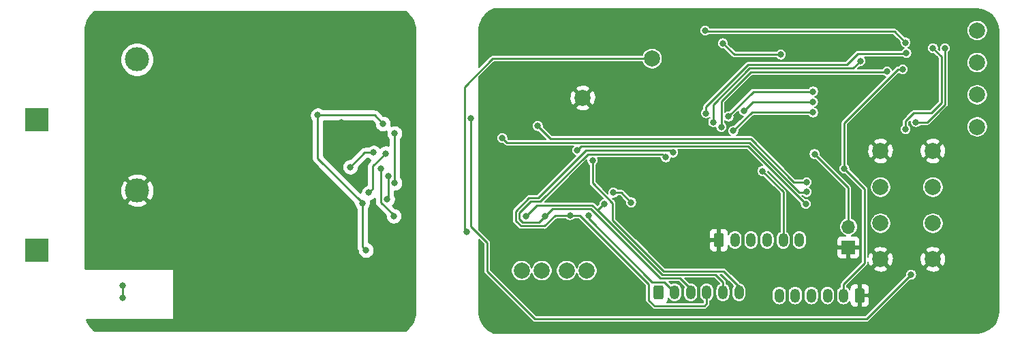
<source format=gbr>
G04 #@! TF.GenerationSoftware,KiCad,Pcbnew,5.1.2-f72e74a~84~ubuntu19.04.1*
G04 #@! TF.CreationDate,2019-06-02T16:59:08+01:00*
G04 #@! TF.ProjectId,Power Monitor MK3,506f7765-7220-44d6-9f6e-69746f72204d,rev?*
G04 #@! TF.SameCoordinates,Original*
G04 #@! TF.FileFunction,Copper,L2,Bot*
G04 #@! TF.FilePolarity,Positive*
%FSLAX46Y46*%
G04 Gerber Fmt 4.6, Leading zero omitted, Abs format (unit mm)*
G04 Created by KiCad (PCBNEW 5.1.2-f72e74a~84~ubuntu19.04.1) date 2019-06-02 16:59:08*
%MOMM*%
%LPD*%
G04 APERTURE LIST*
%ADD10R,3.000000X3.000000*%
%ADD11C,3.000000*%
%ADD12R,1.700000X1.700000*%
%ADD13O,1.700000X1.700000*%
%ADD14O,1.200000X1.750000*%
%ADD15C,0.100000*%
%ADD16C,1.200000*%
%ADD17C,2.000000*%
%ADD18C,0.800000*%
%ADD19C,0.250000*%
%ADD20C,0.254000*%
%ADD21C,0.200000*%
G04 APERTURE END LIST*
D10*
X78100000Y-120400000D03*
D11*
X90600000Y-112900000D03*
X90600000Y-96600000D03*
D10*
X78100000Y-104100000D03*
D12*
X179000000Y-120000000D03*
D13*
X179000000Y-117460000D03*
D14*
X172900000Y-119100000D03*
X170900000Y-119100000D03*
X168900000Y-119100000D03*
X166900000Y-119100000D03*
X164900000Y-119100000D03*
D15*
G36*
X163274505Y-118226204D02*
G01*
X163298773Y-118229804D01*
X163322572Y-118235765D01*
X163345671Y-118244030D01*
X163367850Y-118254520D01*
X163388893Y-118267132D01*
X163408599Y-118281747D01*
X163426777Y-118298223D01*
X163443253Y-118316401D01*
X163457868Y-118336107D01*
X163470480Y-118357150D01*
X163480970Y-118379329D01*
X163489235Y-118402428D01*
X163495196Y-118426227D01*
X163498796Y-118450495D01*
X163500000Y-118474999D01*
X163500000Y-119725001D01*
X163498796Y-119749505D01*
X163495196Y-119773773D01*
X163489235Y-119797572D01*
X163480970Y-119820671D01*
X163470480Y-119842850D01*
X163457868Y-119863893D01*
X163443253Y-119883599D01*
X163426777Y-119901777D01*
X163408599Y-119918253D01*
X163388893Y-119932868D01*
X163367850Y-119945480D01*
X163345671Y-119955970D01*
X163322572Y-119964235D01*
X163298773Y-119970196D01*
X163274505Y-119973796D01*
X163250001Y-119975000D01*
X162549999Y-119975000D01*
X162525495Y-119973796D01*
X162501227Y-119970196D01*
X162477428Y-119964235D01*
X162454329Y-119955970D01*
X162432150Y-119945480D01*
X162411107Y-119932868D01*
X162391401Y-119918253D01*
X162373223Y-119901777D01*
X162356747Y-119883599D01*
X162342132Y-119863893D01*
X162329520Y-119842850D01*
X162319030Y-119820671D01*
X162310765Y-119797572D01*
X162304804Y-119773773D01*
X162301204Y-119749505D01*
X162300000Y-119725001D01*
X162300000Y-118474999D01*
X162301204Y-118450495D01*
X162304804Y-118426227D01*
X162310765Y-118402428D01*
X162319030Y-118379329D01*
X162329520Y-118357150D01*
X162342132Y-118336107D01*
X162356747Y-118316401D01*
X162373223Y-118298223D01*
X162391401Y-118281747D01*
X162411107Y-118267132D01*
X162432150Y-118254520D01*
X162454329Y-118244030D01*
X162477428Y-118235765D01*
X162501227Y-118229804D01*
X162525495Y-118226204D01*
X162549999Y-118225000D01*
X163250001Y-118225000D01*
X163274505Y-118226204D01*
X163274505Y-118226204D01*
G37*
D16*
X162900000Y-119100000D03*
D15*
G36*
X155774505Y-124726204D02*
G01*
X155798773Y-124729804D01*
X155822572Y-124735765D01*
X155845671Y-124744030D01*
X155867850Y-124754520D01*
X155888893Y-124767132D01*
X155908599Y-124781747D01*
X155926777Y-124798223D01*
X155943253Y-124816401D01*
X155957868Y-124836107D01*
X155970480Y-124857150D01*
X155980970Y-124879329D01*
X155989235Y-124902428D01*
X155995196Y-124926227D01*
X155998796Y-124950495D01*
X156000000Y-124974999D01*
X156000000Y-126225001D01*
X155998796Y-126249505D01*
X155995196Y-126273773D01*
X155989235Y-126297572D01*
X155980970Y-126320671D01*
X155970480Y-126342850D01*
X155957868Y-126363893D01*
X155943253Y-126383599D01*
X155926777Y-126401777D01*
X155908599Y-126418253D01*
X155888893Y-126432868D01*
X155867850Y-126445480D01*
X155845671Y-126455970D01*
X155822572Y-126464235D01*
X155798773Y-126470196D01*
X155774505Y-126473796D01*
X155750001Y-126475000D01*
X155049999Y-126475000D01*
X155025495Y-126473796D01*
X155001227Y-126470196D01*
X154977428Y-126464235D01*
X154954329Y-126455970D01*
X154932150Y-126445480D01*
X154911107Y-126432868D01*
X154891401Y-126418253D01*
X154873223Y-126401777D01*
X154856747Y-126383599D01*
X154842132Y-126363893D01*
X154829520Y-126342850D01*
X154819030Y-126320671D01*
X154810765Y-126297572D01*
X154804804Y-126273773D01*
X154801204Y-126249505D01*
X154800000Y-126225001D01*
X154800000Y-124974999D01*
X154801204Y-124950495D01*
X154804804Y-124926227D01*
X154810765Y-124902428D01*
X154819030Y-124879329D01*
X154829520Y-124857150D01*
X154842132Y-124836107D01*
X154856747Y-124816401D01*
X154873223Y-124798223D01*
X154891401Y-124781747D01*
X154911107Y-124767132D01*
X154932150Y-124754520D01*
X154954329Y-124744030D01*
X154977428Y-124735765D01*
X155001227Y-124729804D01*
X155025495Y-124726204D01*
X155049999Y-124725000D01*
X155750001Y-124725000D01*
X155774505Y-124726204D01*
X155774505Y-124726204D01*
G37*
D16*
X155400000Y-125600000D03*
D14*
X157400000Y-125600000D03*
X159400000Y-125600000D03*
X161400000Y-125600000D03*
X163400000Y-125600000D03*
X165400000Y-125600000D03*
D17*
X183000000Y-121500000D03*
X183000000Y-117000000D03*
X189500000Y-121500000D03*
X189500000Y-117000000D03*
X189500000Y-108000000D03*
X189500000Y-112500000D03*
X183000000Y-108000000D03*
X183000000Y-112500000D03*
D15*
G36*
X180774505Y-125126204D02*
G01*
X180798773Y-125129804D01*
X180822572Y-125135765D01*
X180845671Y-125144030D01*
X180867850Y-125154520D01*
X180888893Y-125167132D01*
X180908599Y-125181747D01*
X180926777Y-125198223D01*
X180943253Y-125216401D01*
X180957868Y-125236107D01*
X180970480Y-125257150D01*
X180980970Y-125279329D01*
X180989235Y-125302428D01*
X180995196Y-125326227D01*
X180998796Y-125350495D01*
X181000000Y-125374999D01*
X181000000Y-126625001D01*
X180998796Y-126649505D01*
X180995196Y-126673773D01*
X180989235Y-126697572D01*
X180980970Y-126720671D01*
X180970480Y-126742850D01*
X180957868Y-126763893D01*
X180943253Y-126783599D01*
X180926777Y-126801777D01*
X180908599Y-126818253D01*
X180888893Y-126832868D01*
X180867850Y-126845480D01*
X180845671Y-126855970D01*
X180822572Y-126864235D01*
X180798773Y-126870196D01*
X180774505Y-126873796D01*
X180750001Y-126875000D01*
X180049999Y-126875000D01*
X180025495Y-126873796D01*
X180001227Y-126870196D01*
X179977428Y-126864235D01*
X179954329Y-126855970D01*
X179932150Y-126845480D01*
X179911107Y-126832868D01*
X179891401Y-126818253D01*
X179873223Y-126801777D01*
X179856747Y-126783599D01*
X179842132Y-126763893D01*
X179829520Y-126742850D01*
X179819030Y-126720671D01*
X179810765Y-126697572D01*
X179804804Y-126673773D01*
X179801204Y-126649505D01*
X179800000Y-126625001D01*
X179800000Y-125374999D01*
X179801204Y-125350495D01*
X179804804Y-125326227D01*
X179810765Y-125302428D01*
X179819030Y-125279329D01*
X179829520Y-125257150D01*
X179842132Y-125236107D01*
X179856747Y-125216401D01*
X179873223Y-125198223D01*
X179891401Y-125181747D01*
X179911107Y-125167132D01*
X179932150Y-125154520D01*
X179954329Y-125144030D01*
X179977428Y-125135765D01*
X180001227Y-125129804D01*
X180025495Y-125126204D01*
X180049999Y-125125000D01*
X180750001Y-125125000D01*
X180774505Y-125126204D01*
X180774505Y-125126204D01*
G37*
D16*
X180400000Y-126000000D03*
D14*
X178400000Y-126000000D03*
X176400000Y-126000000D03*
X174400000Y-126000000D03*
X172400000Y-126000000D03*
X170400000Y-126000000D03*
D17*
X195000000Y-97000000D03*
X195000000Y-93000000D03*
X195000000Y-101000000D03*
X195000000Y-105000000D03*
X154600000Y-96500000D03*
X146000000Y-101400000D03*
X146500000Y-122900000D03*
X138400000Y-122900000D03*
X140900000Y-122900000D03*
X144000000Y-122900000D03*
D18*
X132100000Y-103900000D03*
X186800000Y-123400000D03*
X165000000Y-97500000D03*
X140000000Y-111000000D03*
X134000000Y-129000000D03*
X135000000Y-127000000D03*
X136000000Y-129000000D03*
X140000000Y-127000000D03*
X136000000Y-122000000D03*
X143000000Y-127000000D03*
X146000000Y-127000000D03*
X149000000Y-127000000D03*
X152000000Y-126000000D03*
X156000000Y-121000000D03*
X157000000Y-119000000D03*
X158000000Y-121000000D03*
X159000000Y-119000000D03*
X153000000Y-117000000D03*
X150000000Y-110000000D03*
X145000000Y-113000000D03*
X142000000Y-109000000D03*
X137000000Y-111000000D03*
X149000000Y-105000000D03*
X152000000Y-105000000D03*
X155000000Y-105000000D03*
X157000000Y-103000000D03*
X154000000Y-103000000D03*
X151000000Y-103000000D03*
X156000000Y-101000000D03*
X142000000Y-102000000D03*
X145000000Y-93000000D03*
X161600000Y-109200000D03*
X169000000Y-105000000D03*
X166000000Y-112000000D03*
X165000000Y-115000000D03*
X169000000Y-115000000D03*
X172000000Y-115000000D03*
X173000000Y-110000000D03*
X173000000Y-105000000D03*
X174000000Y-99000000D03*
X173000000Y-95000000D03*
X168000000Y-94000000D03*
X162000000Y-96000000D03*
X162000000Y-99000000D03*
X178500000Y-96000000D03*
X178500000Y-94000000D03*
X181500000Y-95000000D03*
X178500000Y-100000000D03*
X181500000Y-99500000D03*
X184000000Y-102000000D03*
X187500000Y-100500000D03*
X188500000Y-97500000D03*
X180500000Y-106000000D03*
X190000000Y-106000000D03*
X192000000Y-109000000D03*
X195000000Y-111000000D03*
X192000000Y-113000000D03*
X195000000Y-115000000D03*
X192000000Y-117000000D03*
X195000000Y-119000000D03*
X192000000Y-121000000D03*
X195000000Y-123000000D03*
X195000000Y-127000000D03*
X193000000Y-125000000D03*
X136000000Y-99000000D03*
X134000000Y-92000000D03*
X137000000Y-92000000D03*
X151000000Y-92000000D03*
X144000000Y-103000000D03*
X143000000Y-100000000D03*
X156000000Y-111000000D03*
X155000000Y-113500000D03*
X131600000Y-118100000D03*
X147200000Y-109200000D03*
X186100000Y-94500000D03*
X161200000Y-93000000D03*
X118587500Y-114487500D03*
X119037500Y-120350000D03*
X113050000Y-103550000D03*
X121150000Y-104600000D03*
X163400000Y-94600000D03*
X170600000Y-96000000D03*
X168300000Y-110500000D03*
X101000000Y-102000000D03*
X104000000Y-102000000D03*
X105200000Y-108500000D03*
X110900000Y-106200000D03*
X111100000Y-111800000D03*
X108000000Y-108900000D03*
X116200000Y-106300000D03*
X113100000Y-113300000D03*
X116000000Y-123000000D03*
X119000000Y-123000000D03*
X121000000Y-127000000D03*
X123000000Y-125000000D03*
X124000000Y-127000000D03*
X104000000Y-122000000D03*
X102000000Y-124000000D03*
X105000000Y-124000000D03*
X108000000Y-124000000D03*
X110000000Y-122000000D03*
X111000000Y-124000000D03*
X103000000Y-126000000D03*
X100000000Y-126000000D03*
X109000000Y-126000000D03*
X109000000Y-117000000D03*
X97000000Y-123000000D03*
X99000000Y-121000000D03*
X101000000Y-119000000D03*
X103000000Y-117000000D03*
X105000000Y-115000000D03*
X102000000Y-115000000D03*
X100000000Y-117000000D03*
X97000000Y-117000000D03*
X98000000Y-119000000D03*
X96000000Y-121000000D03*
X103000000Y-110000000D03*
X101000000Y-109000000D03*
X98000000Y-109000000D03*
X101000000Y-107000000D03*
X97000000Y-100000000D03*
X99000000Y-99000000D03*
X108000000Y-100000000D03*
X109000000Y-98000000D03*
X119000000Y-100000000D03*
X122000000Y-99000000D03*
X120000000Y-98000000D03*
X118000000Y-96000000D03*
X114000000Y-96000000D03*
X112000000Y-95000000D03*
X110000000Y-96000000D03*
X108000000Y-95000000D03*
X106000000Y-96000000D03*
X104000000Y-95000000D03*
X102000000Y-96000000D03*
X100000000Y-95000000D03*
X98000000Y-96000000D03*
X96000000Y-95000000D03*
X98000000Y-93000000D03*
X102000000Y-93000000D03*
X106000000Y-93000000D03*
X110000000Y-93000000D03*
X122000000Y-93000000D03*
X120000000Y-92000000D03*
X116000000Y-92000000D03*
X112000000Y-92000000D03*
X108000000Y-92000000D03*
X104000000Y-92000000D03*
X100000000Y-92000000D03*
X96000000Y-92000000D03*
X119000000Y-102000000D03*
X116000000Y-102000000D03*
X124000000Y-105000000D03*
X107000000Y-119000000D03*
X110000000Y-119000000D03*
X116000000Y-104400000D03*
X120500000Y-120500000D03*
X94000000Y-92000000D03*
X92000000Y-92000000D03*
X90000000Y-92000000D03*
X88000000Y-92000000D03*
X86000000Y-92000000D03*
X85000000Y-94000000D03*
X85000000Y-96000000D03*
X85000000Y-98000000D03*
X85000000Y-100000000D03*
X85000000Y-102000000D03*
X85000000Y-104000000D03*
X85000000Y-106000000D03*
X85000000Y-108000000D03*
X85000000Y-110000000D03*
X85000000Y-112000000D03*
X85000000Y-114000000D03*
X85000000Y-116000000D03*
X85000000Y-118000000D03*
X85000000Y-120000000D03*
X85000000Y-122000000D03*
X87000000Y-122000000D03*
X89000000Y-122000000D03*
X91000000Y-122000000D03*
X93000000Y-122000000D03*
X95000000Y-122000000D03*
X85500000Y-129500000D03*
X87500000Y-129500000D03*
X89500000Y-129500000D03*
X91500000Y-129500000D03*
X93500000Y-129500000D03*
X95500000Y-129500000D03*
X95500000Y-127500000D03*
X97500000Y-129500000D03*
X99500000Y-129500000D03*
X101500000Y-129500000D03*
X103500000Y-129500000D03*
X105500000Y-129500000D03*
X107500000Y-129500000D03*
X109500000Y-129500000D03*
X111500000Y-129500000D03*
X113500000Y-129500000D03*
X115500000Y-129500000D03*
X117500000Y-129500000D03*
X119500000Y-129500000D03*
X121500000Y-129500000D03*
X123500000Y-129500000D03*
X124500000Y-124000000D03*
X88800000Y-124800000D03*
X88800000Y-126300000D03*
X121700000Y-114000000D03*
X121800000Y-111100000D03*
X174800000Y-108400000D03*
X146700000Y-116000000D03*
X178500000Y-110200000D03*
X185750000Y-97850000D03*
X141300000Y-116100000D03*
X156300000Y-108800000D03*
X183800000Y-98100000D03*
X163200000Y-105000000D03*
X144400000Y-116000000D03*
X157200000Y-108200000D03*
X180500000Y-96800000D03*
X162200000Y-104400000D03*
X138900000Y-116100000D03*
X148700000Y-114600000D03*
X186200000Y-95800000D03*
X161300000Y-103300000D03*
X187400000Y-104400000D03*
X191000000Y-95200000D03*
X186100000Y-105300000D03*
X189500000Y-95200000D03*
X164100000Y-103700000D03*
X174600000Y-100600000D03*
X166000000Y-103000000D03*
X174600000Y-101900000D03*
X174600000Y-103200000D03*
X164700000Y-105500000D03*
X145300000Y-107900000D03*
X173700000Y-114600000D03*
X152000000Y-114400000D03*
X149800000Y-113200000D03*
X173800000Y-113100000D03*
X136000000Y-106400000D03*
X173800000Y-111900000D03*
X140400000Y-104900000D03*
X122600000Y-112000000D03*
X122600000Y-105800000D03*
X121500000Y-108300000D03*
X119400000Y-113200000D03*
X117100000Y-110000000D03*
X120000000Y-108200000D03*
X122500000Y-116100000D03*
X120900000Y-110200000D03*
D19*
X132100000Y-103900000D02*
X132100000Y-117400000D01*
X132100000Y-117400000D02*
X134100000Y-119400000D01*
X134100000Y-119400000D02*
X134100000Y-123000000D01*
X134100000Y-123000000D02*
X140000000Y-128900000D01*
X140000000Y-128900000D02*
X181300000Y-128900000D01*
X181300000Y-128900000D02*
X186800000Y-123400000D01*
X131600000Y-118100000D02*
X131300000Y-117800000D01*
X131300000Y-117800000D02*
X131300000Y-100000000D01*
X134800000Y-96500000D02*
X154600000Y-96500000D01*
X131300000Y-100000000D02*
X134800000Y-96500000D01*
X165400000Y-125600000D02*
X165400000Y-124800000D01*
X165400000Y-125600000D02*
X165400000Y-124900000D01*
X165400000Y-124900000D02*
X163449970Y-122949970D01*
X163449970Y-122949970D02*
X156022790Y-122949970D01*
X156022790Y-122949970D02*
X149700000Y-116627180D01*
X149700000Y-116627180D02*
X149700000Y-114500000D01*
X149700000Y-114500000D02*
X147200000Y-112000000D01*
X147200000Y-112000000D02*
X147200000Y-109200000D01*
X186100000Y-94500000D02*
X184700000Y-93100000D01*
X184700000Y-93100000D02*
X161300000Y-93100000D01*
X161300000Y-93100000D02*
X161200000Y-93000000D01*
X118587500Y-114487500D02*
X118587500Y-119900000D01*
X118587500Y-119900000D02*
X119037500Y-120350000D01*
X118587500Y-114487500D02*
X118587500Y-114437500D01*
X118587500Y-114437500D02*
X113050000Y-108900000D01*
X113050000Y-108900000D02*
X113050000Y-103550000D01*
X113050000Y-103550000D02*
X120100000Y-103550000D01*
X120100000Y-103550000D02*
X121150000Y-104600000D01*
X163400000Y-94600000D02*
X164800000Y-96000000D01*
X164800000Y-96000000D02*
X170600000Y-96000000D01*
X170900000Y-113100000D02*
X170900000Y-119100000D01*
X168300000Y-110500000D02*
X170900000Y-113100000D01*
X88800000Y-124800000D02*
X88800000Y-126300000D01*
X121700000Y-114000000D02*
X121800000Y-113900000D01*
X121800000Y-113900000D02*
X121800000Y-111100000D01*
X179000000Y-112600000D02*
X179000000Y-117460000D01*
X174800000Y-108400000D02*
X179000000Y-112600000D01*
X154600000Y-124300000D02*
X156100000Y-124300000D01*
X146700000Y-116000000D02*
X146700000Y-116400000D01*
X156100000Y-124300000D02*
X157400000Y-125600000D01*
X146700000Y-116400000D02*
X154600000Y-124300000D01*
X185150000Y-97850000D02*
X185750000Y-97850000D01*
X178500000Y-110200000D02*
X178500000Y-104500000D01*
X178500000Y-104500000D02*
X185150000Y-97850000D01*
X178400000Y-126000000D02*
X178400000Y-124600000D01*
X178400000Y-124600000D02*
X181000000Y-122000000D01*
X181000000Y-112700000D02*
X178500000Y-110200000D01*
X181000000Y-122000000D02*
X181000000Y-112700000D01*
X159400000Y-125600000D02*
X159400000Y-125200000D01*
X159400000Y-125200000D02*
X158049990Y-123849990D01*
X158049990Y-123849990D02*
X155649990Y-123849990D01*
X155649990Y-123849990D02*
X147000000Y-115200000D01*
X147000000Y-115200000D02*
X142200000Y-115200000D01*
X142200000Y-115200000D02*
X141300000Y-116100000D01*
X140500000Y-116900000D02*
X141300000Y-116100000D01*
X138500000Y-116900000D02*
X140500000Y-116900000D01*
X138100000Y-116500000D02*
X138500000Y-116900000D01*
X138100000Y-115700000D02*
X138100000Y-116500000D01*
X155900000Y-108400000D02*
X146600000Y-108400000D01*
X156300000Y-108800000D02*
X155900000Y-108400000D01*
X139500020Y-114299980D02*
X138100000Y-115700000D01*
X146600000Y-108400000D02*
X140700020Y-114299980D01*
X140700020Y-114299980D02*
X139500020Y-114299980D01*
X183800000Y-98100000D02*
X183749990Y-98150010D01*
X183749990Y-98150010D02*
X166886400Y-98150010D01*
X166886400Y-98150010D02*
X163200000Y-101836410D01*
X163200000Y-101836410D02*
X163200000Y-105000000D01*
X161400000Y-127000000D02*
X161400000Y-125600000D01*
X161100000Y-127300000D02*
X161400000Y-127000000D01*
X145600000Y-116000000D02*
X154200000Y-124600000D01*
X144400000Y-116000000D02*
X145600000Y-116000000D01*
X154200000Y-124600000D02*
X154200000Y-126600000D01*
X154200000Y-126600000D02*
X154900000Y-127300000D01*
X154900000Y-127300000D02*
X161100000Y-127300000D01*
X140450030Y-113849970D02*
X146400000Y-107900000D01*
X146400000Y-107900000D02*
X156900000Y-107900000D01*
X137649990Y-115513600D02*
X139313620Y-113849970D01*
X139313620Y-113849970D02*
X140450030Y-113849970D01*
X142600000Y-116000000D02*
X141249990Y-117350010D01*
X144400000Y-116000000D02*
X142600000Y-116000000D01*
X156900000Y-107900000D02*
X157200000Y-108200000D01*
X138313600Y-117350010D02*
X137649990Y-116686400D01*
X137649990Y-116686400D02*
X137649990Y-115513600D01*
X141249990Y-117350010D02*
X138313600Y-117350010D01*
X180500000Y-96800000D02*
X179600000Y-97700000D01*
X179600000Y-97700000D02*
X166700000Y-97700000D01*
X166700000Y-97700000D02*
X162200000Y-102200000D01*
X162200000Y-102200000D02*
X162200000Y-104400000D01*
X138900000Y-116100000D02*
X140250010Y-114749990D01*
X140250010Y-114749990D02*
X147186400Y-114749990D01*
X155836390Y-123399980D02*
X162499980Y-123399980D01*
X163400000Y-124300000D02*
X163400000Y-125600000D01*
X162499980Y-123399980D02*
X163400000Y-124300000D01*
X148600000Y-114600000D02*
X147818205Y-115381795D01*
X147186400Y-114749990D02*
X147818205Y-115381795D01*
X148700000Y-114600000D02*
X148600000Y-114600000D01*
X147818205Y-115381795D02*
X155836390Y-123399980D01*
X186200000Y-95800000D02*
X186100000Y-95900000D01*
X186100000Y-95900000D02*
X180149990Y-95900000D01*
X180149990Y-95900000D02*
X178800000Y-97249990D01*
X178800000Y-97249990D02*
X166513600Y-97249990D01*
X166513600Y-97249990D02*
X161300000Y-102463590D01*
X161300000Y-102463590D02*
X161300000Y-103300000D01*
X187400000Y-104400000D02*
X188800000Y-104400000D01*
X188800000Y-104400000D02*
X191000000Y-102200000D01*
X191000000Y-102200000D02*
X191000000Y-95200000D01*
X186100000Y-105300000D02*
X186100000Y-104300000D01*
X186100000Y-104300000D02*
X187118205Y-103281795D01*
X187118205Y-103281795D02*
X189281795Y-103281795D01*
X189281795Y-103281795D02*
X190549990Y-102013600D01*
X190549990Y-102013600D02*
X190549990Y-96249990D01*
X190549990Y-96249990D02*
X189500000Y-95200000D01*
X164100000Y-103700000D02*
X167200000Y-100600000D01*
X167200000Y-100600000D02*
X174600000Y-100600000D01*
X166000000Y-103000000D02*
X167100000Y-101900000D01*
X167100000Y-101900000D02*
X174600000Y-101900000D01*
X167000000Y-103200000D02*
X174600000Y-103200000D01*
X164700000Y-105500000D02*
X167000000Y-103200000D01*
X166500000Y-107400000D02*
X145800000Y-107400000D01*
X173700000Y-114600000D02*
X166500000Y-107400000D01*
X145800000Y-107400000D02*
X145300000Y-107900000D01*
X152000000Y-114400000D02*
X150800000Y-113200000D01*
X150800000Y-113200000D02*
X149800000Y-113200000D01*
X173800000Y-113100000D02*
X173768205Y-113131795D01*
X173768205Y-113131795D02*
X172868205Y-113131795D01*
X172868205Y-113131795D02*
X166686400Y-106949990D01*
X166686400Y-106949990D02*
X136549990Y-106949990D01*
X136549990Y-106949990D02*
X136000000Y-106400000D01*
X173800000Y-111900000D02*
X173763590Y-111863590D01*
X173763590Y-111863590D02*
X172236410Y-111863590D01*
X172236410Y-111863590D02*
X166872800Y-106499980D01*
X166872800Y-106499980D02*
X141999980Y-106499980D01*
X141999980Y-106499980D02*
X140400000Y-104900000D01*
X122600000Y-112000000D02*
X122600000Y-105800000D01*
X121500000Y-108300000D02*
X119900000Y-109900000D01*
X119900000Y-109900000D02*
X119900000Y-112700000D01*
X119900000Y-112700000D02*
X119400000Y-113200000D01*
X117100000Y-110000000D02*
X118900000Y-108200000D01*
X118900000Y-108200000D02*
X120000000Y-108200000D01*
X122400000Y-116000000D02*
X122500000Y-116100000D01*
X120900000Y-110200000D02*
X120900000Y-114400000D01*
X122400000Y-115900000D02*
X122400000Y-116000000D01*
X120900000Y-114400000D02*
X122400000Y-115900000D01*
D20*
G36*
X124041156Y-90753951D02*
G01*
X124281376Y-90968624D01*
X124496049Y-91208844D01*
X124682471Y-91471579D01*
X124838300Y-91753532D01*
X124961591Y-92051182D01*
X125050772Y-92360734D01*
X125104737Y-92678354D01*
X125123000Y-93003560D01*
X125123000Y-127996440D01*
X125104737Y-128321646D01*
X125050772Y-128639266D01*
X124961591Y-128948818D01*
X124838300Y-129246468D01*
X124682471Y-129528421D01*
X124496049Y-129791156D01*
X124281376Y-130031376D01*
X124041156Y-130246049D01*
X123908746Y-130340000D01*
X85341254Y-130340000D01*
X85208844Y-130246049D01*
X84968624Y-130031376D01*
X84753951Y-129791156D01*
X84567529Y-129528421D01*
X84411700Y-129246468D01*
X84320793Y-129027000D01*
X95000000Y-129027000D01*
X95024776Y-129024560D01*
X95048601Y-129017333D01*
X95070557Y-129005597D01*
X95089803Y-128989803D01*
X95105597Y-128970557D01*
X95117333Y-128948601D01*
X95124560Y-128924776D01*
X95127000Y-128900000D01*
X95127000Y-122800000D01*
X95124560Y-122775224D01*
X95117333Y-122751399D01*
X95105597Y-122729443D01*
X95089803Y-122710197D01*
X95070557Y-122694403D01*
X95048601Y-122682667D01*
X95024776Y-122675440D01*
X95000000Y-122673000D01*
X84127000Y-122673000D01*
X84127000Y-114391653D01*
X89287952Y-114391653D01*
X89443962Y-114707214D01*
X89818745Y-114898020D01*
X90223551Y-115012044D01*
X90642824Y-115044902D01*
X91060451Y-114995334D01*
X91460383Y-114865243D01*
X91756038Y-114707214D01*
X91912048Y-114391653D01*
X90600000Y-113079605D01*
X89287952Y-114391653D01*
X84127000Y-114391653D01*
X84127000Y-112942824D01*
X88455098Y-112942824D01*
X88504666Y-113360451D01*
X88634757Y-113760383D01*
X88792786Y-114056038D01*
X89108347Y-114212048D01*
X90420395Y-112900000D01*
X90779605Y-112900000D01*
X92091653Y-114212048D01*
X92407214Y-114056038D01*
X92598020Y-113681255D01*
X92712044Y-113276449D01*
X92744902Y-112857176D01*
X92695334Y-112439549D01*
X92565243Y-112039617D01*
X92407214Y-111743962D01*
X92091653Y-111587952D01*
X90779605Y-112900000D01*
X90420395Y-112900000D01*
X89108347Y-111587952D01*
X88792786Y-111743962D01*
X88601980Y-112118745D01*
X88487956Y-112523551D01*
X88455098Y-112942824D01*
X84127000Y-112942824D01*
X84127000Y-111408347D01*
X89287952Y-111408347D01*
X90600000Y-112720395D01*
X91912048Y-111408347D01*
X91756038Y-111092786D01*
X91381255Y-110901980D01*
X90976449Y-110787956D01*
X90557176Y-110755098D01*
X90139549Y-110804666D01*
X89739617Y-110934757D01*
X89443962Y-111092786D01*
X89287952Y-111408347D01*
X84127000Y-111408347D01*
X84127000Y-103448061D01*
X112015000Y-103448061D01*
X112015000Y-103651939D01*
X112054774Y-103851898D01*
X112132795Y-104040256D01*
X112246063Y-104209774D01*
X112290001Y-104253712D01*
X112290000Y-108862677D01*
X112286324Y-108900000D01*
X112290000Y-108937322D01*
X112290000Y-108937332D01*
X112300997Y-109048985D01*
X112336189Y-109165000D01*
X112344454Y-109192246D01*
X112415026Y-109324276D01*
X112454871Y-109372826D01*
X112509999Y-109440001D01*
X112539003Y-109463804D01*
X117552500Y-114477302D01*
X117552500Y-114589439D01*
X117592274Y-114789398D01*
X117670295Y-114977756D01*
X117783563Y-115147274D01*
X117827500Y-115191211D01*
X117827501Y-119862668D01*
X117823824Y-119900000D01*
X117827501Y-119937333D01*
X117838498Y-120048986D01*
X117851680Y-120092442D01*
X117881954Y-120192246D01*
X117952526Y-120324276D01*
X117973637Y-120349999D01*
X118002500Y-120385168D01*
X118002500Y-120451939D01*
X118042274Y-120651898D01*
X118120295Y-120840256D01*
X118233563Y-121009774D01*
X118377726Y-121153937D01*
X118547244Y-121267205D01*
X118735602Y-121345226D01*
X118935561Y-121385000D01*
X119139439Y-121385000D01*
X119339398Y-121345226D01*
X119527756Y-121267205D01*
X119697274Y-121153937D01*
X119841437Y-121009774D01*
X119954705Y-120840256D01*
X120032726Y-120651898D01*
X120072500Y-120451939D01*
X120072500Y-120248061D01*
X120032726Y-120048102D01*
X119954705Y-119859744D01*
X119841437Y-119690226D01*
X119697274Y-119546063D01*
X119527756Y-119432795D01*
X119347500Y-119358130D01*
X119347500Y-115191211D01*
X119391437Y-115147274D01*
X119504705Y-114977756D01*
X119582726Y-114789398D01*
X119622500Y-114589439D01*
X119622500Y-114385561D01*
X119589103Y-114217662D01*
X119701898Y-114195226D01*
X119890256Y-114117205D01*
X120059774Y-114003937D01*
X120140001Y-113923710D01*
X120140001Y-114362668D01*
X120136324Y-114400000D01*
X120140001Y-114437333D01*
X120150998Y-114548986D01*
X120162373Y-114586486D01*
X120194454Y-114692246D01*
X120265026Y-114824276D01*
X120325547Y-114898020D01*
X120360000Y-114940001D01*
X120388998Y-114963799D01*
X121465000Y-116039802D01*
X121465000Y-116201939D01*
X121504774Y-116401898D01*
X121582795Y-116590256D01*
X121696063Y-116759774D01*
X121840226Y-116903937D01*
X122009744Y-117017205D01*
X122198102Y-117095226D01*
X122398061Y-117135000D01*
X122601939Y-117135000D01*
X122801898Y-117095226D01*
X122990256Y-117017205D01*
X123159774Y-116903937D01*
X123303937Y-116759774D01*
X123417205Y-116590256D01*
X123495226Y-116401898D01*
X123535000Y-116201939D01*
X123535000Y-115998061D01*
X123495226Y-115798102D01*
X123417205Y-115609744D01*
X123303937Y-115440226D01*
X123159774Y-115296063D01*
X122990256Y-115182795D01*
X122801898Y-115104774D01*
X122649203Y-115074401D01*
X122369256Y-114794455D01*
X122503937Y-114659774D01*
X122617205Y-114490256D01*
X122695226Y-114301898D01*
X122735000Y-114101939D01*
X122735000Y-113898061D01*
X122695226Y-113698102D01*
X122617205Y-113509744D01*
X122560000Y-113424130D01*
X122560000Y-113035000D01*
X122701939Y-113035000D01*
X122901898Y-112995226D01*
X123090256Y-112917205D01*
X123259774Y-112803937D01*
X123403937Y-112659774D01*
X123517205Y-112490256D01*
X123595226Y-112301898D01*
X123635000Y-112101939D01*
X123635000Y-111898061D01*
X123595226Y-111698102D01*
X123517205Y-111509744D01*
X123403937Y-111340226D01*
X123360000Y-111296289D01*
X123360000Y-106503711D01*
X123403937Y-106459774D01*
X123517205Y-106290256D01*
X123595226Y-106101898D01*
X123635000Y-105901939D01*
X123635000Y-105698061D01*
X123595226Y-105498102D01*
X123517205Y-105309744D01*
X123403937Y-105140226D01*
X123259774Y-104996063D01*
X123090256Y-104882795D01*
X122901898Y-104804774D01*
X122701939Y-104765000D01*
X122498061Y-104765000D01*
X122298102Y-104804774D01*
X122152553Y-104865063D01*
X122185000Y-104701939D01*
X122185000Y-104498061D01*
X122145226Y-104298102D01*
X122067205Y-104109744D01*
X121953937Y-103940226D01*
X121809774Y-103796063D01*
X121640256Y-103682795D01*
X121451898Y-103604774D01*
X121251939Y-103565000D01*
X121189802Y-103565000D01*
X120663804Y-103039002D01*
X120640001Y-103009999D01*
X120524276Y-102915026D01*
X120392247Y-102844454D01*
X120248986Y-102800997D01*
X120137333Y-102790000D01*
X120137322Y-102790000D01*
X120100000Y-102786324D01*
X120062678Y-102790000D01*
X113753711Y-102790000D01*
X113709774Y-102746063D01*
X113540256Y-102632795D01*
X113351898Y-102554774D01*
X113151939Y-102515000D01*
X112948061Y-102515000D01*
X112748102Y-102554774D01*
X112559744Y-102632795D01*
X112390226Y-102746063D01*
X112246063Y-102890226D01*
X112132795Y-103059744D01*
X112054774Y-103248102D01*
X112015000Y-103448061D01*
X84127000Y-103448061D01*
X84127000Y-96389721D01*
X88465000Y-96389721D01*
X88465000Y-96810279D01*
X88547047Y-97222756D01*
X88707988Y-97611302D01*
X88941637Y-97960983D01*
X89239017Y-98258363D01*
X89588698Y-98492012D01*
X89977244Y-98652953D01*
X90389721Y-98735000D01*
X90810279Y-98735000D01*
X91222756Y-98652953D01*
X91611302Y-98492012D01*
X91960983Y-98258363D01*
X92258363Y-97960983D01*
X92492012Y-97611302D01*
X92652953Y-97222756D01*
X92735000Y-96810279D01*
X92735000Y-96389721D01*
X92652953Y-95977244D01*
X92492012Y-95588698D01*
X92258363Y-95239017D01*
X91960983Y-94941637D01*
X91611302Y-94707988D01*
X91222756Y-94547047D01*
X90810279Y-94465000D01*
X90389721Y-94465000D01*
X89977244Y-94547047D01*
X89588698Y-94707988D01*
X89239017Y-94941637D01*
X88941637Y-95239017D01*
X88707988Y-95588698D01*
X88547047Y-95977244D01*
X88465000Y-96389721D01*
X84127000Y-96389721D01*
X84127000Y-93003560D01*
X84145263Y-92678354D01*
X84199228Y-92360734D01*
X84288409Y-92051182D01*
X84411700Y-91753532D01*
X84567529Y-91471579D01*
X84753951Y-91208844D01*
X84968624Y-90968624D01*
X85208844Y-90753951D01*
X85341254Y-90660000D01*
X123908746Y-90660000D01*
X124041156Y-90753951D01*
X124041156Y-90753951D01*
G37*
X124041156Y-90753951D02*
X124281376Y-90968624D01*
X124496049Y-91208844D01*
X124682471Y-91471579D01*
X124838300Y-91753532D01*
X124961591Y-92051182D01*
X125050772Y-92360734D01*
X125104737Y-92678354D01*
X125123000Y-93003560D01*
X125123000Y-127996440D01*
X125104737Y-128321646D01*
X125050772Y-128639266D01*
X124961591Y-128948818D01*
X124838300Y-129246468D01*
X124682471Y-129528421D01*
X124496049Y-129791156D01*
X124281376Y-130031376D01*
X124041156Y-130246049D01*
X123908746Y-130340000D01*
X85341254Y-130340000D01*
X85208844Y-130246049D01*
X84968624Y-130031376D01*
X84753951Y-129791156D01*
X84567529Y-129528421D01*
X84411700Y-129246468D01*
X84320793Y-129027000D01*
X95000000Y-129027000D01*
X95024776Y-129024560D01*
X95048601Y-129017333D01*
X95070557Y-129005597D01*
X95089803Y-128989803D01*
X95105597Y-128970557D01*
X95117333Y-128948601D01*
X95124560Y-128924776D01*
X95127000Y-128900000D01*
X95127000Y-122800000D01*
X95124560Y-122775224D01*
X95117333Y-122751399D01*
X95105597Y-122729443D01*
X95089803Y-122710197D01*
X95070557Y-122694403D01*
X95048601Y-122682667D01*
X95024776Y-122675440D01*
X95000000Y-122673000D01*
X84127000Y-122673000D01*
X84127000Y-114391653D01*
X89287952Y-114391653D01*
X89443962Y-114707214D01*
X89818745Y-114898020D01*
X90223551Y-115012044D01*
X90642824Y-115044902D01*
X91060451Y-114995334D01*
X91460383Y-114865243D01*
X91756038Y-114707214D01*
X91912048Y-114391653D01*
X90600000Y-113079605D01*
X89287952Y-114391653D01*
X84127000Y-114391653D01*
X84127000Y-112942824D01*
X88455098Y-112942824D01*
X88504666Y-113360451D01*
X88634757Y-113760383D01*
X88792786Y-114056038D01*
X89108347Y-114212048D01*
X90420395Y-112900000D01*
X90779605Y-112900000D01*
X92091653Y-114212048D01*
X92407214Y-114056038D01*
X92598020Y-113681255D01*
X92712044Y-113276449D01*
X92744902Y-112857176D01*
X92695334Y-112439549D01*
X92565243Y-112039617D01*
X92407214Y-111743962D01*
X92091653Y-111587952D01*
X90779605Y-112900000D01*
X90420395Y-112900000D01*
X89108347Y-111587952D01*
X88792786Y-111743962D01*
X88601980Y-112118745D01*
X88487956Y-112523551D01*
X88455098Y-112942824D01*
X84127000Y-112942824D01*
X84127000Y-111408347D01*
X89287952Y-111408347D01*
X90600000Y-112720395D01*
X91912048Y-111408347D01*
X91756038Y-111092786D01*
X91381255Y-110901980D01*
X90976449Y-110787956D01*
X90557176Y-110755098D01*
X90139549Y-110804666D01*
X89739617Y-110934757D01*
X89443962Y-111092786D01*
X89287952Y-111408347D01*
X84127000Y-111408347D01*
X84127000Y-103448061D01*
X112015000Y-103448061D01*
X112015000Y-103651939D01*
X112054774Y-103851898D01*
X112132795Y-104040256D01*
X112246063Y-104209774D01*
X112290001Y-104253712D01*
X112290000Y-108862677D01*
X112286324Y-108900000D01*
X112290000Y-108937322D01*
X112290000Y-108937332D01*
X112300997Y-109048985D01*
X112336189Y-109165000D01*
X112344454Y-109192246D01*
X112415026Y-109324276D01*
X112454871Y-109372826D01*
X112509999Y-109440001D01*
X112539003Y-109463804D01*
X117552500Y-114477302D01*
X117552500Y-114589439D01*
X117592274Y-114789398D01*
X117670295Y-114977756D01*
X117783563Y-115147274D01*
X117827500Y-115191211D01*
X117827501Y-119862668D01*
X117823824Y-119900000D01*
X117827501Y-119937333D01*
X117838498Y-120048986D01*
X117851680Y-120092442D01*
X117881954Y-120192246D01*
X117952526Y-120324276D01*
X117973637Y-120349999D01*
X118002500Y-120385168D01*
X118002500Y-120451939D01*
X118042274Y-120651898D01*
X118120295Y-120840256D01*
X118233563Y-121009774D01*
X118377726Y-121153937D01*
X118547244Y-121267205D01*
X118735602Y-121345226D01*
X118935561Y-121385000D01*
X119139439Y-121385000D01*
X119339398Y-121345226D01*
X119527756Y-121267205D01*
X119697274Y-121153937D01*
X119841437Y-121009774D01*
X119954705Y-120840256D01*
X120032726Y-120651898D01*
X120072500Y-120451939D01*
X120072500Y-120248061D01*
X120032726Y-120048102D01*
X119954705Y-119859744D01*
X119841437Y-119690226D01*
X119697274Y-119546063D01*
X119527756Y-119432795D01*
X119347500Y-119358130D01*
X119347500Y-115191211D01*
X119391437Y-115147274D01*
X119504705Y-114977756D01*
X119582726Y-114789398D01*
X119622500Y-114589439D01*
X119622500Y-114385561D01*
X119589103Y-114217662D01*
X119701898Y-114195226D01*
X119890256Y-114117205D01*
X120059774Y-114003937D01*
X120140001Y-113923710D01*
X120140001Y-114362668D01*
X120136324Y-114400000D01*
X120140001Y-114437333D01*
X120150998Y-114548986D01*
X120162373Y-114586486D01*
X120194454Y-114692246D01*
X120265026Y-114824276D01*
X120325547Y-114898020D01*
X120360000Y-114940001D01*
X120388998Y-114963799D01*
X121465000Y-116039802D01*
X121465000Y-116201939D01*
X121504774Y-116401898D01*
X121582795Y-116590256D01*
X121696063Y-116759774D01*
X121840226Y-116903937D01*
X122009744Y-117017205D01*
X122198102Y-117095226D01*
X122398061Y-117135000D01*
X122601939Y-117135000D01*
X122801898Y-117095226D01*
X122990256Y-117017205D01*
X123159774Y-116903937D01*
X123303937Y-116759774D01*
X123417205Y-116590256D01*
X123495226Y-116401898D01*
X123535000Y-116201939D01*
X123535000Y-115998061D01*
X123495226Y-115798102D01*
X123417205Y-115609744D01*
X123303937Y-115440226D01*
X123159774Y-115296063D01*
X122990256Y-115182795D01*
X122801898Y-115104774D01*
X122649203Y-115074401D01*
X122369256Y-114794455D01*
X122503937Y-114659774D01*
X122617205Y-114490256D01*
X122695226Y-114301898D01*
X122735000Y-114101939D01*
X122735000Y-113898061D01*
X122695226Y-113698102D01*
X122617205Y-113509744D01*
X122560000Y-113424130D01*
X122560000Y-113035000D01*
X122701939Y-113035000D01*
X122901898Y-112995226D01*
X123090256Y-112917205D01*
X123259774Y-112803937D01*
X123403937Y-112659774D01*
X123517205Y-112490256D01*
X123595226Y-112301898D01*
X123635000Y-112101939D01*
X123635000Y-111898061D01*
X123595226Y-111698102D01*
X123517205Y-111509744D01*
X123403937Y-111340226D01*
X123360000Y-111296289D01*
X123360000Y-106503711D01*
X123403937Y-106459774D01*
X123517205Y-106290256D01*
X123595226Y-106101898D01*
X123635000Y-105901939D01*
X123635000Y-105698061D01*
X123595226Y-105498102D01*
X123517205Y-105309744D01*
X123403937Y-105140226D01*
X123259774Y-104996063D01*
X123090256Y-104882795D01*
X122901898Y-104804774D01*
X122701939Y-104765000D01*
X122498061Y-104765000D01*
X122298102Y-104804774D01*
X122152553Y-104865063D01*
X122185000Y-104701939D01*
X122185000Y-104498061D01*
X122145226Y-104298102D01*
X122067205Y-104109744D01*
X121953937Y-103940226D01*
X121809774Y-103796063D01*
X121640256Y-103682795D01*
X121451898Y-103604774D01*
X121251939Y-103565000D01*
X121189802Y-103565000D01*
X120663804Y-103039002D01*
X120640001Y-103009999D01*
X120524276Y-102915026D01*
X120392247Y-102844454D01*
X120248986Y-102800997D01*
X120137333Y-102790000D01*
X120137322Y-102790000D01*
X120100000Y-102786324D01*
X120062678Y-102790000D01*
X113753711Y-102790000D01*
X113709774Y-102746063D01*
X113540256Y-102632795D01*
X113351898Y-102554774D01*
X113151939Y-102515000D01*
X112948061Y-102515000D01*
X112748102Y-102554774D01*
X112559744Y-102632795D01*
X112390226Y-102746063D01*
X112246063Y-102890226D01*
X112132795Y-103059744D01*
X112054774Y-103248102D01*
X112015000Y-103448061D01*
X84127000Y-103448061D01*
X84127000Y-96389721D01*
X88465000Y-96389721D01*
X88465000Y-96810279D01*
X88547047Y-97222756D01*
X88707988Y-97611302D01*
X88941637Y-97960983D01*
X89239017Y-98258363D01*
X89588698Y-98492012D01*
X89977244Y-98652953D01*
X90389721Y-98735000D01*
X90810279Y-98735000D01*
X91222756Y-98652953D01*
X91611302Y-98492012D01*
X91960983Y-98258363D01*
X92258363Y-97960983D01*
X92492012Y-97611302D01*
X92652953Y-97222756D01*
X92735000Y-96810279D01*
X92735000Y-96389721D01*
X92652953Y-95977244D01*
X92492012Y-95588698D01*
X92258363Y-95239017D01*
X91960983Y-94941637D01*
X91611302Y-94707988D01*
X91222756Y-94547047D01*
X90810279Y-94465000D01*
X90389721Y-94465000D01*
X89977244Y-94547047D01*
X89588698Y-94707988D01*
X89239017Y-94941637D01*
X88941637Y-95239017D01*
X88707988Y-95588698D01*
X88547047Y-95977244D01*
X88465000Y-96389721D01*
X84127000Y-96389721D01*
X84127000Y-93003560D01*
X84145263Y-92678354D01*
X84199228Y-92360734D01*
X84288409Y-92051182D01*
X84411700Y-91753532D01*
X84567529Y-91471579D01*
X84753951Y-91208844D01*
X84968624Y-90968624D01*
X85208844Y-90753951D01*
X85341254Y-90660000D01*
X123908746Y-90660000D01*
X124041156Y-90753951D01*
G36*
X120115000Y-104639802D02*
G01*
X120115000Y-104701939D01*
X120154774Y-104901898D01*
X120232795Y-105090256D01*
X120346063Y-105259774D01*
X120490226Y-105403937D01*
X120659744Y-105517205D01*
X120848102Y-105595226D01*
X121048061Y-105635000D01*
X121251939Y-105635000D01*
X121451898Y-105595226D01*
X121597447Y-105534937D01*
X121565000Y-105698061D01*
X121565000Y-105901939D01*
X121604774Y-106101898D01*
X121682795Y-106290256D01*
X121796063Y-106459774D01*
X121840001Y-106503712D01*
X121840001Y-107320557D01*
X121801898Y-107304774D01*
X121601939Y-107265000D01*
X121398061Y-107265000D01*
X121198102Y-107304774D01*
X121009744Y-107382795D01*
X120840226Y-107496063D01*
X120800000Y-107536289D01*
X120659774Y-107396063D01*
X120490256Y-107282795D01*
X120301898Y-107204774D01*
X120101939Y-107165000D01*
X119898061Y-107165000D01*
X119698102Y-107204774D01*
X119509744Y-107282795D01*
X119340226Y-107396063D01*
X119296289Y-107440000D01*
X118937322Y-107440000D01*
X118899999Y-107436324D01*
X118862676Y-107440000D01*
X118862667Y-107440000D01*
X118751014Y-107450997D01*
X118607753Y-107494454D01*
X118475724Y-107565026D01*
X118475722Y-107565027D01*
X118475723Y-107565027D01*
X118388996Y-107636201D01*
X118388992Y-107636205D01*
X118359999Y-107659999D01*
X118336205Y-107688992D01*
X117060198Y-108965000D01*
X116998061Y-108965000D01*
X116798102Y-109004774D01*
X116609744Y-109082795D01*
X116440226Y-109196063D01*
X116296063Y-109340226D01*
X116182795Y-109509744D01*
X116104774Y-109698102D01*
X116065000Y-109898061D01*
X116065000Y-110101939D01*
X116104774Y-110301898D01*
X116182795Y-110490256D01*
X116296063Y-110659774D01*
X116440226Y-110803937D01*
X116609744Y-110917205D01*
X116798102Y-110995226D01*
X116998061Y-111035000D01*
X117201939Y-111035000D01*
X117401898Y-110995226D01*
X117590256Y-110917205D01*
X117759774Y-110803937D01*
X117903937Y-110659774D01*
X118017205Y-110490256D01*
X118095226Y-110301898D01*
X118135000Y-110101939D01*
X118135000Y-110039802D01*
X119214803Y-108960000D01*
X119296289Y-108960000D01*
X119340226Y-109003937D01*
X119509744Y-109117205D01*
X119579217Y-109145982D01*
X119389003Y-109336196D01*
X119359999Y-109359999D01*
X119304871Y-109427174D01*
X119265026Y-109475724D01*
X119257931Y-109488998D01*
X119194454Y-109607754D01*
X119150997Y-109751015D01*
X119140000Y-109862668D01*
X119140000Y-109862678D01*
X119136324Y-109900000D01*
X119140000Y-109937323D01*
X119140001Y-112196440D01*
X119098102Y-112204774D01*
X118909744Y-112282795D01*
X118740226Y-112396063D01*
X118596063Y-112540226D01*
X118482795Y-112709744D01*
X118404774Y-112898102D01*
X118365000Y-113098061D01*
X118365000Y-113140198D01*
X113810000Y-108585199D01*
X113810000Y-104310000D01*
X119785199Y-104310000D01*
X120115000Y-104639802D01*
X120115000Y-104639802D01*
G37*
X120115000Y-104639802D02*
X120115000Y-104701939D01*
X120154774Y-104901898D01*
X120232795Y-105090256D01*
X120346063Y-105259774D01*
X120490226Y-105403937D01*
X120659744Y-105517205D01*
X120848102Y-105595226D01*
X121048061Y-105635000D01*
X121251939Y-105635000D01*
X121451898Y-105595226D01*
X121597447Y-105534937D01*
X121565000Y-105698061D01*
X121565000Y-105901939D01*
X121604774Y-106101898D01*
X121682795Y-106290256D01*
X121796063Y-106459774D01*
X121840001Y-106503712D01*
X121840001Y-107320557D01*
X121801898Y-107304774D01*
X121601939Y-107265000D01*
X121398061Y-107265000D01*
X121198102Y-107304774D01*
X121009744Y-107382795D01*
X120840226Y-107496063D01*
X120800000Y-107536289D01*
X120659774Y-107396063D01*
X120490256Y-107282795D01*
X120301898Y-107204774D01*
X120101939Y-107165000D01*
X119898061Y-107165000D01*
X119698102Y-107204774D01*
X119509744Y-107282795D01*
X119340226Y-107396063D01*
X119296289Y-107440000D01*
X118937322Y-107440000D01*
X118899999Y-107436324D01*
X118862676Y-107440000D01*
X118862667Y-107440000D01*
X118751014Y-107450997D01*
X118607753Y-107494454D01*
X118475724Y-107565026D01*
X118475722Y-107565027D01*
X118475723Y-107565027D01*
X118388996Y-107636201D01*
X118388992Y-107636205D01*
X118359999Y-107659999D01*
X118336205Y-107688992D01*
X117060198Y-108965000D01*
X116998061Y-108965000D01*
X116798102Y-109004774D01*
X116609744Y-109082795D01*
X116440226Y-109196063D01*
X116296063Y-109340226D01*
X116182795Y-109509744D01*
X116104774Y-109698102D01*
X116065000Y-109898061D01*
X116065000Y-110101939D01*
X116104774Y-110301898D01*
X116182795Y-110490256D01*
X116296063Y-110659774D01*
X116440226Y-110803937D01*
X116609744Y-110917205D01*
X116798102Y-110995226D01*
X116998061Y-111035000D01*
X117201939Y-111035000D01*
X117401898Y-110995226D01*
X117590256Y-110917205D01*
X117759774Y-110803937D01*
X117903937Y-110659774D01*
X118017205Y-110490256D01*
X118095226Y-110301898D01*
X118135000Y-110101939D01*
X118135000Y-110039802D01*
X119214803Y-108960000D01*
X119296289Y-108960000D01*
X119340226Y-109003937D01*
X119509744Y-109117205D01*
X119579217Y-109145982D01*
X119389003Y-109336196D01*
X119359999Y-109359999D01*
X119304871Y-109427174D01*
X119265026Y-109475724D01*
X119257931Y-109488998D01*
X119194454Y-109607754D01*
X119150997Y-109751015D01*
X119140000Y-109862668D01*
X119140000Y-109862678D01*
X119136324Y-109900000D01*
X119140000Y-109937323D01*
X119140001Y-112196440D01*
X119098102Y-112204774D01*
X118909744Y-112282795D01*
X118740226Y-112396063D01*
X118596063Y-112540226D01*
X118482795Y-112709744D01*
X118404774Y-112898102D01*
X118365000Y-113098061D01*
X118365000Y-113140198D01*
X113810000Y-108585199D01*
X113810000Y-104310000D01*
X119785199Y-104310000D01*
X120115000Y-104639802D01*
D21*
G36*
X195519275Y-90377474D02*
G01*
X196018770Y-90528281D01*
X196479459Y-90773233D01*
X196883797Y-91103002D01*
X197216384Y-91505031D01*
X197464548Y-91964001D01*
X197618837Y-92462427D01*
X197674986Y-92996657D01*
X197675001Y-93000846D01*
X197675000Y-127984104D01*
X197622526Y-128519274D01*
X197471719Y-129018770D01*
X197226768Y-129479458D01*
X196896995Y-129883799D01*
X196494970Y-130216383D01*
X196035997Y-130464548D01*
X195537575Y-130618836D01*
X195003342Y-130674986D01*
X194999441Y-130675000D01*
X134892288Y-130675000D01*
X134741804Y-130612668D01*
X134457192Y-130455368D01*
X134191980Y-130267189D01*
X133949502Y-130050498D01*
X133732811Y-129808020D01*
X133544632Y-129542808D01*
X133387332Y-129258196D01*
X133262889Y-128957761D01*
X133172862Y-128645272D01*
X133118391Y-128324682D01*
X133100000Y-127997189D01*
X133100000Y-119001041D01*
X133675000Y-119576041D01*
X133675001Y-122979123D01*
X133672945Y-123000000D01*
X133681150Y-123083314D01*
X133705239Y-123162720D01*
X133705453Y-123163427D01*
X133744917Y-123237260D01*
X133798027Y-123301974D01*
X133814239Y-123315279D01*
X139684721Y-129185762D01*
X139698026Y-129201974D01*
X139762740Y-129255084D01*
X139836573Y-129294548D01*
X139892383Y-129311478D01*
X139916685Y-129318850D01*
X139925098Y-129319679D01*
X139979126Y-129325000D01*
X139979132Y-129325000D01*
X139999999Y-129327055D01*
X140020866Y-129325000D01*
X181279133Y-129325000D01*
X181300000Y-129327055D01*
X181320867Y-129325000D01*
X181320874Y-129325000D01*
X181383314Y-129318850D01*
X181463427Y-129294548D01*
X181537260Y-129255084D01*
X181601974Y-129201974D01*
X181615284Y-129185756D01*
X186706020Y-124095020D01*
X186731056Y-124100000D01*
X186868944Y-124100000D01*
X187004182Y-124073099D01*
X187131574Y-124020332D01*
X187246224Y-123943726D01*
X187343726Y-123846224D01*
X187420332Y-123731574D01*
X187473099Y-123604182D01*
X187500000Y-123468944D01*
X187500000Y-123331056D01*
X187473099Y-123195818D01*
X187420332Y-123068426D01*
X187343726Y-122953776D01*
X187246224Y-122856274D01*
X187131574Y-122779668D01*
X187004182Y-122726901D01*
X186868944Y-122700000D01*
X186731056Y-122700000D01*
X186595818Y-122726901D01*
X186468426Y-122779668D01*
X186353776Y-122856274D01*
X186256274Y-122953776D01*
X186179668Y-123068426D01*
X186126901Y-123195818D01*
X186100000Y-123331056D01*
X186100000Y-123468944D01*
X186104980Y-123493980D01*
X181123960Y-128475000D01*
X140176041Y-128475000D01*
X134525000Y-122823960D01*
X134525000Y-122771961D01*
X137100000Y-122771961D01*
X137100000Y-123028039D01*
X137149958Y-123279196D01*
X137247955Y-123515781D01*
X137390224Y-123728702D01*
X137571298Y-123909776D01*
X137784219Y-124052045D01*
X138020804Y-124150042D01*
X138271961Y-124200000D01*
X138528039Y-124200000D01*
X138779196Y-124150042D01*
X139015781Y-124052045D01*
X139228702Y-123909776D01*
X139409776Y-123728702D01*
X139552045Y-123515781D01*
X139650000Y-123279297D01*
X139747955Y-123515781D01*
X139890224Y-123728702D01*
X140071298Y-123909776D01*
X140284219Y-124052045D01*
X140520804Y-124150042D01*
X140771961Y-124200000D01*
X141028039Y-124200000D01*
X141279196Y-124150042D01*
X141515781Y-124052045D01*
X141728702Y-123909776D01*
X141909776Y-123728702D01*
X142052045Y-123515781D01*
X142150042Y-123279196D01*
X142200000Y-123028039D01*
X142200000Y-122771961D01*
X142700000Y-122771961D01*
X142700000Y-123028039D01*
X142749958Y-123279196D01*
X142847955Y-123515781D01*
X142990224Y-123728702D01*
X143171298Y-123909776D01*
X143384219Y-124052045D01*
X143620804Y-124150042D01*
X143871961Y-124200000D01*
X144128039Y-124200000D01*
X144379196Y-124150042D01*
X144615781Y-124052045D01*
X144828702Y-123909776D01*
X145009776Y-123728702D01*
X145152045Y-123515781D01*
X145250000Y-123279297D01*
X145347955Y-123515781D01*
X145490224Y-123728702D01*
X145671298Y-123909776D01*
X145884219Y-124052045D01*
X146120804Y-124150042D01*
X146371961Y-124200000D01*
X146628039Y-124200000D01*
X146879196Y-124150042D01*
X147115781Y-124052045D01*
X147328702Y-123909776D01*
X147509776Y-123728702D01*
X147652045Y-123515781D01*
X147750042Y-123279196D01*
X147800000Y-123028039D01*
X147800000Y-122771961D01*
X147750042Y-122520804D01*
X147652045Y-122284219D01*
X147509776Y-122071298D01*
X147328702Y-121890224D01*
X147115781Y-121747955D01*
X146879196Y-121649958D01*
X146628039Y-121600000D01*
X146371961Y-121600000D01*
X146120804Y-121649958D01*
X145884219Y-121747955D01*
X145671298Y-121890224D01*
X145490224Y-122071298D01*
X145347955Y-122284219D01*
X145250000Y-122520703D01*
X145152045Y-122284219D01*
X145009776Y-122071298D01*
X144828702Y-121890224D01*
X144615781Y-121747955D01*
X144379196Y-121649958D01*
X144128039Y-121600000D01*
X143871961Y-121600000D01*
X143620804Y-121649958D01*
X143384219Y-121747955D01*
X143171298Y-121890224D01*
X142990224Y-122071298D01*
X142847955Y-122284219D01*
X142749958Y-122520804D01*
X142700000Y-122771961D01*
X142200000Y-122771961D01*
X142150042Y-122520804D01*
X142052045Y-122284219D01*
X141909776Y-122071298D01*
X141728702Y-121890224D01*
X141515781Y-121747955D01*
X141279196Y-121649958D01*
X141028039Y-121600000D01*
X140771961Y-121600000D01*
X140520804Y-121649958D01*
X140284219Y-121747955D01*
X140071298Y-121890224D01*
X139890224Y-122071298D01*
X139747955Y-122284219D01*
X139650000Y-122520703D01*
X139552045Y-122284219D01*
X139409776Y-122071298D01*
X139228702Y-121890224D01*
X139015781Y-121747955D01*
X138779196Y-121649958D01*
X138528039Y-121600000D01*
X138271961Y-121600000D01*
X138020804Y-121649958D01*
X137784219Y-121747955D01*
X137571298Y-121890224D01*
X137390224Y-122071298D01*
X137247955Y-122284219D01*
X137149958Y-122520804D01*
X137100000Y-122771961D01*
X134525000Y-122771961D01*
X134525000Y-119420866D01*
X134527055Y-119399999D01*
X134525000Y-119379132D01*
X134525000Y-119379126D01*
X134518850Y-119316686D01*
X134494548Y-119236573D01*
X134455084Y-119162740D01*
X134401974Y-119098026D01*
X134385763Y-119084722D01*
X133100000Y-117798960D01*
X133100000Y-106331056D01*
X135300000Y-106331056D01*
X135300000Y-106468944D01*
X135326901Y-106604182D01*
X135379668Y-106731574D01*
X135456274Y-106846224D01*
X135553776Y-106943726D01*
X135668426Y-107020332D01*
X135795818Y-107073099D01*
X135931056Y-107100000D01*
X136068944Y-107100000D01*
X136093979Y-107095020D01*
X136234709Y-107235750D01*
X136248016Y-107251964D01*
X136312730Y-107305074D01*
X136386563Y-107344538D01*
X136442373Y-107361468D01*
X136466675Y-107368840D01*
X136475088Y-107369669D01*
X136529116Y-107374990D01*
X136529122Y-107374990D01*
X136549989Y-107377045D01*
X136570856Y-107374990D01*
X144835060Y-107374990D01*
X144756274Y-107453776D01*
X144679668Y-107568426D01*
X144626901Y-107695818D01*
X144600000Y-107831056D01*
X144600000Y-107968944D01*
X144626901Y-108104182D01*
X144679668Y-108231574D01*
X144756274Y-108346224D01*
X144853776Y-108443726D01*
X144968426Y-108520332D01*
X145095818Y-108573099D01*
X145120876Y-108578083D01*
X140273990Y-113424970D01*
X139334486Y-113424970D01*
X139313619Y-113422915D01*
X139292752Y-113424970D01*
X139292746Y-113424970D01*
X139238718Y-113430291D01*
X139230305Y-113431120D01*
X139221573Y-113433769D01*
X139150193Y-113455422D01*
X139076360Y-113494886D01*
X139011646Y-113547996D01*
X138998341Y-113564208D01*
X137364229Y-115198321D01*
X137348017Y-115211626D01*
X137294907Y-115276340D01*
X137291179Y-115283315D01*
X137255443Y-115350173D01*
X137231140Y-115430286D01*
X137222935Y-115513600D01*
X137224991Y-115534476D01*
X137224990Y-116665533D01*
X137222935Y-116686400D01*
X137224990Y-116707267D01*
X137224990Y-116707273D01*
X137231140Y-116769713D01*
X137255442Y-116849826D01*
X137294906Y-116923659D01*
X137348016Y-116988374D01*
X137364233Y-117001683D01*
X137998321Y-117635772D01*
X138011626Y-117651984D01*
X138076340Y-117705094D01*
X138150173Y-117744558D01*
X138205983Y-117761488D01*
X138230285Y-117768860D01*
X138231707Y-117769000D01*
X138292726Y-117775010D01*
X138292732Y-117775010D01*
X138313599Y-117777065D01*
X138334466Y-117775010D01*
X141229123Y-117775010D01*
X141249990Y-117777065D01*
X141270857Y-117775010D01*
X141270864Y-117775010D01*
X141333304Y-117768860D01*
X141413417Y-117744558D01*
X141487250Y-117705094D01*
X141551964Y-117651984D01*
X141565273Y-117635767D01*
X142776041Y-116425000D01*
X143842093Y-116425000D01*
X143856274Y-116446224D01*
X143953776Y-116543726D01*
X144068426Y-116620332D01*
X144195818Y-116673099D01*
X144331056Y-116700000D01*
X144468944Y-116700000D01*
X144604182Y-116673099D01*
X144731574Y-116620332D01*
X144846224Y-116543726D01*
X144943726Y-116446224D01*
X144957907Y-116425000D01*
X145423960Y-116425000D01*
X153775000Y-124776040D01*
X153775001Y-126579123D01*
X153772945Y-126600000D01*
X153781150Y-126683314D01*
X153805013Y-126761977D01*
X153805453Y-126763427D01*
X153844917Y-126837260D01*
X153898027Y-126901974D01*
X153914239Y-126915279D01*
X154584721Y-127585762D01*
X154598026Y-127601974D01*
X154662740Y-127655084D01*
X154736573Y-127694548D01*
X154792383Y-127711478D01*
X154816685Y-127718850D01*
X154825098Y-127719679D01*
X154879126Y-127725000D01*
X154879132Y-127725000D01*
X154899999Y-127727055D01*
X154920866Y-127725000D01*
X161079133Y-127725000D01*
X161100000Y-127727055D01*
X161120867Y-127725000D01*
X161120874Y-127725000D01*
X161183314Y-127718850D01*
X161263427Y-127694548D01*
X161337260Y-127655084D01*
X161401974Y-127601974D01*
X161415283Y-127585757D01*
X161685763Y-127315278D01*
X161701974Y-127301974D01*
X161755084Y-127237260D01*
X161794548Y-127163427D01*
X161818850Y-127083314D01*
X161825000Y-127020874D01*
X161825000Y-127020868D01*
X161827055Y-127000001D01*
X161825000Y-126979134D01*
X161825000Y-126668331D01*
X161902432Y-126626943D01*
X162039475Y-126514475D01*
X162151943Y-126377432D01*
X162235514Y-126221081D01*
X162286977Y-126051431D01*
X162300000Y-125919207D01*
X162300000Y-125280793D01*
X162286977Y-125148569D01*
X162235514Y-124978919D01*
X162151943Y-124822568D01*
X162039475Y-124685525D01*
X161902431Y-124573057D01*
X161746080Y-124489486D01*
X161576430Y-124438023D01*
X161400000Y-124420646D01*
X161223569Y-124438023D01*
X161053919Y-124489486D01*
X160897568Y-124573057D01*
X160760525Y-124685525D01*
X160648057Y-124822569D01*
X160564486Y-124978920D01*
X160513023Y-125148570D01*
X160500000Y-125280794D01*
X160500000Y-125919207D01*
X160513023Y-126051431D01*
X160564486Y-126221081D01*
X160648058Y-126377432D01*
X160760526Y-126514475D01*
X160897569Y-126626943D01*
X160975000Y-126668331D01*
X160975000Y-126823959D01*
X160923960Y-126875000D01*
X156458264Y-126875000D01*
X156507980Y-126814421D01*
X156564437Y-126708797D01*
X156599203Y-126594189D01*
X156610942Y-126475000D01*
X156610070Y-126306362D01*
X156648058Y-126377432D01*
X156760526Y-126514475D01*
X156897569Y-126626943D01*
X157053920Y-126710514D01*
X157223570Y-126761977D01*
X157400000Y-126779354D01*
X157576431Y-126761977D01*
X157746081Y-126710514D01*
X157902432Y-126626943D01*
X158039475Y-126514475D01*
X158151943Y-126377432D01*
X158235514Y-126221081D01*
X158286977Y-126051431D01*
X158300000Y-125919207D01*
X158300000Y-125280793D01*
X158286977Y-125148569D01*
X158235514Y-124978919D01*
X158151943Y-124822568D01*
X158039475Y-124685525D01*
X157902431Y-124573057D01*
X157746080Y-124489486D01*
X157576430Y-124438023D01*
X157400000Y-124420646D01*
X157223569Y-124438023D01*
X157053919Y-124489486D01*
X156947440Y-124546400D01*
X156676030Y-124274990D01*
X157873950Y-124274990D01*
X158569151Y-124970192D01*
X158564486Y-124978920D01*
X158513023Y-125148570D01*
X158500000Y-125280794D01*
X158500000Y-125919207D01*
X158513023Y-126051431D01*
X158564486Y-126221081D01*
X158648058Y-126377432D01*
X158760526Y-126514475D01*
X158897569Y-126626943D01*
X159053920Y-126710514D01*
X159223570Y-126761977D01*
X159400000Y-126779354D01*
X159576431Y-126761977D01*
X159746081Y-126710514D01*
X159902432Y-126626943D01*
X160039475Y-126514475D01*
X160151943Y-126377432D01*
X160235514Y-126221081D01*
X160286977Y-126051431D01*
X160300000Y-125919207D01*
X160300000Y-125280793D01*
X160286977Y-125148569D01*
X160235514Y-124978919D01*
X160151943Y-124822568D01*
X160039475Y-124685525D01*
X159902431Y-124573057D01*
X159746080Y-124489486D01*
X159576430Y-124438023D01*
X159400000Y-124420646D01*
X159237674Y-124436634D01*
X158626020Y-123824980D01*
X162323940Y-123824980D01*
X162975000Y-124476041D01*
X162975000Y-124531669D01*
X162897568Y-124573057D01*
X162760525Y-124685525D01*
X162648057Y-124822569D01*
X162564486Y-124978920D01*
X162513023Y-125148570D01*
X162500000Y-125280794D01*
X162500000Y-125919207D01*
X162513023Y-126051431D01*
X162564486Y-126221081D01*
X162648058Y-126377432D01*
X162760526Y-126514475D01*
X162897569Y-126626943D01*
X163053920Y-126710514D01*
X163223570Y-126761977D01*
X163400000Y-126779354D01*
X163576431Y-126761977D01*
X163746081Y-126710514D01*
X163902432Y-126626943D01*
X164039475Y-126514475D01*
X164151943Y-126377432D01*
X164235514Y-126221081D01*
X164286977Y-126051431D01*
X164300000Y-125919207D01*
X164300000Y-125280793D01*
X164286977Y-125148569D01*
X164235514Y-124978919D01*
X164151943Y-124822568D01*
X164039475Y-124685525D01*
X163902431Y-124573057D01*
X163825000Y-124531669D01*
X163825000Y-124320866D01*
X163827055Y-124299999D01*
X163825000Y-124279132D01*
X163825000Y-124279126D01*
X163818850Y-124216686D01*
X163794548Y-124136573D01*
X163755084Y-124062740D01*
X163701974Y-123998026D01*
X163685761Y-123984720D01*
X163076010Y-123374970D01*
X163273930Y-123374970D01*
X164681174Y-124782215D01*
X164648057Y-124822569D01*
X164564486Y-124978920D01*
X164513023Y-125148570D01*
X164500000Y-125280794D01*
X164500000Y-125919207D01*
X164513023Y-126051431D01*
X164564486Y-126221081D01*
X164648058Y-126377432D01*
X164760526Y-126514475D01*
X164897569Y-126626943D01*
X165053920Y-126710514D01*
X165223570Y-126761977D01*
X165400000Y-126779354D01*
X165576431Y-126761977D01*
X165746081Y-126710514D01*
X165902432Y-126626943D01*
X166039475Y-126514475D01*
X166151943Y-126377432D01*
X166235514Y-126221081D01*
X166286977Y-126051431D01*
X166300000Y-125919207D01*
X166300000Y-125680793D01*
X169500000Y-125680793D01*
X169500000Y-126319206D01*
X169513023Y-126451430D01*
X169564486Y-126621080D01*
X169648057Y-126777431D01*
X169760525Y-126914475D01*
X169897568Y-127026943D01*
X170053919Y-127110514D01*
X170223569Y-127161977D01*
X170400000Y-127179354D01*
X170576430Y-127161977D01*
X170746080Y-127110514D01*
X170902431Y-127026943D01*
X171039475Y-126914475D01*
X171151943Y-126777432D01*
X171235514Y-126621081D01*
X171286977Y-126451431D01*
X171300000Y-126319207D01*
X171300000Y-125680793D01*
X171500000Y-125680793D01*
X171500000Y-126319206D01*
X171513023Y-126451430D01*
X171564486Y-126621080D01*
X171648057Y-126777431D01*
X171760525Y-126914475D01*
X171897568Y-127026943D01*
X172053919Y-127110514D01*
X172223569Y-127161977D01*
X172400000Y-127179354D01*
X172576430Y-127161977D01*
X172746080Y-127110514D01*
X172902431Y-127026943D01*
X173039475Y-126914475D01*
X173151943Y-126777432D01*
X173235514Y-126621081D01*
X173286977Y-126451431D01*
X173300000Y-126319207D01*
X173300000Y-125680793D01*
X173500000Y-125680793D01*
X173500000Y-126319206D01*
X173513023Y-126451430D01*
X173564486Y-126621080D01*
X173648057Y-126777431D01*
X173760525Y-126914475D01*
X173897568Y-127026943D01*
X174053919Y-127110514D01*
X174223569Y-127161977D01*
X174400000Y-127179354D01*
X174576430Y-127161977D01*
X174746080Y-127110514D01*
X174902431Y-127026943D01*
X175039475Y-126914475D01*
X175151943Y-126777432D01*
X175235514Y-126621081D01*
X175286977Y-126451431D01*
X175300000Y-126319207D01*
X175300000Y-125680793D01*
X175500000Y-125680793D01*
X175500000Y-126319206D01*
X175513023Y-126451430D01*
X175564486Y-126621080D01*
X175648057Y-126777431D01*
X175760525Y-126914475D01*
X175897568Y-127026943D01*
X176053919Y-127110514D01*
X176223569Y-127161977D01*
X176400000Y-127179354D01*
X176576430Y-127161977D01*
X176746080Y-127110514D01*
X176902431Y-127026943D01*
X177039475Y-126914475D01*
X177151943Y-126777432D01*
X177235514Y-126621081D01*
X177286977Y-126451431D01*
X177300000Y-126319207D01*
X177300000Y-125680793D01*
X177286977Y-125548569D01*
X177235514Y-125378919D01*
X177151943Y-125222568D01*
X177039475Y-125085525D01*
X176902432Y-124973057D01*
X176746081Y-124889486D01*
X176576431Y-124838023D01*
X176400000Y-124820646D01*
X176223570Y-124838023D01*
X176053920Y-124889486D01*
X175897569Y-124973057D01*
X175760526Y-125085525D01*
X175648058Y-125222568D01*
X175564486Y-125378919D01*
X175513023Y-125548569D01*
X175500000Y-125680793D01*
X175300000Y-125680793D01*
X175286977Y-125548569D01*
X175235514Y-125378919D01*
X175151943Y-125222568D01*
X175039475Y-125085525D01*
X174902432Y-124973057D01*
X174746081Y-124889486D01*
X174576431Y-124838023D01*
X174400000Y-124820646D01*
X174223570Y-124838023D01*
X174053920Y-124889486D01*
X173897569Y-124973057D01*
X173760526Y-125085525D01*
X173648058Y-125222568D01*
X173564486Y-125378919D01*
X173513023Y-125548569D01*
X173500000Y-125680793D01*
X173300000Y-125680793D01*
X173286977Y-125548569D01*
X173235514Y-125378919D01*
X173151943Y-125222568D01*
X173039475Y-125085525D01*
X172902432Y-124973057D01*
X172746081Y-124889486D01*
X172576431Y-124838023D01*
X172400000Y-124820646D01*
X172223570Y-124838023D01*
X172053920Y-124889486D01*
X171897569Y-124973057D01*
X171760526Y-125085525D01*
X171648058Y-125222568D01*
X171564486Y-125378919D01*
X171513023Y-125548569D01*
X171500000Y-125680793D01*
X171300000Y-125680793D01*
X171286977Y-125548569D01*
X171235514Y-125378919D01*
X171151943Y-125222568D01*
X171039475Y-125085525D01*
X170902432Y-124973057D01*
X170746081Y-124889486D01*
X170576431Y-124838023D01*
X170400000Y-124820646D01*
X170223570Y-124838023D01*
X170053920Y-124889486D01*
X169897569Y-124973057D01*
X169760526Y-125085525D01*
X169648058Y-125222568D01*
X169564486Y-125378919D01*
X169513023Y-125548569D01*
X169500000Y-125680793D01*
X166300000Y-125680793D01*
X166300000Y-125280793D01*
X166286977Y-125148569D01*
X166235514Y-124978919D01*
X166151943Y-124822568D01*
X166039475Y-124685525D01*
X165902431Y-124573057D01*
X165746080Y-124489486D01*
X165659604Y-124463254D01*
X165637260Y-124444916D01*
X165563427Y-124405452D01*
X165483314Y-124381150D01*
X165482068Y-124381027D01*
X163765253Y-122664213D01*
X163751944Y-122647996D01*
X163687230Y-122594886D01*
X163613397Y-122555422D01*
X163533284Y-122531120D01*
X163470844Y-122524970D01*
X163470837Y-122524970D01*
X163449970Y-122522915D01*
X163429103Y-122524970D01*
X156198831Y-122524970D01*
X154523861Y-120850000D01*
X177539058Y-120850000D01*
X177550797Y-120969189D01*
X177585563Y-121083797D01*
X177642020Y-121189421D01*
X177717999Y-121282001D01*
X177810579Y-121357980D01*
X177916203Y-121414437D01*
X178030811Y-121449203D01*
X178150000Y-121460942D01*
X178694000Y-121458000D01*
X178846000Y-121306000D01*
X178846000Y-120154000D01*
X179154000Y-120154000D01*
X179154000Y-121306000D01*
X179306000Y-121458000D01*
X179850000Y-121460942D01*
X179969189Y-121449203D01*
X180083797Y-121414437D01*
X180189421Y-121357980D01*
X180282001Y-121282001D01*
X180357980Y-121189421D01*
X180414437Y-121083797D01*
X180449203Y-120969189D01*
X180460942Y-120850000D01*
X180458000Y-120306000D01*
X180306000Y-120154000D01*
X179154000Y-120154000D01*
X178846000Y-120154000D01*
X177694000Y-120154000D01*
X177542000Y-120306000D01*
X177539058Y-120850000D01*
X154523861Y-120850000D01*
X153648861Y-119975000D01*
X161689058Y-119975000D01*
X161700797Y-120094189D01*
X161735563Y-120208797D01*
X161792020Y-120314421D01*
X161867999Y-120407001D01*
X161960579Y-120482980D01*
X162066203Y-120539437D01*
X162180811Y-120574203D01*
X162300000Y-120585942D01*
X162594000Y-120583000D01*
X162746000Y-120431000D01*
X162746000Y-119254000D01*
X161844000Y-119254000D01*
X161692000Y-119406000D01*
X161689058Y-119975000D01*
X153648861Y-119975000D01*
X151898861Y-118225000D01*
X161689058Y-118225000D01*
X161692000Y-118794000D01*
X161844000Y-118946000D01*
X162746000Y-118946000D01*
X162746000Y-117769000D01*
X163054000Y-117769000D01*
X163054000Y-118946000D01*
X163074000Y-118946000D01*
X163074000Y-119254000D01*
X163054000Y-119254000D01*
X163054000Y-120431000D01*
X163206000Y-120583000D01*
X163500000Y-120585942D01*
X163619189Y-120574203D01*
X163733797Y-120539437D01*
X163839421Y-120482980D01*
X163932001Y-120407001D01*
X164007980Y-120314421D01*
X164064437Y-120208797D01*
X164099203Y-120094189D01*
X164110942Y-119975000D01*
X164110070Y-119806362D01*
X164148058Y-119877432D01*
X164260526Y-120014475D01*
X164397569Y-120126943D01*
X164553920Y-120210514D01*
X164723570Y-120261977D01*
X164900000Y-120279354D01*
X165076431Y-120261977D01*
X165246081Y-120210514D01*
X165402432Y-120126943D01*
X165539475Y-120014475D01*
X165651943Y-119877432D01*
X165735514Y-119721081D01*
X165786977Y-119551431D01*
X165800000Y-119419207D01*
X165800000Y-118780794D01*
X166000000Y-118780794D01*
X166000000Y-119419207D01*
X166013023Y-119551431D01*
X166064486Y-119721081D01*
X166148058Y-119877432D01*
X166260526Y-120014475D01*
X166397569Y-120126943D01*
X166553920Y-120210514D01*
X166723570Y-120261977D01*
X166900000Y-120279354D01*
X167076431Y-120261977D01*
X167246081Y-120210514D01*
X167402432Y-120126943D01*
X167539475Y-120014475D01*
X167651943Y-119877432D01*
X167735514Y-119721081D01*
X167786977Y-119551431D01*
X167800000Y-119419207D01*
X167800000Y-118780794D01*
X168000000Y-118780794D01*
X168000000Y-119419207D01*
X168013023Y-119551431D01*
X168064486Y-119721081D01*
X168148058Y-119877432D01*
X168260526Y-120014475D01*
X168397569Y-120126943D01*
X168553920Y-120210514D01*
X168723570Y-120261977D01*
X168900000Y-120279354D01*
X169076431Y-120261977D01*
X169246081Y-120210514D01*
X169402432Y-120126943D01*
X169539475Y-120014475D01*
X169651943Y-119877432D01*
X169735514Y-119721081D01*
X169786977Y-119551431D01*
X169800000Y-119419207D01*
X169800000Y-118780793D01*
X169786977Y-118648569D01*
X169735514Y-118478919D01*
X169651943Y-118322568D01*
X169539475Y-118185525D01*
X169402431Y-118073057D01*
X169246080Y-117989486D01*
X169076430Y-117938023D01*
X168900000Y-117920646D01*
X168723569Y-117938023D01*
X168553919Y-117989486D01*
X168397568Y-118073057D01*
X168260525Y-118185525D01*
X168148057Y-118322569D01*
X168064486Y-118478920D01*
X168013023Y-118648570D01*
X168000000Y-118780794D01*
X167800000Y-118780794D01*
X167800000Y-118780793D01*
X167786977Y-118648569D01*
X167735514Y-118478919D01*
X167651943Y-118322568D01*
X167539475Y-118185525D01*
X167402431Y-118073057D01*
X167246080Y-117989486D01*
X167076430Y-117938023D01*
X166900000Y-117920646D01*
X166723569Y-117938023D01*
X166553919Y-117989486D01*
X166397568Y-118073057D01*
X166260525Y-118185525D01*
X166148057Y-118322569D01*
X166064486Y-118478920D01*
X166013023Y-118648570D01*
X166000000Y-118780794D01*
X165800000Y-118780794D01*
X165800000Y-118780793D01*
X165786977Y-118648569D01*
X165735514Y-118478919D01*
X165651943Y-118322568D01*
X165539475Y-118185525D01*
X165402431Y-118073057D01*
X165246080Y-117989486D01*
X165076430Y-117938023D01*
X164900000Y-117920646D01*
X164723569Y-117938023D01*
X164553919Y-117989486D01*
X164397568Y-118073057D01*
X164260525Y-118185525D01*
X164148057Y-118322569D01*
X164110070Y-118393638D01*
X164110942Y-118225000D01*
X164099203Y-118105811D01*
X164064437Y-117991203D01*
X164007980Y-117885579D01*
X163932001Y-117792999D01*
X163839421Y-117717020D01*
X163733797Y-117660563D01*
X163619189Y-117625797D01*
X163500000Y-117614058D01*
X163206000Y-117617000D01*
X163054000Y-117769000D01*
X162746000Y-117769000D01*
X162594000Y-117617000D01*
X162300000Y-117614058D01*
X162180811Y-117625797D01*
X162066203Y-117660563D01*
X161960579Y-117717020D01*
X161867999Y-117792999D01*
X161792020Y-117885579D01*
X161735563Y-117991203D01*
X161700797Y-118105811D01*
X161689058Y-118225000D01*
X151898861Y-118225000D01*
X150125000Y-116451140D01*
X150125000Y-114520867D01*
X150127055Y-114500000D01*
X150125000Y-114479133D01*
X150125000Y-114479126D01*
X150118850Y-114416686D01*
X150094548Y-114336573D01*
X150055084Y-114262740D01*
X150021530Y-114221855D01*
X150015280Y-114214239D01*
X150015279Y-114214238D01*
X150001974Y-114198026D01*
X149985762Y-114184721D01*
X149693588Y-113892547D01*
X149731056Y-113900000D01*
X149868944Y-113900000D01*
X150004182Y-113873099D01*
X150131574Y-113820332D01*
X150246224Y-113743726D01*
X150343726Y-113646224D01*
X150357907Y-113625000D01*
X150623960Y-113625000D01*
X151304980Y-114306021D01*
X151300000Y-114331056D01*
X151300000Y-114468944D01*
X151326901Y-114604182D01*
X151379668Y-114731574D01*
X151456274Y-114846224D01*
X151553776Y-114943726D01*
X151668426Y-115020332D01*
X151795818Y-115073099D01*
X151931056Y-115100000D01*
X152068944Y-115100000D01*
X152204182Y-115073099D01*
X152331574Y-115020332D01*
X152446224Y-114943726D01*
X152543726Y-114846224D01*
X152620332Y-114731574D01*
X152673099Y-114604182D01*
X152700000Y-114468944D01*
X152700000Y-114331056D01*
X152673099Y-114195818D01*
X152620332Y-114068426D01*
X152543726Y-113953776D01*
X152446224Y-113856274D01*
X152331574Y-113779668D01*
X152204182Y-113726901D01*
X152068944Y-113700000D01*
X151931056Y-113700000D01*
X151906021Y-113704980D01*
X151115283Y-112914243D01*
X151101974Y-112898026D01*
X151037260Y-112844916D01*
X150963427Y-112805452D01*
X150883314Y-112781150D01*
X150820874Y-112775000D01*
X150820867Y-112775000D01*
X150800000Y-112772945D01*
X150779133Y-112775000D01*
X150357907Y-112775000D01*
X150343726Y-112753776D01*
X150246224Y-112656274D01*
X150131574Y-112579668D01*
X150004182Y-112526901D01*
X149868944Y-112500000D01*
X149731056Y-112500000D01*
X149595818Y-112526901D01*
X149468426Y-112579668D01*
X149353776Y-112656274D01*
X149256274Y-112753776D01*
X149179668Y-112868426D01*
X149126901Y-112995818D01*
X149100000Y-113131056D01*
X149100000Y-113268944D01*
X149107453Y-113306412D01*
X147625000Y-111823960D01*
X147625000Y-109757907D01*
X147646224Y-109743726D01*
X147743726Y-109646224D01*
X147820332Y-109531574D01*
X147873099Y-109404182D01*
X147900000Y-109268944D01*
X147900000Y-109131056D01*
X147873099Y-108995818D01*
X147820332Y-108868426D01*
X147791316Y-108825000D01*
X155600000Y-108825000D01*
X155600000Y-108868944D01*
X155626901Y-109004182D01*
X155679668Y-109131574D01*
X155756274Y-109246224D01*
X155853776Y-109343726D01*
X155968426Y-109420332D01*
X156095818Y-109473099D01*
X156231056Y-109500000D01*
X156368944Y-109500000D01*
X156504182Y-109473099D01*
X156631574Y-109420332D01*
X156746224Y-109343726D01*
X156843726Y-109246224D01*
X156920332Y-109131574D01*
X156973099Y-109004182D01*
X156999046Y-108873741D01*
X157131056Y-108900000D01*
X157268944Y-108900000D01*
X157404182Y-108873099D01*
X157531574Y-108820332D01*
X157646224Y-108743726D01*
X157743726Y-108646224D01*
X157820332Y-108531574D01*
X157873099Y-108404182D01*
X157900000Y-108268944D01*
X157900000Y-108131056D01*
X157873099Y-107995818D01*
X157820332Y-107868426D01*
X157791316Y-107825000D01*
X166323960Y-107825000D01*
X168298960Y-109800000D01*
X168231056Y-109800000D01*
X168095818Y-109826901D01*
X167968426Y-109879668D01*
X167853776Y-109956274D01*
X167756274Y-110053776D01*
X167679668Y-110168426D01*
X167626901Y-110295818D01*
X167600000Y-110431056D01*
X167600000Y-110568944D01*
X167626901Y-110704182D01*
X167679668Y-110831574D01*
X167756274Y-110946224D01*
X167853776Y-111043726D01*
X167968426Y-111120332D01*
X168095818Y-111173099D01*
X168231056Y-111200000D01*
X168368944Y-111200000D01*
X168393980Y-111195020D01*
X170475000Y-113276041D01*
X170475001Y-118031668D01*
X170397568Y-118073057D01*
X170260525Y-118185525D01*
X170148057Y-118322569D01*
X170064486Y-118478920D01*
X170013023Y-118648570D01*
X170000000Y-118780794D01*
X170000000Y-119419207D01*
X170013023Y-119551431D01*
X170064486Y-119721081D01*
X170148058Y-119877432D01*
X170260526Y-120014475D01*
X170397569Y-120126943D01*
X170553920Y-120210514D01*
X170723570Y-120261977D01*
X170900000Y-120279354D01*
X171076431Y-120261977D01*
X171246081Y-120210514D01*
X171402432Y-120126943D01*
X171539475Y-120014475D01*
X171651943Y-119877432D01*
X171735514Y-119721081D01*
X171786977Y-119551431D01*
X171800000Y-119419207D01*
X171800000Y-118780794D01*
X172000000Y-118780794D01*
X172000000Y-119419207D01*
X172013023Y-119551431D01*
X172064486Y-119721081D01*
X172148058Y-119877432D01*
X172260526Y-120014475D01*
X172397569Y-120126943D01*
X172553920Y-120210514D01*
X172723570Y-120261977D01*
X172900000Y-120279354D01*
X173076431Y-120261977D01*
X173246081Y-120210514D01*
X173402432Y-120126943D01*
X173539475Y-120014475D01*
X173651943Y-119877432D01*
X173735514Y-119721081D01*
X173786977Y-119551431D01*
X173800000Y-119419207D01*
X173800000Y-118780793D01*
X173786977Y-118648569D01*
X173735514Y-118478919D01*
X173651943Y-118322568D01*
X173539475Y-118185525D01*
X173402431Y-118073057D01*
X173246080Y-117989486D01*
X173076430Y-117938023D01*
X172900000Y-117920646D01*
X172723569Y-117938023D01*
X172553919Y-117989486D01*
X172397568Y-118073057D01*
X172260525Y-118185525D01*
X172148057Y-118322569D01*
X172064486Y-118478920D01*
X172013023Y-118648570D01*
X172000000Y-118780794D01*
X171800000Y-118780794D01*
X171800000Y-118780793D01*
X171786977Y-118648569D01*
X171735514Y-118478919D01*
X171651943Y-118322568D01*
X171539475Y-118185525D01*
X171402431Y-118073057D01*
X171325000Y-118031669D01*
X171325000Y-113120866D01*
X171327055Y-113099999D01*
X171325000Y-113079132D01*
X171325000Y-113079126D01*
X171318850Y-113016686D01*
X171318424Y-113015280D01*
X171304193Y-112968368D01*
X171294548Y-112936573D01*
X171255084Y-112862740D01*
X171201974Y-112798026D01*
X171185761Y-112784720D01*
X168995020Y-110593980D01*
X169000000Y-110568944D01*
X169000000Y-110501040D01*
X173004980Y-114506020D01*
X173000000Y-114531056D01*
X173000000Y-114668944D01*
X173026901Y-114804182D01*
X173079668Y-114931574D01*
X173156274Y-115046224D01*
X173253776Y-115143726D01*
X173368426Y-115220332D01*
X173495818Y-115273099D01*
X173631056Y-115300000D01*
X173768944Y-115300000D01*
X173904182Y-115273099D01*
X174031574Y-115220332D01*
X174146224Y-115143726D01*
X174243726Y-115046224D01*
X174320332Y-114931574D01*
X174373099Y-114804182D01*
X174400000Y-114668944D01*
X174400000Y-114531056D01*
X174373099Y-114395818D01*
X174320332Y-114268426D01*
X174243726Y-114153776D01*
X174146224Y-114056274D01*
X174031574Y-113979668D01*
X173904182Y-113926901D01*
X173768944Y-113900000D01*
X173631056Y-113900000D01*
X173606020Y-113904980D01*
X173257835Y-113556795D01*
X173266845Y-113556795D01*
X173353776Y-113643726D01*
X173468426Y-113720332D01*
X173595818Y-113773099D01*
X173731056Y-113800000D01*
X173868944Y-113800000D01*
X174004182Y-113773099D01*
X174131574Y-113720332D01*
X174246224Y-113643726D01*
X174343726Y-113546224D01*
X174420332Y-113431574D01*
X174473099Y-113304182D01*
X174500000Y-113168944D01*
X174500000Y-113031056D01*
X174473099Y-112895818D01*
X174420332Y-112768426D01*
X174343726Y-112653776D01*
X174246224Y-112556274D01*
X174162003Y-112500000D01*
X174246224Y-112443726D01*
X174343726Y-112346224D01*
X174420332Y-112231574D01*
X174473099Y-112104182D01*
X174500000Y-111968944D01*
X174500000Y-111831056D01*
X174473099Y-111695818D01*
X174420332Y-111568426D01*
X174343726Y-111453776D01*
X174246224Y-111356274D01*
X174131574Y-111279668D01*
X174004182Y-111226901D01*
X173868944Y-111200000D01*
X173731056Y-111200000D01*
X173595818Y-111226901D01*
X173468426Y-111279668D01*
X173353776Y-111356274D01*
X173271460Y-111438590D01*
X172412451Y-111438590D01*
X169304917Y-108331056D01*
X174100000Y-108331056D01*
X174100000Y-108468944D01*
X174126901Y-108604182D01*
X174179668Y-108731574D01*
X174256274Y-108846224D01*
X174353776Y-108943726D01*
X174468426Y-109020332D01*
X174595818Y-109073099D01*
X174731056Y-109100000D01*
X174868944Y-109100000D01*
X174893980Y-109095020D01*
X178575000Y-112776041D01*
X178575001Y-116387176D01*
X178557785Y-116392398D01*
X178358003Y-116499184D01*
X178182893Y-116642893D01*
X178039184Y-116818003D01*
X177932398Y-117017785D01*
X177866640Y-117234561D01*
X177844436Y-117460000D01*
X177866640Y-117685439D01*
X177932398Y-117902215D01*
X178039184Y-118101997D01*
X178182893Y-118277107D01*
X178358003Y-118420816D01*
X178557785Y-118527602D01*
X178603638Y-118541511D01*
X178150000Y-118539058D01*
X178030811Y-118550797D01*
X177916203Y-118585563D01*
X177810579Y-118642020D01*
X177717999Y-118717999D01*
X177642020Y-118810579D01*
X177585563Y-118916203D01*
X177550797Y-119030811D01*
X177539058Y-119150000D01*
X177542000Y-119694000D01*
X177694000Y-119846000D01*
X178846000Y-119846000D01*
X178846000Y-119826000D01*
X179154000Y-119826000D01*
X179154000Y-119846000D01*
X180306000Y-119846000D01*
X180458000Y-119694000D01*
X180460942Y-119150000D01*
X180449203Y-119030811D01*
X180414437Y-118916203D01*
X180357980Y-118810579D01*
X180282001Y-118717999D01*
X180189421Y-118642020D01*
X180083797Y-118585563D01*
X179969189Y-118550797D01*
X179850000Y-118539058D01*
X179396362Y-118541511D01*
X179442215Y-118527602D01*
X179641997Y-118420816D01*
X179817107Y-118277107D01*
X179960816Y-118101997D01*
X180067602Y-117902215D01*
X180133360Y-117685439D01*
X180155564Y-117460000D01*
X180133360Y-117234561D01*
X180067602Y-117017785D01*
X179960816Y-116818003D01*
X179817107Y-116642893D01*
X179641997Y-116499184D01*
X179442215Y-116392398D01*
X179425000Y-116387176D01*
X179425000Y-112620867D01*
X179427055Y-112600000D01*
X179425000Y-112579133D01*
X179425000Y-112579126D01*
X179418850Y-112516686D01*
X179394548Y-112436573D01*
X179355084Y-112362740D01*
X179301974Y-112298026D01*
X179285763Y-112284722D01*
X175495020Y-108493980D01*
X175500000Y-108468944D01*
X175500000Y-108331056D01*
X175473099Y-108195818D01*
X175420332Y-108068426D01*
X175343726Y-107953776D01*
X175246224Y-107856274D01*
X175131574Y-107779668D01*
X175004182Y-107726901D01*
X174868944Y-107700000D01*
X174731056Y-107700000D01*
X174595818Y-107726901D01*
X174468426Y-107779668D01*
X174353776Y-107856274D01*
X174256274Y-107953776D01*
X174179668Y-108068426D01*
X174126901Y-108195818D01*
X174100000Y-108331056D01*
X169304917Y-108331056D01*
X167188084Y-106214224D01*
X167174774Y-106198006D01*
X167110060Y-106144896D01*
X167036227Y-106105432D01*
X166956114Y-106081130D01*
X166893674Y-106074980D01*
X166893667Y-106074980D01*
X166872800Y-106072925D01*
X166851933Y-106074980D01*
X165099449Y-106074980D01*
X165146224Y-106043726D01*
X165243726Y-105946224D01*
X165320332Y-105831574D01*
X165373099Y-105704182D01*
X165400000Y-105568944D01*
X165400000Y-105431056D01*
X165395020Y-105406020D01*
X167176041Y-103625000D01*
X174042093Y-103625000D01*
X174056274Y-103646224D01*
X174153776Y-103743726D01*
X174268426Y-103820332D01*
X174395818Y-103873099D01*
X174531056Y-103900000D01*
X174668944Y-103900000D01*
X174804182Y-103873099D01*
X174931574Y-103820332D01*
X175046224Y-103743726D01*
X175143726Y-103646224D01*
X175220332Y-103531574D01*
X175273099Y-103404182D01*
X175300000Y-103268944D01*
X175300000Y-103131056D01*
X175273099Y-102995818D01*
X175220332Y-102868426D01*
X175143726Y-102753776D01*
X175046224Y-102656274D01*
X174931574Y-102579668D01*
X174859948Y-102550000D01*
X174931574Y-102520332D01*
X175046224Y-102443726D01*
X175143726Y-102346224D01*
X175220332Y-102231574D01*
X175273099Y-102104182D01*
X175300000Y-101968944D01*
X175300000Y-101831056D01*
X175273099Y-101695818D01*
X175220332Y-101568426D01*
X175143726Y-101453776D01*
X175046224Y-101356274D01*
X174931574Y-101279668D01*
X174859948Y-101250000D01*
X174931574Y-101220332D01*
X175046224Y-101143726D01*
X175143726Y-101046224D01*
X175220332Y-100931574D01*
X175273099Y-100804182D01*
X175300000Y-100668944D01*
X175300000Y-100531056D01*
X175273099Y-100395818D01*
X175220332Y-100268426D01*
X175143726Y-100153776D01*
X175046224Y-100056274D01*
X174931574Y-99979668D01*
X174804182Y-99926901D01*
X174668944Y-99900000D01*
X174531056Y-99900000D01*
X174395818Y-99926901D01*
X174268426Y-99979668D01*
X174153776Y-100056274D01*
X174056274Y-100153776D01*
X174042093Y-100175000D01*
X167220866Y-100175000D01*
X167199999Y-100172945D01*
X167179132Y-100175000D01*
X167179126Y-100175000D01*
X167125098Y-100180321D01*
X167116685Y-100181150D01*
X167092383Y-100188522D01*
X167036573Y-100205452D01*
X166962740Y-100244916D01*
X166898026Y-100298026D01*
X166884721Y-100314238D01*
X164193980Y-103004980D01*
X164168944Y-103000000D01*
X164031056Y-103000000D01*
X163895818Y-103026901D01*
X163768426Y-103079668D01*
X163653776Y-103156274D01*
X163625000Y-103185050D01*
X163625000Y-102012450D01*
X167062441Y-98575010D01*
X183285060Y-98575010D01*
X183353776Y-98643726D01*
X183468426Y-98720332D01*
X183595818Y-98773099D01*
X183620876Y-98778083D01*
X178214239Y-104184721D01*
X178198027Y-104198026D01*
X178144917Y-104262740D01*
X178116083Y-104316686D01*
X178105453Y-104336573D01*
X178081150Y-104416686D01*
X178072945Y-104500000D01*
X178075001Y-104520877D01*
X178075000Y-109642093D01*
X178053776Y-109656274D01*
X177956274Y-109753776D01*
X177879668Y-109868426D01*
X177826901Y-109995818D01*
X177800000Y-110131056D01*
X177800000Y-110268944D01*
X177826901Y-110404182D01*
X177879668Y-110531574D01*
X177956274Y-110646224D01*
X178053776Y-110743726D01*
X178168426Y-110820332D01*
X178295818Y-110873099D01*
X178431056Y-110900000D01*
X178568944Y-110900000D01*
X178593980Y-110895020D01*
X180575001Y-112876042D01*
X180575000Y-121823959D01*
X178114239Y-124284721D01*
X178098027Y-124298026D01*
X178044917Y-124362740D01*
X178013966Y-124420646D01*
X178005453Y-124436573D01*
X177981150Y-124516686D01*
X177972945Y-124600000D01*
X177975001Y-124620876D01*
X177975001Y-124931669D01*
X177897569Y-124973057D01*
X177760526Y-125085525D01*
X177648058Y-125222568D01*
X177564486Y-125378919D01*
X177513023Y-125548569D01*
X177500000Y-125680793D01*
X177500000Y-126319206D01*
X177513023Y-126451430D01*
X177564486Y-126621080D01*
X177648057Y-126777431D01*
X177760525Y-126914475D01*
X177897568Y-127026943D01*
X178053919Y-127110514D01*
X178223569Y-127161977D01*
X178400000Y-127179354D01*
X178576430Y-127161977D01*
X178746080Y-127110514D01*
X178902431Y-127026943D01*
X179039475Y-126914475D01*
X179151943Y-126777432D01*
X179189930Y-126706363D01*
X179189058Y-126875000D01*
X179200797Y-126994189D01*
X179235563Y-127108797D01*
X179292020Y-127214421D01*
X179367999Y-127307001D01*
X179460579Y-127382980D01*
X179566203Y-127439437D01*
X179680811Y-127474203D01*
X179800000Y-127485942D01*
X180094000Y-127483000D01*
X180246000Y-127331000D01*
X180246000Y-126154000D01*
X180554000Y-126154000D01*
X180554000Y-127331000D01*
X180706000Y-127483000D01*
X181000000Y-127485942D01*
X181119189Y-127474203D01*
X181233797Y-127439437D01*
X181339421Y-127382980D01*
X181432001Y-127307001D01*
X181507980Y-127214421D01*
X181564437Y-127108797D01*
X181599203Y-126994189D01*
X181610942Y-126875000D01*
X181608000Y-126306000D01*
X181456000Y-126154000D01*
X180554000Y-126154000D01*
X180246000Y-126154000D01*
X180226000Y-126154000D01*
X180226000Y-125846000D01*
X180246000Y-125846000D01*
X180246000Y-124669000D01*
X180554000Y-124669000D01*
X180554000Y-125846000D01*
X181456000Y-125846000D01*
X181608000Y-125694000D01*
X181610942Y-125125000D01*
X181599203Y-125005811D01*
X181564437Y-124891203D01*
X181507980Y-124785579D01*
X181432001Y-124692999D01*
X181339421Y-124617020D01*
X181233797Y-124560563D01*
X181119189Y-124525797D01*
X181000000Y-124514058D01*
X180706000Y-124517000D01*
X180554000Y-124669000D01*
X180246000Y-124669000D01*
X180094000Y-124517000D01*
X179800000Y-124514058D01*
X179680811Y-124525797D01*
X179566203Y-124560563D01*
X179460579Y-124617020D01*
X179367999Y-124692999D01*
X179292020Y-124785579D01*
X179235563Y-124891203D01*
X179200797Y-125005811D01*
X179189058Y-125125000D01*
X179189930Y-125293637D01*
X179151943Y-125222568D01*
X179039475Y-125085525D01*
X178902432Y-124973057D01*
X178825000Y-124931669D01*
X178825000Y-124776040D01*
X180962841Y-122638199D01*
X182079590Y-122638199D01*
X182179181Y-122891762D01*
X182466472Y-123025154D01*
X182774265Y-123099934D01*
X183090735Y-123113230D01*
X183403716Y-123064531D01*
X183701184Y-122955708D01*
X183820819Y-122891762D01*
X183920410Y-122638199D01*
X188579590Y-122638199D01*
X188679181Y-122891762D01*
X188966472Y-123025154D01*
X189274265Y-123099934D01*
X189590735Y-123113230D01*
X189903716Y-123064531D01*
X190201184Y-122955708D01*
X190320819Y-122891762D01*
X190420410Y-122638199D01*
X189500000Y-121717789D01*
X188579590Y-122638199D01*
X183920410Y-122638199D01*
X183000000Y-121717789D01*
X182079590Y-122638199D01*
X180962841Y-122638199D01*
X181285763Y-122315278D01*
X181301974Y-122301974D01*
X181355084Y-122237260D01*
X181394548Y-122163427D01*
X181418850Y-122083314D01*
X181425000Y-122020874D01*
X181425000Y-122020868D01*
X181427055Y-122000001D01*
X181425000Y-121979134D01*
X181425000Y-121836433D01*
X181435469Y-121903716D01*
X181544292Y-122201184D01*
X181608238Y-122320819D01*
X181861801Y-122420410D01*
X182782211Y-121500000D01*
X183217789Y-121500000D01*
X184138199Y-122420410D01*
X184391762Y-122320819D01*
X184525154Y-122033528D01*
X184599934Y-121725735D01*
X184605605Y-121590735D01*
X187886770Y-121590735D01*
X187935469Y-121903716D01*
X188044292Y-122201184D01*
X188108238Y-122320819D01*
X188361801Y-122420410D01*
X189282211Y-121500000D01*
X189717789Y-121500000D01*
X190638199Y-122420410D01*
X190891762Y-122320819D01*
X191025154Y-122033528D01*
X191099934Y-121725735D01*
X191113230Y-121409265D01*
X191064531Y-121096284D01*
X190955708Y-120798816D01*
X190891762Y-120679181D01*
X190638199Y-120579590D01*
X189717789Y-121500000D01*
X189282211Y-121500000D01*
X188361801Y-120579590D01*
X188108238Y-120679181D01*
X187974846Y-120966472D01*
X187900066Y-121274265D01*
X187886770Y-121590735D01*
X184605605Y-121590735D01*
X184613230Y-121409265D01*
X184564531Y-121096284D01*
X184455708Y-120798816D01*
X184391762Y-120679181D01*
X184138199Y-120579590D01*
X183217789Y-121500000D01*
X182782211Y-121500000D01*
X181861801Y-120579590D01*
X181608238Y-120679181D01*
X181474846Y-120966472D01*
X181425000Y-121171637D01*
X181425000Y-120361801D01*
X182079590Y-120361801D01*
X183000000Y-121282211D01*
X183920410Y-120361801D01*
X188579590Y-120361801D01*
X189500000Y-121282211D01*
X190420410Y-120361801D01*
X190320819Y-120108238D01*
X190033528Y-119974846D01*
X189725735Y-119900066D01*
X189409265Y-119886770D01*
X189096284Y-119935469D01*
X188798816Y-120044292D01*
X188679181Y-120108238D01*
X188579590Y-120361801D01*
X183920410Y-120361801D01*
X183820819Y-120108238D01*
X183533528Y-119974846D01*
X183225735Y-119900066D01*
X182909265Y-119886770D01*
X182596284Y-119935469D01*
X182298816Y-120044292D01*
X182179181Y-120108238D01*
X182079590Y-120361801D01*
X181425000Y-120361801D01*
X181425000Y-116871961D01*
X181700000Y-116871961D01*
X181700000Y-117128039D01*
X181749958Y-117379196D01*
X181847955Y-117615781D01*
X181990224Y-117828702D01*
X182171298Y-118009776D01*
X182384219Y-118152045D01*
X182620804Y-118250042D01*
X182871961Y-118300000D01*
X183128039Y-118300000D01*
X183379196Y-118250042D01*
X183615781Y-118152045D01*
X183828702Y-118009776D01*
X184009776Y-117828702D01*
X184152045Y-117615781D01*
X184250042Y-117379196D01*
X184300000Y-117128039D01*
X184300000Y-116871961D01*
X188200000Y-116871961D01*
X188200000Y-117128039D01*
X188249958Y-117379196D01*
X188347955Y-117615781D01*
X188490224Y-117828702D01*
X188671298Y-118009776D01*
X188884219Y-118152045D01*
X189120804Y-118250042D01*
X189371961Y-118300000D01*
X189628039Y-118300000D01*
X189879196Y-118250042D01*
X190115781Y-118152045D01*
X190328702Y-118009776D01*
X190509776Y-117828702D01*
X190652045Y-117615781D01*
X190750042Y-117379196D01*
X190800000Y-117128039D01*
X190800000Y-116871961D01*
X190750042Y-116620804D01*
X190652045Y-116384219D01*
X190509776Y-116171298D01*
X190328702Y-115990224D01*
X190115781Y-115847955D01*
X189879196Y-115749958D01*
X189628039Y-115700000D01*
X189371961Y-115700000D01*
X189120804Y-115749958D01*
X188884219Y-115847955D01*
X188671298Y-115990224D01*
X188490224Y-116171298D01*
X188347955Y-116384219D01*
X188249958Y-116620804D01*
X188200000Y-116871961D01*
X184300000Y-116871961D01*
X184250042Y-116620804D01*
X184152045Y-116384219D01*
X184009776Y-116171298D01*
X183828702Y-115990224D01*
X183615781Y-115847955D01*
X183379196Y-115749958D01*
X183128039Y-115700000D01*
X182871961Y-115700000D01*
X182620804Y-115749958D01*
X182384219Y-115847955D01*
X182171298Y-115990224D01*
X181990224Y-116171298D01*
X181847955Y-116384219D01*
X181749958Y-116620804D01*
X181700000Y-116871961D01*
X181425000Y-116871961D01*
X181425000Y-112720867D01*
X181427055Y-112700000D01*
X181425000Y-112679133D01*
X181425000Y-112679126D01*
X181418850Y-112616686D01*
X181394548Y-112536573D01*
X181355084Y-112462740D01*
X181301974Y-112398026D01*
X181285762Y-112384721D01*
X181273002Y-112371961D01*
X181700000Y-112371961D01*
X181700000Y-112628039D01*
X181749958Y-112879196D01*
X181847955Y-113115781D01*
X181990224Y-113328702D01*
X182171298Y-113509776D01*
X182384219Y-113652045D01*
X182620804Y-113750042D01*
X182871961Y-113800000D01*
X183128039Y-113800000D01*
X183379196Y-113750042D01*
X183615781Y-113652045D01*
X183828702Y-113509776D01*
X184009776Y-113328702D01*
X184152045Y-113115781D01*
X184250042Y-112879196D01*
X184300000Y-112628039D01*
X184300000Y-112371961D01*
X188200000Y-112371961D01*
X188200000Y-112628039D01*
X188249958Y-112879196D01*
X188347955Y-113115781D01*
X188490224Y-113328702D01*
X188671298Y-113509776D01*
X188884219Y-113652045D01*
X189120804Y-113750042D01*
X189371961Y-113800000D01*
X189628039Y-113800000D01*
X189879196Y-113750042D01*
X190115781Y-113652045D01*
X190328702Y-113509776D01*
X190509776Y-113328702D01*
X190652045Y-113115781D01*
X190750042Y-112879196D01*
X190800000Y-112628039D01*
X190800000Y-112371961D01*
X190750042Y-112120804D01*
X190652045Y-111884219D01*
X190509776Y-111671298D01*
X190328702Y-111490224D01*
X190115781Y-111347955D01*
X189879196Y-111249958D01*
X189628039Y-111200000D01*
X189371961Y-111200000D01*
X189120804Y-111249958D01*
X188884219Y-111347955D01*
X188671298Y-111490224D01*
X188490224Y-111671298D01*
X188347955Y-111884219D01*
X188249958Y-112120804D01*
X188200000Y-112371961D01*
X184300000Y-112371961D01*
X184250042Y-112120804D01*
X184152045Y-111884219D01*
X184009776Y-111671298D01*
X183828702Y-111490224D01*
X183615781Y-111347955D01*
X183379196Y-111249958D01*
X183128039Y-111200000D01*
X182871961Y-111200000D01*
X182620804Y-111249958D01*
X182384219Y-111347955D01*
X182171298Y-111490224D01*
X181990224Y-111671298D01*
X181847955Y-111884219D01*
X181749958Y-112120804D01*
X181700000Y-112371961D01*
X181273002Y-112371961D01*
X179195020Y-110293980D01*
X179200000Y-110268944D01*
X179200000Y-110131056D01*
X179173099Y-109995818D01*
X179120332Y-109868426D01*
X179043726Y-109753776D01*
X178946224Y-109656274D01*
X178925000Y-109642093D01*
X178925000Y-109138199D01*
X182079590Y-109138199D01*
X182179181Y-109391762D01*
X182466472Y-109525154D01*
X182774265Y-109599934D01*
X183090735Y-109613230D01*
X183403716Y-109564531D01*
X183701184Y-109455708D01*
X183820819Y-109391762D01*
X183920410Y-109138199D01*
X188579590Y-109138199D01*
X188679181Y-109391762D01*
X188966472Y-109525154D01*
X189274265Y-109599934D01*
X189590735Y-109613230D01*
X189903716Y-109564531D01*
X190201184Y-109455708D01*
X190320819Y-109391762D01*
X190420410Y-109138199D01*
X189500000Y-108217789D01*
X188579590Y-109138199D01*
X183920410Y-109138199D01*
X183000000Y-108217789D01*
X182079590Y-109138199D01*
X178925000Y-109138199D01*
X178925000Y-108090735D01*
X181386770Y-108090735D01*
X181435469Y-108403716D01*
X181544292Y-108701184D01*
X181608238Y-108820819D01*
X181861801Y-108920410D01*
X182782211Y-108000000D01*
X183217789Y-108000000D01*
X184138199Y-108920410D01*
X184391762Y-108820819D01*
X184525154Y-108533528D01*
X184599934Y-108225735D01*
X184605605Y-108090735D01*
X187886770Y-108090735D01*
X187935469Y-108403716D01*
X188044292Y-108701184D01*
X188108238Y-108820819D01*
X188361801Y-108920410D01*
X189282211Y-108000000D01*
X189717789Y-108000000D01*
X190638199Y-108920410D01*
X190891762Y-108820819D01*
X191025154Y-108533528D01*
X191099934Y-108225735D01*
X191113230Y-107909265D01*
X191064531Y-107596284D01*
X190955708Y-107298816D01*
X190891762Y-107179181D01*
X190638199Y-107079590D01*
X189717789Y-108000000D01*
X189282211Y-108000000D01*
X188361801Y-107079590D01*
X188108238Y-107179181D01*
X187974846Y-107466472D01*
X187900066Y-107774265D01*
X187886770Y-108090735D01*
X184605605Y-108090735D01*
X184613230Y-107909265D01*
X184564531Y-107596284D01*
X184455708Y-107298816D01*
X184391762Y-107179181D01*
X184138199Y-107079590D01*
X183217789Y-108000000D01*
X182782211Y-108000000D01*
X181861801Y-107079590D01*
X181608238Y-107179181D01*
X181474846Y-107466472D01*
X181400066Y-107774265D01*
X181386770Y-108090735D01*
X178925000Y-108090735D01*
X178925000Y-106861801D01*
X182079590Y-106861801D01*
X183000000Y-107782211D01*
X183920410Y-106861801D01*
X188579590Y-106861801D01*
X189500000Y-107782211D01*
X190420410Y-106861801D01*
X190320819Y-106608238D01*
X190033528Y-106474846D01*
X189725735Y-106400066D01*
X189409265Y-106386770D01*
X189096284Y-106435469D01*
X188798816Y-106544292D01*
X188679181Y-106608238D01*
X188579590Y-106861801D01*
X183920410Y-106861801D01*
X183820819Y-106608238D01*
X183533528Y-106474846D01*
X183225735Y-106400066D01*
X182909265Y-106386770D01*
X182596284Y-106435469D01*
X182298816Y-106544292D01*
X182179181Y-106608238D01*
X182079590Y-106861801D01*
X178925000Y-106861801D01*
X178925000Y-105231056D01*
X185400000Y-105231056D01*
X185400000Y-105368944D01*
X185426901Y-105504182D01*
X185479668Y-105631574D01*
X185556274Y-105746224D01*
X185653776Y-105843726D01*
X185768426Y-105920332D01*
X185895818Y-105973099D01*
X186031056Y-106000000D01*
X186168944Y-106000000D01*
X186304182Y-105973099D01*
X186431574Y-105920332D01*
X186546224Y-105843726D01*
X186643726Y-105746224D01*
X186720332Y-105631574D01*
X186773099Y-105504182D01*
X186800000Y-105368944D01*
X186800000Y-105231056D01*
X186773099Y-105095818D01*
X186720332Y-104968426D01*
X186643726Y-104853776D01*
X186546224Y-104756274D01*
X186525000Y-104742093D01*
X186525000Y-104476040D01*
X186707453Y-104293587D01*
X186700000Y-104331056D01*
X186700000Y-104468944D01*
X186726901Y-104604182D01*
X186779668Y-104731574D01*
X186856274Y-104846224D01*
X186953776Y-104943726D01*
X187068426Y-105020332D01*
X187195818Y-105073099D01*
X187331056Y-105100000D01*
X187468944Y-105100000D01*
X187604182Y-105073099D01*
X187731574Y-105020332D01*
X187846224Y-104943726D01*
X187917989Y-104871961D01*
X193700000Y-104871961D01*
X193700000Y-105128039D01*
X193749958Y-105379196D01*
X193847955Y-105615781D01*
X193990224Y-105828702D01*
X194171298Y-106009776D01*
X194384219Y-106152045D01*
X194620804Y-106250042D01*
X194871961Y-106300000D01*
X195128039Y-106300000D01*
X195379196Y-106250042D01*
X195615781Y-106152045D01*
X195828702Y-106009776D01*
X196009776Y-105828702D01*
X196152045Y-105615781D01*
X196250042Y-105379196D01*
X196300000Y-105128039D01*
X196300000Y-104871961D01*
X196250042Y-104620804D01*
X196152045Y-104384219D01*
X196009776Y-104171298D01*
X195828702Y-103990224D01*
X195615781Y-103847955D01*
X195379196Y-103749958D01*
X195128039Y-103700000D01*
X194871961Y-103700000D01*
X194620804Y-103749958D01*
X194384219Y-103847955D01*
X194171298Y-103990224D01*
X193990224Y-104171298D01*
X193847955Y-104384219D01*
X193749958Y-104620804D01*
X193700000Y-104871961D01*
X187917989Y-104871961D01*
X187943726Y-104846224D01*
X187957907Y-104825000D01*
X188779133Y-104825000D01*
X188800000Y-104827055D01*
X188820867Y-104825000D01*
X188820874Y-104825000D01*
X188883314Y-104818850D01*
X188963427Y-104794548D01*
X189037260Y-104755084D01*
X189101974Y-104701974D01*
X189115283Y-104685757D01*
X191285763Y-102515278D01*
X191301974Y-102501974D01*
X191355084Y-102437260D01*
X191385867Y-102379668D01*
X191394548Y-102363428D01*
X191418850Y-102283315D01*
X191421613Y-102255260D01*
X191425000Y-102220874D01*
X191425000Y-102220867D01*
X191427055Y-102200000D01*
X191425000Y-102179133D01*
X191425000Y-100871961D01*
X193700000Y-100871961D01*
X193700000Y-101128039D01*
X193749958Y-101379196D01*
X193847955Y-101615781D01*
X193990224Y-101828702D01*
X194171298Y-102009776D01*
X194384219Y-102152045D01*
X194620804Y-102250042D01*
X194871961Y-102300000D01*
X195128039Y-102300000D01*
X195379196Y-102250042D01*
X195615781Y-102152045D01*
X195828702Y-102009776D01*
X196009776Y-101828702D01*
X196152045Y-101615781D01*
X196250042Y-101379196D01*
X196300000Y-101128039D01*
X196300000Y-100871961D01*
X196250042Y-100620804D01*
X196152045Y-100384219D01*
X196009776Y-100171298D01*
X195828702Y-99990224D01*
X195615781Y-99847955D01*
X195379196Y-99749958D01*
X195128039Y-99700000D01*
X194871961Y-99700000D01*
X194620804Y-99749958D01*
X194384219Y-99847955D01*
X194171298Y-99990224D01*
X193990224Y-100171298D01*
X193847955Y-100384219D01*
X193749958Y-100620804D01*
X193700000Y-100871961D01*
X191425000Y-100871961D01*
X191425000Y-96871961D01*
X193700000Y-96871961D01*
X193700000Y-97128039D01*
X193749958Y-97379196D01*
X193847955Y-97615781D01*
X193990224Y-97828702D01*
X194171298Y-98009776D01*
X194384219Y-98152045D01*
X194620804Y-98250042D01*
X194871961Y-98300000D01*
X195128039Y-98300000D01*
X195379196Y-98250042D01*
X195615781Y-98152045D01*
X195828702Y-98009776D01*
X196009776Y-97828702D01*
X196152045Y-97615781D01*
X196250042Y-97379196D01*
X196300000Y-97128039D01*
X196300000Y-96871961D01*
X196250042Y-96620804D01*
X196152045Y-96384219D01*
X196009776Y-96171298D01*
X195828702Y-95990224D01*
X195615781Y-95847955D01*
X195379196Y-95749958D01*
X195128039Y-95700000D01*
X194871961Y-95700000D01*
X194620804Y-95749958D01*
X194384219Y-95847955D01*
X194171298Y-95990224D01*
X193990224Y-96171298D01*
X193847955Y-96384219D01*
X193749958Y-96620804D01*
X193700000Y-96871961D01*
X191425000Y-96871961D01*
X191425000Y-95757907D01*
X191446224Y-95743726D01*
X191543726Y-95646224D01*
X191620332Y-95531574D01*
X191673099Y-95404182D01*
X191700000Y-95268944D01*
X191700000Y-95131056D01*
X191673099Y-94995818D01*
X191620332Y-94868426D01*
X191543726Y-94753776D01*
X191446224Y-94656274D01*
X191331574Y-94579668D01*
X191204182Y-94526901D01*
X191068944Y-94500000D01*
X190931056Y-94500000D01*
X190795818Y-94526901D01*
X190668426Y-94579668D01*
X190553776Y-94656274D01*
X190456274Y-94753776D01*
X190379668Y-94868426D01*
X190326901Y-94995818D01*
X190300000Y-95131056D01*
X190300000Y-95268944D01*
X190326901Y-95404182D01*
X190342230Y-95441189D01*
X190195020Y-95293980D01*
X190200000Y-95268944D01*
X190200000Y-95131056D01*
X190173099Y-94995818D01*
X190120332Y-94868426D01*
X190043726Y-94753776D01*
X189946224Y-94656274D01*
X189831574Y-94579668D01*
X189704182Y-94526901D01*
X189568944Y-94500000D01*
X189431056Y-94500000D01*
X189295818Y-94526901D01*
X189168426Y-94579668D01*
X189053776Y-94656274D01*
X188956274Y-94753776D01*
X188879668Y-94868426D01*
X188826901Y-94995818D01*
X188800000Y-95131056D01*
X188800000Y-95268944D01*
X188826901Y-95404182D01*
X188879668Y-95531574D01*
X188956274Y-95646224D01*
X189053776Y-95743726D01*
X189168426Y-95820332D01*
X189295818Y-95873099D01*
X189431056Y-95900000D01*
X189568944Y-95900000D01*
X189593980Y-95895020D01*
X190124991Y-96426032D01*
X190124990Y-101837560D01*
X189105755Y-102856795D01*
X187139071Y-102856795D01*
X187118204Y-102854740D01*
X187097337Y-102856795D01*
X187097331Y-102856795D01*
X187043303Y-102862116D01*
X187034890Y-102862945D01*
X187010588Y-102870317D01*
X186954778Y-102887247D01*
X186880945Y-102926711D01*
X186816231Y-102979821D01*
X186802926Y-102996033D01*
X185814239Y-103984721D01*
X185798027Y-103998026D01*
X185744917Y-104062740D01*
X185717390Y-104114240D01*
X185705453Y-104136573D01*
X185681150Y-104216686D01*
X185672945Y-104300000D01*
X185675001Y-104320876D01*
X185675001Y-104742092D01*
X185653776Y-104756274D01*
X185556274Y-104853776D01*
X185479668Y-104968426D01*
X185426901Y-105095818D01*
X185400000Y-105231056D01*
X178925000Y-105231056D01*
X178925000Y-104676040D01*
X185255545Y-98345495D01*
X185303776Y-98393726D01*
X185418426Y-98470332D01*
X185545818Y-98523099D01*
X185681056Y-98550000D01*
X185818944Y-98550000D01*
X185954182Y-98523099D01*
X186081574Y-98470332D01*
X186196224Y-98393726D01*
X186293726Y-98296224D01*
X186370332Y-98181574D01*
X186423099Y-98054182D01*
X186450000Y-97918944D01*
X186450000Y-97781056D01*
X186423099Y-97645818D01*
X186370332Y-97518426D01*
X186293726Y-97403776D01*
X186196224Y-97306274D01*
X186081574Y-97229668D01*
X185954182Y-97176901D01*
X185818944Y-97150000D01*
X185681056Y-97150000D01*
X185545818Y-97176901D01*
X185418426Y-97229668D01*
X185303776Y-97306274D01*
X185206274Y-97403776D01*
X185192093Y-97425000D01*
X185170866Y-97425000D01*
X185149999Y-97422945D01*
X185129132Y-97425000D01*
X185129126Y-97425000D01*
X185075098Y-97430321D01*
X185066685Y-97431150D01*
X185042383Y-97438522D01*
X184986573Y-97455452D01*
X184912740Y-97494916D01*
X184848026Y-97548026D01*
X184834721Y-97564238D01*
X184478083Y-97920876D01*
X184473099Y-97895818D01*
X184420332Y-97768426D01*
X184343726Y-97653776D01*
X184246224Y-97556274D01*
X184131574Y-97479668D01*
X184004182Y-97426901D01*
X183868944Y-97400000D01*
X183731056Y-97400000D01*
X183595818Y-97426901D01*
X183468426Y-97479668D01*
X183353776Y-97556274D01*
X183256274Y-97653776D01*
X183208677Y-97725010D01*
X180176030Y-97725010D01*
X180406021Y-97495020D01*
X180431056Y-97500000D01*
X180568944Y-97500000D01*
X180704182Y-97473099D01*
X180831574Y-97420332D01*
X180946224Y-97343726D01*
X181043726Y-97246224D01*
X181120332Y-97131574D01*
X181173099Y-97004182D01*
X181200000Y-96868944D01*
X181200000Y-96731056D01*
X181173099Y-96595818D01*
X181120332Y-96468426D01*
X181043726Y-96353776D01*
X181014950Y-96325000D01*
X185735050Y-96325000D01*
X185753776Y-96343726D01*
X185868426Y-96420332D01*
X185995818Y-96473099D01*
X186131056Y-96500000D01*
X186268944Y-96500000D01*
X186404182Y-96473099D01*
X186531574Y-96420332D01*
X186646224Y-96343726D01*
X186743726Y-96246224D01*
X186820332Y-96131574D01*
X186873099Y-96004182D01*
X186900000Y-95868944D01*
X186900000Y-95731056D01*
X186873099Y-95595818D01*
X186820332Y-95468426D01*
X186743726Y-95353776D01*
X186646224Y-95256274D01*
X186531574Y-95179668D01*
X186409948Y-95129290D01*
X186431574Y-95120332D01*
X186546224Y-95043726D01*
X186643726Y-94946224D01*
X186720332Y-94831574D01*
X186773099Y-94704182D01*
X186800000Y-94568944D01*
X186800000Y-94431056D01*
X186773099Y-94295818D01*
X186720332Y-94168426D01*
X186643726Y-94053776D01*
X186546224Y-93956274D01*
X186431574Y-93879668D01*
X186304182Y-93826901D01*
X186168944Y-93800000D01*
X186031056Y-93800000D01*
X186006021Y-93804980D01*
X185073002Y-92871961D01*
X193700000Y-92871961D01*
X193700000Y-93128039D01*
X193749958Y-93379196D01*
X193847955Y-93615781D01*
X193990224Y-93828702D01*
X194171298Y-94009776D01*
X194384219Y-94152045D01*
X194620804Y-94250042D01*
X194871961Y-94300000D01*
X195128039Y-94300000D01*
X195379196Y-94250042D01*
X195615781Y-94152045D01*
X195828702Y-94009776D01*
X196009776Y-93828702D01*
X196152045Y-93615781D01*
X196250042Y-93379196D01*
X196300000Y-93128039D01*
X196300000Y-92871961D01*
X196250042Y-92620804D01*
X196152045Y-92384219D01*
X196009776Y-92171298D01*
X195828702Y-91990224D01*
X195615781Y-91847955D01*
X195379196Y-91749958D01*
X195128039Y-91700000D01*
X194871961Y-91700000D01*
X194620804Y-91749958D01*
X194384219Y-91847955D01*
X194171298Y-91990224D01*
X193990224Y-92171298D01*
X193847955Y-92384219D01*
X193749958Y-92620804D01*
X193700000Y-92871961D01*
X185073002Y-92871961D01*
X185015283Y-92814243D01*
X185001974Y-92798026D01*
X184937260Y-92744916D01*
X184863427Y-92705452D01*
X184783314Y-92681150D01*
X184720874Y-92675000D01*
X184720867Y-92675000D01*
X184700000Y-92672945D01*
X184679133Y-92675000D01*
X161823055Y-92675000D01*
X161820332Y-92668426D01*
X161743726Y-92553776D01*
X161646224Y-92456274D01*
X161531574Y-92379668D01*
X161404182Y-92326901D01*
X161268944Y-92300000D01*
X161131056Y-92300000D01*
X160995818Y-92326901D01*
X160868426Y-92379668D01*
X160753776Y-92456274D01*
X160656274Y-92553776D01*
X160579668Y-92668426D01*
X160526901Y-92795818D01*
X160500000Y-92931056D01*
X160500000Y-93068944D01*
X160526901Y-93204182D01*
X160579668Y-93331574D01*
X160656274Y-93446224D01*
X160753776Y-93543726D01*
X160868426Y-93620332D01*
X160995818Y-93673099D01*
X161131056Y-93700000D01*
X161268944Y-93700000D01*
X161404182Y-93673099D01*
X161531574Y-93620332D01*
X161646224Y-93543726D01*
X161664950Y-93525000D01*
X184523960Y-93525000D01*
X185404980Y-94406021D01*
X185400000Y-94431056D01*
X185400000Y-94568944D01*
X185426901Y-94704182D01*
X185479668Y-94831574D01*
X185556274Y-94946224D01*
X185653776Y-95043726D01*
X185768426Y-95120332D01*
X185890052Y-95170710D01*
X185868426Y-95179668D01*
X185753776Y-95256274D01*
X185656274Y-95353776D01*
X185579668Y-95468426D01*
X185576945Y-95475000D01*
X180170856Y-95475000D01*
X180149989Y-95472945D01*
X180129122Y-95475000D01*
X180129116Y-95475000D01*
X180075088Y-95480321D01*
X180066675Y-95481150D01*
X180042373Y-95488522D01*
X179986563Y-95505452D01*
X179912730Y-95544916D01*
X179848016Y-95598026D01*
X179834711Y-95614238D01*
X178623960Y-96824990D01*
X166534467Y-96824990D01*
X166513600Y-96822935D01*
X166492733Y-96824990D01*
X166492726Y-96824990D01*
X166437927Y-96830387D01*
X166430285Y-96831140D01*
X166350172Y-96855442D01*
X166324912Y-96868944D01*
X166276340Y-96894906D01*
X166211626Y-96948016D01*
X166198321Y-96964228D01*
X161014244Y-102148306D01*
X160998026Y-102161616D01*
X160944916Y-102226331D01*
X160905452Y-102300164D01*
X160891480Y-102346224D01*
X160881335Y-102379668D01*
X160881150Y-102380277D01*
X160875000Y-102442717D01*
X160875000Y-102442723D01*
X160872945Y-102463590D01*
X160875000Y-102484457D01*
X160875000Y-102742092D01*
X160853776Y-102756274D01*
X160756274Y-102853776D01*
X160679668Y-102968426D01*
X160626901Y-103095818D01*
X160600000Y-103231056D01*
X160600000Y-103368944D01*
X160626901Y-103504182D01*
X160679668Y-103631574D01*
X160756274Y-103746224D01*
X160853776Y-103843726D01*
X160968426Y-103920332D01*
X161095818Y-103973099D01*
X161231056Y-104000000D01*
X161368944Y-104000000D01*
X161504182Y-103973099D01*
X161631574Y-103920332D01*
X161746224Y-103843726D01*
X161775001Y-103814949D01*
X161775001Y-103842092D01*
X161753776Y-103856274D01*
X161656274Y-103953776D01*
X161579668Y-104068426D01*
X161526901Y-104195818D01*
X161500000Y-104331056D01*
X161500000Y-104468944D01*
X161526901Y-104604182D01*
X161579668Y-104731574D01*
X161656274Y-104846224D01*
X161753776Y-104943726D01*
X161868426Y-105020332D01*
X161995818Y-105073099D01*
X162131056Y-105100000D01*
X162268944Y-105100000D01*
X162404182Y-105073099D01*
X162500000Y-105033410D01*
X162500000Y-105068944D01*
X162526901Y-105204182D01*
X162579668Y-105331574D01*
X162656274Y-105446224D01*
X162753776Y-105543726D01*
X162868426Y-105620332D01*
X162995818Y-105673099D01*
X163131056Y-105700000D01*
X163268944Y-105700000D01*
X163404182Y-105673099D01*
X163531574Y-105620332D01*
X163646224Y-105543726D01*
X163743726Y-105446224D01*
X163820332Y-105331574D01*
X163873099Y-105204182D01*
X163900000Y-105068944D01*
X163900000Y-104931056D01*
X163873099Y-104795818D01*
X163820332Y-104668426D01*
X163743726Y-104553776D01*
X163646224Y-104456274D01*
X163625000Y-104442093D01*
X163625000Y-104214950D01*
X163653776Y-104243726D01*
X163768426Y-104320332D01*
X163895818Y-104373099D01*
X164031056Y-104400000D01*
X164168944Y-104400000D01*
X164304182Y-104373099D01*
X164431574Y-104320332D01*
X164546224Y-104243726D01*
X164643726Y-104146224D01*
X164720332Y-104031574D01*
X164773099Y-103904182D01*
X164800000Y-103768944D01*
X164800000Y-103631056D01*
X164795020Y-103606020D01*
X165305325Y-103095715D01*
X165326901Y-103204182D01*
X165379668Y-103331574D01*
X165456274Y-103446224D01*
X165553776Y-103543726D01*
X165668426Y-103620332D01*
X165795818Y-103673099D01*
X165904285Y-103694675D01*
X164793980Y-104804980D01*
X164768944Y-104800000D01*
X164631056Y-104800000D01*
X164495818Y-104826901D01*
X164368426Y-104879668D01*
X164253776Y-104956274D01*
X164156274Y-105053776D01*
X164079668Y-105168426D01*
X164026901Y-105295818D01*
X164000000Y-105431056D01*
X164000000Y-105568944D01*
X164026901Y-105704182D01*
X164079668Y-105831574D01*
X164156274Y-105946224D01*
X164253776Y-106043726D01*
X164300551Y-106074980D01*
X142176021Y-106074980D01*
X141095020Y-104993980D01*
X141100000Y-104968944D01*
X141100000Y-104831056D01*
X141073099Y-104695818D01*
X141020332Y-104568426D01*
X140943726Y-104453776D01*
X140846224Y-104356274D01*
X140731574Y-104279668D01*
X140604182Y-104226901D01*
X140468944Y-104200000D01*
X140331056Y-104200000D01*
X140195818Y-104226901D01*
X140068426Y-104279668D01*
X139953776Y-104356274D01*
X139856274Y-104453776D01*
X139779668Y-104568426D01*
X139726901Y-104695818D01*
X139700000Y-104831056D01*
X139700000Y-104968944D01*
X139726901Y-105104182D01*
X139779668Y-105231574D01*
X139856274Y-105346224D01*
X139953776Y-105443726D01*
X140068426Y-105520332D01*
X140195818Y-105573099D01*
X140331056Y-105600000D01*
X140468944Y-105600000D01*
X140493980Y-105595020D01*
X141423949Y-106524990D01*
X136726031Y-106524990D01*
X136695020Y-106493979D01*
X136700000Y-106468944D01*
X136700000Y-106331056D01*
X136673099Y-106195818D01*
X136620332Y-106068426D01*
X136543726Y-105953776D01*
X136446224Y-105856274D01*
X136331574Y-105779668D01*
X136204182Y-105726901D01*
X136068944Y-105700000D01*
X135931056Y-105700000D01*
X135795818Y-105726901D01*
X135668426Y-105779668D01*
X135553776Y-105856274D01*
X135456274Y-105953776D01*
X135379668Y-106068426D01*
X135326901Y-106195818D01*
X135300000Y-106331056D01*
X133100000Y-106331056D01*
X133100000Y-102538199D01*
X145079590Y-102538199D01*
X145179181Y-102791762D01*
X145466472Y-102925154D01*
X145774265Y-102999934D01*
X146090735Y-103013230D01*
X146403716Y-102964531D01*
X146701184Y-102855708D01*
X146820819Y-102791762D01*
X146920410Y-102538199D01*
X146000000Y-101617789D01*
X145079590Y-102538199D01*
X133100000Y-102538199D01*
X133100000Y-101490735D01*
X144386770Y-101490735D01*
X144435469Y-101803716D01*
X144544292Y-102101184D01*
X144608238Y-102220819D01*
X144861801Y-102320410D01*
X145782211Y-101400000D01*
X146217789Y-101400000D01*
X147138199Y-102320410D01*
X147391762Y-102220819D01*
X147525154Y-101933528D01*
X147599934Y-101625735D01*
X147613230Y-101309265D01*
X147564531Y-100996284D01*
X147455708Y-100698816D01*
X147391762Y-100579181D01*
X147138199Y-100479590D01*
X146217789Y-101400000D01*
X145782211Y-101400000D01*
X144861801Y-100479590D01*
X144608238Y-100579181D01*
X144474846Y-100866472D01*
X144400066Y-101174265D01*
X144386770Y-101490735D01*
X133100000Y-101490735D01*
X133100000Y-100261801D01*
X145079590Y-100261801D01*
X146000000Y-101182211D01*
X146920410Y-100261801D01*
X146820819Y-100008238D01*
X146533528Y-99874846D01*
X146225735Y-99800066D01*
X145909265Y-99786770D01*
X145596284Y-99835469D01*
X145298816Y-99944292D01*
X145179181Y-100008238D01*
X145079590Y-100261801D01*
X133100000Y-100261801D01*
X133100000Y-98801040D01*
X134976041Y-96925000D01*
X153368931Y-96925000D01*
X153447955Y-97115781D01*
X153590224Y-97328702D01*
X153771298Y-97509776D01*
X153984219Y-97652045D01*
X154220804Y-97750042D01*
X154471961Y-97800000D01*
X154728039Y-97800000D01*
X154979196Y-97750042D01*
X155215781Y-97652045D01*
X155428702Y-97509776D01*
X155609776Y-97328702D01*
X155752045Y-97115781D01*
X155850042Y-96879196D01*
X155900000Y-96628039D01*
X155900000Y-96371961D01*
X155850042Y-96120804D01*
X155752045Y-95884219D01*
X155609776Y-95671298D01*
X155428702Y-95490224D01*
X155215781Y-95347955D01*
X154979196Y-95249958D01*
X154728039Y-95200000D01*
X154471961Y-95200000D01*
X154220804Y-95249958D01*
X153984219Y-95347955D01*
X153771298Y-95490224D01*
X153590224Y-95671298D01*
X153447955Y-95884219D01*
X153368931Y-96075000D01*
X134820866Y-96075000D01*
X134799999Y-96072945D01*
X134779132Y-96075000D01*
X134779126Y-96075000D01*
X134725098Y-96080321D01*
X134716685Y-96081150D01*
X134692383Y-96088522D01*
X134636573Y-96105452D01*
X134562740Y-96144916D01*
X134498026Y-96198026D01*
X134484721Y-96214238D01*
X133100000Y-97598959D01*
X133100000Y-94531056D01*
X162700000Y-94531056D01*
X162700000Y-94668944D01*
X162726901Y-94804182D01*
X162779668Y-94931574D01*
X162856274Y-95046224D01*
X162953776Y-95143726D01*
X163068426Y-95220332D01*
X163195818Y-95273099D01*
X163331056Y-95300000D01*
X163468944Y-95300000D01*
X163493980Y-95295020D01*
X164484721Y-96285762D01*
X164498026Y-96301974D01*
X164562740Y-96355084D01*
X164636573Y-96394548D01*
X164692383Y-96411478D01*
X164716685Y-96418850D01*
X164724327Y-96419603D01*
X164779126Y-96425000D01*
X164779133Y-96425000D01*
X164800000Y-96427055D01*
X164820867Y-96425000D01*
X170042093Y-96425000D01*
X170056274Y-96446224D01*
X170153776Y-96543726D01*
X170268426Y-96620332D01*
X170395818Y-96673099D01*
X170531056Y-96700000D01*
X170668944Y-96700000D01*
X170804182Y-96673099D01*
X170931574Y-96620332D01*
X171046224Y-96543726D01*
X171143726Y-96446224D01*
X171220332Y-96331574D01*
X171273099Y-96204182D01*
X171300000Y-96068944D01*
X171300000Y-95931056D01*
X171273099Y-95795818D01*
X171220332Y-95668426D01*
X171143726Y-95553776D01*
X171046224Y-95456274D01*
X170931574Y-95379668D01*
X170804182Y-95326901D01*
X170668944Y-95300000D01*
X170531056Y-95300000D01*
X170395818Y-95326901D01*
X170268426Y-95379668D01*
X170153776Y-95456274D01*
X170056274Y-95553776D01*
X170042093Y-95575000D01*
X164976041Y-95575000D01*
X164095020Y-94693980D01*
X164100000Y-94668944D01*
X164100000Y-94531056D01*
X164073099Y-94395818D01*
X164020332Y-94268426D01*
X163943726Y-94153776D01*
X163846224Y-94056274D01*
X163731574Y-93979668D01*
X163604182Y-93926901D01*
X163468944Y-93900000D01*
X163331056Y-93900000D01*
X163195818Y-93926901D01*
X163068426Y-93979668D01*
X162953776Y-94056274D01*
X162856274Y-94153776D01*
X162779668Y-94268426D01*
X162726901Y-94395818D01*
X162700000Y-94531056D01*
X133100000Y-94531056D01*
X133100000Y-93002811D01*
X133118391Y-92675318D01*
X133172862Y-92354728D01*
X133262889Y-92042239D01*
X133387332Y-91741804D01*
X133544632Y-91457192D01*
X133732811Y-91191980D01*
X133949502Y-90949502D01*
X134191980Y-90732811D01*
X134457192Y-90544632D01*
X134741804Y-90387332D01*
X134892288Y-90325000D01*
X194984103Y-90325000D01*
X195519275Y-90377474D01*
X195519275Y-90377474D01*
G37*
X195519275Y-90377474D02*
X196018770Y-90528281D01*
X196479459Y-90773233D01*
X196883797Y-91103002D01*
X197216384Y-91505031D01*
X197464548Y-91964001D01*
X197618837Y-92462427D01*
X197674986Y-92996657D01*
X197675001Y-93000846D01*
X197675000Y-127984104D01*
X197622526Y-128519274D01*
X197471719Y-129018770D01*
X197226768Y-129479458D01*
X196896995Y-129883799D01*
X196494970Y-130216383D01*
X196035997Y-130464548D01*
X195537575Y-130618836D01*
X195003342Y-130674986D01*
X194999441Y-130675000D01*
X134892288Y-130675000D01*
X134741804Y-130612668D01*
X134457192Y-130455368D01*
X134191980Y-130267189D01*
X133949502Y-130050498D01*
X133732811Y-129808020D01*
X133544632Y-129542808D01*
X133387332Y-129258196D01*
X133262889Y-128957761D01*
X133172862Y-128645272D01*
X133118391Y-128324682D01*
X133100000Y-127997189D01*
X133100000Y-119001041D01*
X133675000Y-119576041D01*
X133675001Y-122979123D01*
X133672945Y-123000000D01*
X133681150Y-123083314D01*
X133705239Y-123162720D01*
X133705453Y-123163427D01*
X133744917Y-123237260D01*
X133798027Y-123301974D01*
X133814239Y-123315279D01*
X139684721Y-129185762D01*
X139698026Y-129201974D01*
X139762740Y-129255084D01*
X139836573Y-129294548D01*
X139892383Y-129311478D01*
X139916685Y-129318850D01*
X139925098Y-129319679D01*
X139979126Y-129325000D01*
X139979132Y-129325000D01*
X139999999Y-129327055D01*
X140020866Y-129325000D01*
X181279133Y-129325000D01*
X181300000Y-129327055D01*
X181320867Y-129325000D01*
X181320874Y-129325000D01*
X181383314Y-129318850D01*
X181463427Y-129294548D01*
X181537260Y-129255084D01*
X181601974Y-129201974D01*
X181615284Y-129185756D01*
X186706020Y-124095020D01*
X186731056Y-124100000D01*
X186868944Y-124100000D01*
X187004182Y-124073099D01*
X187131574Y-124020332D01*
X187246224Y-123943726D01*
X187343726Y-123846224D01*
X187420332Y-123731574D01*
X187473099Y-123604182D01*
X187500000Y-123468944D01*
X187500000Y-123331056D01*
X187473099Y-123195818D01*
X187420332Y-123068426D01*
X187343726Y-122953776D01*
X187246224Y-122856274D01*
X187131574Y-122779668D01*
X187004182Y-122726901D01*
X186868944Y-122700000D01*
X186731056Y-122700000D01*
X186595818Y-122726901D01*
X186468426Y-122779668D01*
X186353776Y-122856274D01*
X186256274Y-122953776D01*
X186179668Y-123068426D01*
X186126901Y-123195818D01*
X186100000Y-123331056D01*
X186100000Y-123468944D01*
X186104980Y-123493980D01*
X181123960Y-128475000D01*
X140176041Y-128475000D01*
X134525000Y-122823960D01*
X134525000Y-122771961D01*
X137100000Y-122771961D01*
X137100000Y-123028039D01*
X137149958Y-123279196D01*
X137247955Y-123515781D01*
X137390224Y-123728702D01*
X137571298Y-123909776D01*
X137784219Y-124052045D01*
X138020804Y-124150042D01*
X138271961Y-124200000D01*
X138528039Y-124200000D01*
X138779196Y-124150042D01*
X139015781Y-124052045D01*
X139228702Y-123909776D01*
X139409776Y-123728702D01*
X139552045Y-123515781D01*
X139650000Y-123279297D01*
X139747955Y-123515781D01*
X139890224Y-123728702D01*
X140071298Y-123909776D01*
X140284219Y-124052045D01*
X140520804Y-124150042D01*
X140771961Y-124200000D01*
X141028039Y-124200000D01*
X141279196Y-124150042D01*
X141515781Y-124052045D01*
X141728702Y-123909776D01*
X141909776Y-123728702D01*
X142052045Y-123515781D01*
X142150042Y-123279196D01*
X142200000Y-123028039D01*
X142200000Y-122771961D01*
X142700000Y-122771961D01*
X142700000Y-123028039D01*
X142749958Y-123279196D01*
X142847955Y-123515781D01*
X142990224Y-123728702D01*
X143171298Y-123909776D01*
X143384219Y-124052045D01*
X143620804Y-124150042D01*
X143871961Y-124200000D01*
X144128039Y-124200000D01*
X144379196Y-124150042D01*
X144615781Y-124052045D01*
X144828702Y-123909776D01*
X145009776Y-123728702D01*
X145152045Y-123515781D01*
X145250000Y-123279297D01*
X145347955Y-123515781D01*
X145490224Y-123728702D01*
X145671298Y-123909776D01*
X145884219Y-124052045D01*
X146120804Y-124150042D01*
X146371961Y-124200000D01*
X146628039Y-124200000D01*
X146879196Y-124150042D01*
X147115781Y-124052045D01*
X147328702Y-123909776D01*
X147509776Y-123728702D01*
X147652045Y-123515781D01*
X147750042Y-123279196D01*
X147800000Y-123028039D01*
X147800000Y-122771961D01*
X147750042Y-122520804D01*
X147652045Y-122284219D01*
X147509776Y-122071298D01*
X147328702Y-121890224D01*
X147115781Y-121747955D01*
X146879196Y-121649958D01*
X146628039Y-121600000D01*
X146371961Y-121600000D01*
X146120804Y-121649958D01*
X145884219Y-121747955D01*
X145671298Y-121890224D01*
X145490224Y-122071298D01*
X145347955Y-122284219D01*
X145250000Y-122520703D01*
X145152045Y-122284219D01*
X145009776Y-122071298D01*
X144828702Y-121890224D01*
X144615781Y-121747955D01*
X144379196Y-121649958D01*
X144128039Y-121600000D01*
X143871961Y-121600000D01*
X143620804Y-121649958D01*
X143384219Y-121747955D01*
X143171298Y-121890224D01*
X142990224Y-122071298D01*
X142847955Y-122284219D01*
X142749958Y-122520804D01*
X142700000Y-122771961D01*
X142200000Y-122771961D01*
X142150042Y-122520804D01*
X142052045Y-122284219D01*
X141909776Y-122071298D01*
X141728702Y-121890224D01*
X141515781Y-121747955D01*
X141279196Y-121649958D01*
X141028039Y-121600000D01*
X140771961Y-121600000D01*
X140520804Y-121649958D01*
X140284219Y-121747955D01*
X140071298Y-121890224D01*
X139890224Y-122071298D01*
X139747955Y-122284219D01*
X139650000Y-122520703D01*
X139552045Y-122284219D01*
X139409776Y-122071298D01*
X139228702Y-121890224D01*
X139015781Y-121747955D01*
X138779196Y-121649958D01*
X138528039Y-121600000D01*
X138271961Y-121600000D01*
X138020804Y-121649958D01*
X137784219Y-121747955D01*
X137571298Y-121890224D01*
X137390224Y-122071298D01*
X137247955Y-122284219D01*
X137149958Y-122520804D01*
X137100000Y-122771961D01*
X134525000Y-122771961D01*
X134525000Y-119420866D01*
X134527055Y-119399999D01*
X134525000Y-119379132D01*
X134525000Y-119379126D01*
X134518850Y-119316686D01*
X134494548Y-119236573D01*
X134455084Y-119162740D01*
X134401974Y-119098026D01*
X134385763Y-119084722D01*
X133100000Y-117798960D01*
X133100000Y-106331056D01*
X135300000Y-106331056D01*
X135300000Y-106468944D01*
X135326901Y-106604182D01*
X135379668Y-106731574D01*
X135456274Y-106846224D01*
X135553776Y-106943726D01*
X135668426Y-107020332D01*
X135795818Y-107073099D01*
X135931056Y-107100000D01*
X136068944Y-107100000D01*
X136093979Y-107095020D01*
X136234709Y-107235750D01*
X136248016Y-107251964D01*
X136312730Y-107305074D01*
X136386563Y-107344538D01*
X136442373Y-107361468D01*
X136466675Y-107368840D01*
X136475088Y-107369669D01*
X136529116Y-107374990D01*
X136529122Y-107374990D01*
X136549989Y-107377045D01*
X136570856Y-107374990D01*
X144835060Y-107374990D01*
X144756274Y-107453776D01*
X144679668Y-107568426D01*
X144626901Y-107695818D01*
X144600000Y-107831056D01*
X144600000Y-107968944D01*
X144626901Y-108104182D01*
X144679668Y-108231574D01*
X144756274Y-108346224D01*
X144853776Y-108443726D01*
X144968426Y-108520332D01*
X145095818Y-108573099D01*
X145120876Y-108578083D01*
X140273990Y-113424970D01*
X139334486Y-113424970D01*
X139313619Y-113422915D01*
X139292752Y-113424970D01*
X139292746Y-113424970D01*
X139238718Y-113430291D01*
X139230305Y-113431120D01*
X139221573Y-113433769D01*
X139150193Y-113455422D01*
X139076360Y-113494886D01*
X139011646Y-113547996D01*
X138998341Y-113564208D01*
X137364229Y-115198321D01*
X137348017Y-115211626D01*
X137294907Y-115276340D01*
X137291179Y-115283315D01*
X137255443Y-115350173D01*
X137231140Y-115430286D01*
X137222935Y-115513600D01*
X137224991Y-115534476D01*
X137224990Y-116665533D01*
X137222935Y-116686400D01*
X137224990Y-116707267D01*
X137224990Y-116707273D01*
X137231140Y-116769713D01*
X137255442Y-116849826D01*
X137294906Y-116923659D01*
X137348016Y-116988374D01*
X137364233Y-117001683D01*
X137998321Y-117635772D01*
X138011626Y-117651984D01*
X138076340Y-117705094D01*
X138150173Y-117744558D01*
X138205983Y-117761488D01*
X138230285Y-117768860D01*
X138231707Y-117769000D01*
X138292726Y-117775010D01*
X138292732Y-117775010D01*
X138313599Y-117777065D01*
X138334466Y-117775010D01*
X141229123Y-117775010D01*
X141249990Y-117777065D01*
X141270857Y-117775010D01*
X141270864Y-117775010D01*
X141333304Y-117768860D01*
X141413417Y-117744558D01*
X141487250Y-117705094D01*
X141551964Y-117651984D01*
X141565273Y-117635767D01*
X142776041Y-116425000D01*
X143842093Y-116425000D01*
X143856274Y-116446224D01*
X143953776Y-116543726D01*
X144068426Y-116620332D01*
X144195818Y-116673099D01*
X144331056Y-116700000D01*
X144468944Y-116700000D01*
X144604182Y-116673099D01*
X144731574Y-116620332D01*
X144846224Y-116543726D01*
X144943726Y-116446224D01*
X144957907Y-116425000D01*
X145423960Y-116425000D01*
X153775000Y-124776040D01*
X153775001Y-126579123D01*
X153772945Y-126600000D01*
X153781150Y-126683314D01*
X153805013Y-126761977D01*
X153805453Y-126763427D01*
X153844917Y-126837260D01*
X153898027Y-126901974D01*
X153914239Y-126915279D01*
X154584721Y-127585762D01*
X154598026Y-127601974D01*
X154662740Y-127655084D01*
X154736573Y-127694548D01*
X154792383Y-127711478D01*
X154816685Y-127718850D01*
X154825098Y-127719679D01*
X154879126Y-127725000D01*
X154879132Y-127725000D01*
X154899999Y-127727055D01*
X154920866Y-127725000D01*
X161079133Y-127725000D01*
X161100000Y-127727055D01*
X161120867Y-127725000D01*
X161120874Y-127725000D01*
X161183314Y-127718850D01*
X161263427Y-127694548D01*
X161337260Y-127655084D01*
X161401974Y-127601974D01*
X161415283Y-127585757D01*
X161685763Y-127315278D01*
X161701974Y-127301974D01*
X161755084Y-127237260D01*
X161794548Y-127163427D01*
X161818850Y-127083314D01*
X161825000Y-127020874D01*
X161825000Y-127020868D01*
X161827055Y-127000001D01*
X161825000Y-126979134D01*
X161825000Y-126668331D01*
X161902432Y-126626943D01*
X162039475Y-126514475D01*
X162151943Y-126377432D01*
X162235514Y-126221081D01*
X162286977Y-126051431D01*
X162300000Y-125919207D01*
X162300000Y-125280793D01*
X162286977Y-125148569D01*
X162235514Y-124978919D01*
X162151943Y-124822568D01*
X162039475Y-124685525D01*
X161902431Y-124573057D01*
X161746080Y-124489486D01*
X161576430Y-124438023D01*
X161400000Y-124420646D01*
X161223569Y-124438023D01*
X161053919Y-124489486D01*
X160897568Y-124573057D01*
X160760525Y-124685525D01*
X160648057Y-124822569D01*
X160564486Y-124978920D01*
X160513023Y-125148570D01*
X160500000Y-125280794D01*
X160500000Y-125919207D01*
X160513023Y-126051431D01*
X160564486Y-126221081D01*
X160648058Y-126377432D01*
X160760526Y-126514475D01*
X160897569Y-126626943D01*
X160975000Y-126668331D01*
X160975000Y-126823959D01*
X160923960Y-126875000D01*
X156458264Y-126875000D01*
X156507980Y-126814421D01*
X156564437Y-126708797D01*
X156599203Y-126594189D01*
X156610942Y-126475000D01*
X156610070Y-126306362D01*
X156648058Y-126377432D01*
X156760526Y-126514475D01*
X156897569Y-126626943D01*
X157053920Y-126710514D01*
X157223570Y-126761977D01*
X157400000Y-126779354D01*
X157576431Y-126761977D01*
X157746081Y-126710514D01*
X157902432Y-126626943D01*
X158039475Y-126514475D01*
X158151943Y-126377432D01*
X158235514Y-126221081D01*
X158286977Y-126051431D01*
X158300000Y-125919207D01*
X158300000Y-125280793D01*
X158286977Y-125148569D01*
X158235514Y-124978919D01*
X158151943Y-124822568D01*
X158039475Y-124685525D01*
X157902431Y-124573057D01*
X157746080Y-124489486D01*
X157576430Y-124438023D01*
X157400000Y-124420646D01*
X157223569Y-124438023D01*
X157053919Y-124489486D01*
X156947440Y-124546400D01*
X156676030Y-124274990D01*
X157873950Y-124274990D01*
X158569151Y-124970192D01*
X158564486Y-124978920D01*
X158513023Y-125148570D01*
X158500000Y-125280794D01*
X158500000Y-125919207D01*
X158513023Y-126051431D01*
X158564486Y-126221081D01*
X158648058Y-126377432D01*
X158760526Y-126514475D01*
X158897569Y-126626943D01*
X159053920Y-126710514D01*
X159223570Y-126761977D01*
X159400000Y-126779354D01*
X159576431Y-126761977D01*
X159746081Y-126710514D01*
X159902432Y-126626943D01*
X160039475Y-126514475D01*
X160151943Y-126377432D01*
X160235514Y-126221081D01*
X160286977Y-126051431D01*
X160300000Y-125919207D01*
X160300000Y-125280793D01*
X160286977Y-125148569D01*
X160235514Y-124978919D01*
X160151943Y-124822568D01*
X160039475Y-124685525D01*
X159902431Y-124573057D01*
X159746080Y-124489486D01*
X159576430Y-124438023D01*
X159400000Y-124420646D01*
X159237674Y-124436634D01*
X158626020Y-123824980D01*
X162323940Y-123824980D01*
X162975000Y-124476041D01*
X162975000Y-124531669D01*
X162897568Y-124573057D01*
X162760525Y-124685525D01*
X162648057Y-124822569D01*
X162564486Y-124978920D01*
X162513023Y-125148570D01*
X162500000Y-125280794D01*
X162500000Y-125919207D01*
X162513023Y-126051431D01*
X162564486Y-126221081D01*
X162648058Y-126377432D01*
X162760526Y-126514475D01*
X162897569Y-126626943D01*
X163053920Y-126710514D01*
X163223570Y-126761977D01*
X163400000Y-126779354D01*
X163576431Y-126761977D01*
X163746081Y-126710514D01*
X163902432Y-126626943D01*
X164039475Y-126514475D01*
X164151943Y-126377432D01*
X164235514Y-126221081D01*
X164286977Y-126051431D01*
X164300000Y-125919207D01*
X164300000Y-125280793D01*
X164286977Y-125148569D01*
X164235514Y-124978919D01*
X164151943Y-124822568D01*
X164039475Y-124685525D01*
X163902431Y-124573057D01*
X163825000Y-124531669D01*
X163825000Y-124320866D01*
X163827055Y-124299999D01*
X163825000Y-124279132D01*
X163825000Y-124279126D01*
X163818850Y-124216686D01*
X163794548Y-124136573D01*
X163755084Y-124062740D01*
X163701974Y-123998026D01*
X163685761Y-123984720D01*
X163076010Y-123374970D01*
X163273930Y-123374970D01*
X164681174Y-124782215D01*
X164648057Y-124822569D01*
X164564486Y-124978920D01*
X164513023Y-125148570D01*
X164500000Y-125280794D01*
X164500000Y-125919207D01*
X164513023Y-126051431D01*
X164564486Y-126221081D01*
X164648058Y-126377432D01*
X164760526Y-126514475D01*
X164897569Y-126626943D01*
X165053920Y-126710514D01*
X165223570Y-126761977D01*
X165400000Y-126779354D01*
X165576431Y-126761977D01*
X165746081Y-126710514D01*
X165902432Y-126626943D01*
X166039475Y-126514475D01*
X166151943Y-126377432D01*
X166235514Y-126221081D01*
X166286977Y-126051431D01*
X166300000Y-125919207D01*
X166300000Y-125680793D01*
X169500000Y-125680793D01*
X169500000Y-126319206D01*
X169513023Y-126451430D01*
X169564486Y-126621080D01*
X169648057Y-126777431D01*
X169760525Y-126914475D01*
X169897568Y-127026943D01*
X170053919Y-127110514D01*
X170223569Y-127161977D01*
X170400000Y-127179354D01*
X170576430Y-127161977D01*
X170746080Y-127110514D01*
X170902431Y-127026943D01*
X171039475Y-126914475D01*
X171151943Y-126777432D01*
X171235514Y-126621081D01*
X171286977Y-126451431D01*
X171300000Y-126319207D01*
X171300000Y-125680793D01*
X171500000Y-125680793D01*
X171500000Y-126319206D01*
X171513023Y-126451430D01*
X171564486Y-126621080D01*
X171648057Y-126777431D01*
X171760525Y-126914475D01*
X171897568Y-127026943D01*
X172053919Y-127110514D01*
X172223569Y-127161977D01*
X172400000Y-127179354D01*
X172576430Y-127161977D01*
X172746080Y-127110514D01*
X172902431Y-127026943D01*
X173039475Y-126914475D01*
X173151943Y-126777432D01*
X173235514Y-126621081D01*
X173286977Y-126451431D01*
X173300000Y-126319207D01*
X173300000Y-125680793D01*
X173500000Y-125680793D01*
X173500000Y-126319206D01*
X173513023Y-126451430D01*
X173564486Y-126621080D01*
X173648057Y-126777431D01*
X173760525Y-126914475D01*
X173897568Y-127026943D01*
X174053919Y-127110514D01*
X174223569Y-127161977D01*
X174400000Y-127179354D01*
X174576430Y-127161977D01*
X174746080Y-127110514D01*
X174902431Y-127026943D01*
X175039475Y-126914475D01*
X175151943Y-126777432D01*
X175235514Y-126621081D01*
X175286977Y-126451431D01*
X175300000Y-126319207D01*
X175300000Y-125680793D01*
X175500000Y-125680793D01*
X175500000Y-126319206D01*
X175513023Y-126451430D01*
X175564486Y-126621080D01*
X175648057Y-126777431D01*
X175760525Y-126914475D01*
X175897568Y-127026943D01*
X176053919Y-127110514D01*
X176223569Y-127161977D01*
X176400000Y-127179354D01*
X176576430Y-127161977D01*
X176746080Y-127110514D01*
X176902431Y-127026943D01*
X177039475Y-126914475D01*
X177151943Y-126777432D01*
X177235514Y-126621081D01*
X177286977Y-126451431D01*
X177300000Y-126319207D01*
X177300000Y-125680793D01*
X177286977Y-125548569D01*
X177235514Y-125378919D01*
X177151943Y-125222568D01*
X177039475Y-125085525D01*
X176902432Y-124973057D01*
X176746081Y-124889486D01*
X176576431Y-124838023D01*
X176400000Y-124820646D01*
X176223570Y-124838023D01*
X176053920Y-124889486D01*
X175897569Y-124973057D01*
X175760526Y-125085525D01*
X175648058Y-125222568D01*
X175564486Y-125378919D01*
X175513023Y-125548569D01*
X175500000Y-125680793D01*
X175300000Y-125680793D01*
X175286977Y-125548569D01*
X175235514Y-125378919D01*
X175151943Y-125222568D01*
X175039475Y-125085525D01*
X174902432Y-124973057D01*
X174746081Y-124889486D01*
X174576431Y-124838023D01*
X174400000Y-124820646D01*
X174223570Y-124838023D01*
X174053920Y-124889486D01*
X173897569Y-124973057D01*
X173760526Y-125085525D01*
X173648058Y-125222568D01*
X173564486Y-125378919D01*
X173513023Y-125548569D01*
X173500000Y-125680793D01*
X173300000Y-125680793D01*
X173286977Y-125548569D01*
X173235514Y-125378919D01*
X173151943Y-125222568D01*
X173039475Y-125085525D01*
X172902432Y-124973057D01*
X172746081Y-124889486D01*
X172576431Y-124838023D01*
X172400000Y-124820646D01*
X172223570Y-124838023D01*
X172053920Y-124889486D01*
X171897569Y-124973057D01*
X171760526Y-125085525D01*
X171648058Y-125222568D01*
X171564486Y-125378919D01*
X171513023Y-125548569D01*
X171500000Y-125680793D01*
X171300000Y-125680793D01*
X171286977Y-125548569D01*
X171235514Y-125378919D01*
X171151943Y-125222568D01*
X171039475Y-125085525D01*
X170902432Y-124973057D01*
X170746081Y-124889486D01*
X170576431Y-124838023D01*
X170400000Y-124820646D01*
X170223570Y-124838023D01*
X170053920Y-124889486D01*
X169897569Y-124973057D01*
X169760526Y-125085525D01*
X169648058Y-125222568D01*
X169564486Y-125378919D01*
X169513023Y-125548569D01*
X169500000Y-125680793D01*
X166300000Y-125680793D01*
X166300000Y-125280793D01*
X166286977Y-125148569D01*
X166235514Y-124978919D01*
X166151943Y-124822568D01*
X166039475Y-124685525D01*
X165902431Y-124573057D01*
X165746080Y-124489486D01*
X165659604Y-124463254D01*
X165637260Y-124444916D01*
X165563427Y-124405452D01*
X165483314Y-124381150D01*
X165482068Y-124381027D01*
X163765253Y-122664213D01*
X163751944Y-122647996D01*
X163687230Y-122594886D01*
X163613397Y-122555422D01*
X163533284Y-122531120D01*
X163470844Y-122524970D01*
X163470837Y-122524970D01*
X163449970Y-122522915D01*
X163429103Y-122524970D01*
X156198831Y-122524970D01*
X154523861Y-120850000D01*
X177539058Y-120850000D01*
X177550797Y-120969189D01*
X177585563Y-121083797D01*
X177642020Y-121189421D01*
X177717999Y-121282001D01*
X177810579Y-121357980D01*
X177916203Y-121414437D01*
X178030811Y-121449203D01*
X178150000Y-121460942D01*
X178694000Y-121458000D01*
X178846000Y-121306000D01*
X178846000Y-120154000D01*
X179154000Y-120154000D01*
X179154000Y-121306000D01*
X179306000Y-121458000D01*
X179850000Y-121460942D01*
X179969189Y-121449203D01*
X180083797Y-121414437D01*
X180189421Y-121357980D01*
X180282001Y-121282001D01*
X180357980Y-121189421D01*
X180414437Y-121083797D01*
X180449203Y-120969189D01*
X180460942Y-120850000D01*
X180458000Y-120306000D01*
X180306000Y-120154000D01*
X179154000Y-120154000D01*
X178846000Y-120154000D01*
X177694000Y-120154000D01*
X177542000Y-120306000D01*
X177539058Y-120850000D01*
X154523861Y-120850000D01*
X153648861Y-119975000D01*
X161689058Y-119975000D01*
X161700797Y-120094189D01*
X161735563Y-120208797D01*
X161792020Y-120314421D01*
X161867999Y-120407001D01*
X161960579Y-120482980D01*
X162066203Y-120539437D01*
X162180811Y-120574203D01*
X162300000Y-120585942D01*
X162594000Y-120583000D01*
X162746000Y-120431000D01*
X162746000Y-119254000D01*
X161844000Y-119254000D01*
X161692000Y-119406000D01*
X161689058Y-119975000D01*
X153648861Y-119975000D01*
X151898861Y-118225000D01*
X161689058Y-118225000D01*
X161692000Y-118794000D01*
X161844000Y-118946000D01*
X162746000Y-118946000D01*
X162746000Y-117769000D01*
X163054000Y-117769000D01*
X163054000Y-118946000D01*
X163074000Y-118946000D01*
X163074000Y-119254000D01*
X163054000Y-119254000D01*
X163054000Y-120431000D01*
X163206000Y-120583000D01*
X163500000Y-120585942D01*
X163619189Y-120574203D01*
X163733797Y-120539437D01*
X163839421Y-120482980D01*
X163932001Y-120407001D01*
X164007980Y-120314421D01*
X164064437Y-120208797D01*
X164099203Y-120094189D01*
X164110942Y-119975000D01*
X164110070Y-119806362D01*
X164148058Y-119877432D01*
X164260526Y-120014475D01*
X164397569Y-120126943D01*
X164553920Y-120210514D01*
X164723570Y-120261977D01*
X164900000Y-120279354D01*
X165076431Y-120261977D01*
X165246081Y-120210514D01*
X165402432Y-120126943D01*
X165539475Y-120014475D01*
X165651943Y-119877432D01*
X165735514Y-119721081D01*
X165786977Y-119551431D01*
X165800000Y-119419207D01*
X165800000Y-118780794D01*
X166000000Y-118780794D01*
X166000000Y-119419207D01*
X166013023Y-119551431D01*
X166064486Y-119721081D01*
X166148058Y-119877432D01*
X166260526Y-120014475D01*
X166397569Y-120126943D01*
X166553920Y-120210514D01*
X166723570Y-120261977D01*
X166900000Y-120279354D01*
X167076431Y-120261977D01*
X167246081Y-120210514D01*
X167402432Y-120126943D01*
X167539475Y-120014475D01*
X167651943Y-119877432D01*
X167735514Y-119721081D01*
X167786977Y-119551431D01*
X167800000Y-119419207D01*
X167800000Y-118780794D01*
X168000000Y-118780794D01*
X168000000Y-119419207D01*
X168013023Y-119551431D01*
X168064486Y-119721081D01*
X168148058Y-119877432D01*
X168260526Y-120014475D01*
X168397569Y-120126943D01*
X168553920Y-120210514D01*
X168723570Y-120261977D01*
X168900000Y-120279354D01*
X169076431Y-120261977D01*
X169246081Y-120210514D01*
X169402432Y-120126943D01*
X169539475Y-120014475D01*
X169651943Y-119877432D01*
X169735514Y-119721081D01*
X169786977Y-119551431D01*
X169800000Y-119419207D01*
X169800000Y-118780793D01*
X169786977Y-118648569D01*
X169735514Y-118478919D01*
X169651943Y-118322568D01*
X169539475Y-118185525D01*
X169402431Y-118073057D01*
X169246080Y-117989486D01*
X169076430Y-117938023D01*
X168900000Y-117920646D01*
X168723569Y-117938023D01*
X168553919Y-117989486D01*
X168397568Y-118073057D01*
X168260525Y-118185525D01*
X168148057Y-118322569D01*
X168064486Y-118478920D01*
X168013023Y-118648570D01*
X168000000Y-118780794D01*
X167800000Y-118780794D01*
X167800000Y-118780793D01*
X167786977Y-118648569D01*
X167735514Y-118478919D01*
X167651943Y-118322568D01*
X167539475Y-118185525D01*
X167402431Y-118073057D01*
X167246080Y-117989486D01*
X167076430Y-117938023D01*
X166900000Y-117920646D01*
X166723569Y-117938023D01*
X166553919Y-117989486D01*
X166397568Y-118073057D01*
X166260525Y-118185525D01*
X166148057Y-118322569D01*
X166064486Y-118478920D01*
X166013023Y-118648570D01*
X166000000Y-118780794D01*
X165800000Y-118780794D01*
X165800000Y-118780793D01*
X165786977Y-118648569D01*
X165735514Y-118478919D01*
X165651943Y-118322568D01*
X165539475Y-118185525D01*
X165402431Y-118073057D01*
X165246080Y-117989486D01*
X165076430Y-117938023D01*
X164900000Y-117920646D01*
X164723569Y-117938023D01*
X164553919Y-117989486D01*
X164397568Y-118073057D01*
X164260525Y-118185525D01*
X164148057Y-118322569D01*
X164110070Y-118393638D01*
X164110942Y-118225000D01*
X164099203Y-118105811D01*
X164064437Y-117991203D01*
X164007980Y-117885579D01*
X163932001Y-117792999D01*
X163839421Y-117717020D01*
X163733797Y-117660563D01*
X163619189Y-117625797D01*
X163500000Y-117614058D01*
X163206000Y-117617000D01*
X163054000Y-117769000D01*
X162746000Y-117769000D01*
X162594000Y-117617000D01*
X162300000Y-117614058D01*
X162180811Y-117625797D01*
X162066203Y-117660563D01*
X161960579Y-117717020D01*
X161867999Y-117792999D01*
X161792020Y-117885579D01*
X161735563Y-117991203D01*
X161700797Y-118105811D01*
X161689058Y-118225000D01*
X151898861Y-118225000D01*
X150125000Y-116451140D01*
X150125000Y-114520867D01*
X150127055Y-114500000D01*
X150125000Y-114479133D01*
X150125000Y-114479126D01*
X150118850Y-114416686D01*
X150094548Y-114336573D01*
X150055084Y-114262740D01*
X150021530Y-114221855D01*
X150015280Y-114214239D01*
X150015279Y-114214238D01*
X150001974Y-114198026D01*
X149985762Y-114184721D01*
X149693588Y-113892547D01*
X149731056Y-113900000D01*
X149868944Y-113900000D01*
X150004182Y-113873099D01*
X150131574Y-113820332D01*
X150246224Y-113743726D01*
X150343726Y-113646224D01*
X150357907Y-113625000D01*
X150623960Y-113625000D01*
X151304980Y-114306021D01*
X151300000Y-114331056D01*
X151300000Y-114468944D01*
X151326901Y-114604182D01*
X151379668Y-114731574D01*
X151456274Y-114846224D01*
X151553776Y-114943726D01*
X151668426Y-115020332D01*
X151795818Y-115073099D01*
X151931056Y-115100000D01*
X152068944Y-115100000D01*
X152204182Y-115073099D01*
X152331574Y-115020332D01*
X152446224Y-114943726D01*
X152543726Y-114846224D01*
X152620332Y-114731574D01*
X152673099Y-114604182D01*
X152700000Y-114468944D01*
X152700000Y-114331056D01*
X152673099Y-114195818D01*
X152620332Y-114068426D01*
X152543726Y-113953776D01*
X152446224Y-113856274D01*
X152331574Y-113779668D01*
X152204182Y-113726901D01*
X152068944Y-113700000D01*
X151931056Y-113700000D01*
X151906021Y-113704980D01*
X151115283Y-112914243D01*
X151101974Y-112898026D01*
X151037260Y-112844916D01*
X150963427Y-112805452D01*
X150883314Y-112781150D01*
X150820874Y-112775000D01*
X150820867Y-112775000D01*
X150800000Y-112772945D01*
X150779133Y-112775000D01*
X150357907Y-112775000D01*
X150343726Y-112753776D01*
X150246224Y-112656274D01*
X150131574Y-112579668D01*
X150004182Y-112526901D01*
X149868944Y-112500000D01*
X149731056Y-112500000D01*
X149595818Y-112526901D01*
X149468426Y-112579668D01*
X149353776Y-112656274D01*
X149256274Y-112753776D01*
X149179668Y-112868426D01*
X149126901Y-112995818D01*
X149100000Y-113131056D01*
X149100000Y-113268944D01*
X149107453Y-113306412D01*
X147625000Y-111823960D01*
X147625000Y-109757907D01*
X147646224Y-109743726D01*
X147743726Y-109646224D01*
X147820332Y-109531574D01*
X147873099Y-109404182D01*
X147900000Y-109268944D01*
X147900000Y-109131056D01*
X147873099Y-108995818D01*
X147820332Y-108868426D01*
X147791316Y-108825000D01*
X155600000Y-108825000D01*
X155600000Y-108868944D01*
X155626901Y-109004182D01*
X155679668Y-109131574D01*
X155756274Y-109246224D01*
X155853776Y-109343726D01*
X155968426Y-109420332D01*
X156095818Y-109473099D01*
X156231056Y-109500000D01*
X156368944Y-109500000D01*
X156504182Y-109473099D01*
X156631574Y-109420332D01*
X156746224Y-109343726D01*
X156843726Y-109246224D01*
X156920332Y-109131574D01*
X156973099Y-109004182D01*
X156999046Y-108873741D01*
X157131056Y-108900000D01*
X157268944Y-108900000D01*
X157404182Y-108873099D01*
X157531574Y-108820332D01*
X157646224Y-108743726D01*
X157743726Y-108646224D01*
X157820332Y-108531574D01*
X157873099Y-108404182D01*
X157900000Y-108268944D01*
X157900000Y-108131056D01*
X157873099Y-107995818D01*
X157820332Y-107868426D01*
X157791316Y-107825000D01*
X166323960Y-107825000D01*
X168298960Y-109800000D01*
X168231056Y-109800000D01*
X168095818Y-109826901D01*
X167968426Y-109879668D01*
X167853776Y-109956274D01*
X167756274Y-110053776D01*
X167679668Y-110168426D01*
X167626901Y-110295818D01*
X167600000Y-110431056D01*
X167600000Y-110568944D01*
X167626901Y-110704182D01*
X167679668Y-110831574D01*
X167756274Y-110946224D01*
X167853776Y-111043726D01*
X167968426Y-111120332D01*
X168095818Y-111173099D01*
X168231056Y-111200000D01*
X168368944Y-111200000D01*
X168393980Y-111195020D01*
X170475000Y-113276041D01*
X170475001Y-118031668D01*
X170397568Y-118073057D01*
X170260525Y-118185525D01*
X170148057Y-118322569D01*
X170064486Y-118478920D01*
X170013023Y-118648570D01*
X170000000Y-118780794D01*
X170000000Y-119419207D01*
X170013023Y-119551431D01*
X170064486Y-119721081D01*
X170148058Y-119877432D01*
X170260526Y-120014475D01*
X170397569Y-120126943D01*
X170553920Y-120210514D01*
X170723570Y-120261977D01*
X170900000Y-120279354D01*
X171076431Y-120261977D01*
X171246081Y-120210514D01*
X171402432Y-120126943D01*
X171539475Y-120014475D01*
X171651943Y-119877432D01*
X171735514Y-119721081D01*
X171786977Y-119551431D01*
X171800000Y-119419207D01*
X171800000Y-118780794D01*
X172000000Y-118780794D01*
X172000000Y-119419207D01*
X172013023Y-119551431D01*
X172064486Y-119721081D01*
X172148058Y-119877432D01*
X172260526Y-120014475D01*
X172397569Y-120126943D01*
X172553920Y-120210514D01*
X172723570Y-120261977D01*
X172900000Y-120279354D01*
X173076431Y-120261977D01*
X173246081Y-120210514D01*
X173402432Y-120126943D01*
X173539475Y-120014475D01*
X173651943Y-119877432D01*
X173735514Y-119721081D01*
X173786977Y-119551431D01*
X173800000Y-119419207D01*
X173800000Y-118780793D01*
X173786977Y-118648569D01*
X173735514Y-118478919D01*
X173651943Y-118322568D01*
X173539475Y-118185525D01*
X173402431Y-118073057D01*
X173246080Y-117989486D01*
X173076430Y-117938023D01*
X172900000Y-117920646D01*
X172723569Y-117938023D01*
X172553919Y-117989486D01*
X172397568Y-118073057D01*
X172260525Y-118185525D01*
X172148057Y-118322569D01*
X172064486Y-118478920D01*
X172013023Y-118648570D01*
X172000000Y-118780794D01*
X171800000Y-118780794D01*
X171800000Y-118780793D01*
X171786977Y-118648569D01*
X171735514Y-118478919D01*
X171651943Y-118322568D01*
X171539475Y-118185525D01*
X171402431Y-118073057D01*
X171325000Y-118031669D01*
X171325000Y-113120866D01*
X171327055Y-113099999D01*
X171325000Y-113079132D01*
X171325000Y-113079126D01*
X171318850Y-113016686D01*
X171318424Y-113015280D01*
X171304193Y-112968368D01*
X171294548Y-112936573D01*
X171255084Y-112862740D01*
X171201974Y-112798026D01*
X171185761Y-112784720D01*
X168995020Y-110593980D01*
X169000000Y-110568944D01*
X169000000Y-110501040D01*
X173004980Y-114506020D01*
X173000000Y-114531056D01*
X173000000Y-114668944D01*
X173026901Y-114804182D01*
X173079668Y-114931574D01*
X173156274Y-115046224D01*
X173253776Y-115143726D01*
X173368426Y-115220332D01*
X173495818Y-115273099D01*
X173631056Y-115300000D01*
X173768944Y-115300000D01*
X173904182Y-115273099D01*
X174031574Y-115220332D01*
X174146224Y-115143726D01*
X174243726Y-115046224D01*
X174320332Y-114931574D01*
X174373099Y-114804182D01*
X174400000Y-114668944D01*
X174400000Y-114531056D01*
X174373099Y-114395818D01*
X174320332Y-114268426D01*
X174243726Y-114153776D01*
X174146224Y-114056274D01*
X174031574Y-113979668D01*
X173904182Y-113926901D01*
X173768944Y-113900000D01*
X173631056Y-113900000D01*
X173606020Y-113904980D01*
X173257835Y-113556795D01*
X173266845Y-113556795D01*
X173353776Y-113643726D01*
X173468426Y-113720332D01*
X173595818Y-113773099D01*
X173731056Y-113800000D01*
X173868944Y-113800000D01*
X174004182Y-113773099D01*
X174131574Y-113720332D01*
X174246224Y-113643726D01*
X174343726Y-113546224D01*
X174420332Y-113431574D01*
X174473099Y-113304182D01*
X174500000Y-113168944D01*
X174500000Y-113031056D01*
X174473099Y-112895818D01*
X174420332Y-112768426D01*
X174343726Y-112653776D01*
X174246224Y-112556274D01*
X174162003Y-112500000D01*
X174246224Y-112443726D01*
X174343726Y-112346224D01*
X174420332Y-112231574D01*
X174473099Y-112104182D01*
X174500000Y-111968944D01*
X174500000Y-111831056D01*
X174473099Y-111695818D01*
X174420332Y-111568426D01*
X174343726Y-111453776D01*
X174246224Y-111356274D01*
X174131574Y-111279668D01*
X174004182Y-111226901D01*
X173868944Y-111200000D01*
X173731056Y-111200000D01*
X173595818Y-111226901D01*
X173468426Y-111279668D01*
X173353776Y-111356274D01*
X173271460Y-111438590D01*
X172412451Y-111438590D01*
X169304917Y-108331056D01*
X174100000Y-108331056D01*
X174100000Y-108468944D01*
X174126901Y-108604182D01*
X174179668Y-108731574D01*
X174256274Y-108846224D01*
X174353776Y-108943726D01*
X174468426Y-109020332D01*
X174595818Y-109073099D01*
X174731056Y-109100000D01*
X174868944Y-109100000D01*
X174893980Y-109095020D01*
X178575000Y-112776041D01*
X178575001Y-116387176D01*
X178557785Y-116392398D01*
X178358003Y-116499184D01*
X178182893Y-116642893D01*
X178039184Y-116818003D01*
X177932398Y-117017785D01*
X177866640Y-117234561D01*
X177844436Y-117460000D01*
X177866640Y-117685439D01*
X177932398Y-117902215D01*
X178039184Y-118101997D01*
X178182893Y-118277107D01*
X178358003Y-118420816D01*
X178557785Y-118527602D01*
X178603638Y-118541511D01*
X178150000Y-118539058D01*
X178030811Y-118550797D01*
X177916203Y-118585563D01*
X177810579Y-118642020D01*
X177717999Y-118717999D01*
X177642020Y-118810579D01*
X177585563Y-118916203D01*
X177550797Y-119030811D01*
X177539058Y-119150000D01*
X177542000Y-119694000D01*
X177694000Y-119846000D01*
X178846000Y-119846000D01*
X178846000Y-119826000D01*
X179154000Y-119826000D01*
X179154000Y-119846000D01*
X180306000Y-119846000D01*
X180458000Y-119694000D01*
X180460942Y-119150000D01*
X180449203Y-119030811D01*
X180414437Y-118916203D01*
X180357980Y-118810579D01*
X180282001Y-118717999D01*
X180189421Y-118642020D01*
X180083797Y-118585563D01*
X179969189Y-118550797D01*
X179850000Y-118539058D01*
X179396362Y-118541511D01*
X179442215Y-118527602D01*
X179641997Y-118420816D01*
X179817107Y-118277107D01*
X179960816Y-118101997D01*
X180067602Y-117902215D01*
X180133360Y-117685439D01*
X180155564Y-117460000D01*
X180133360Y-117234561D01*
X180067602Y-117017785D01*
X179960816Y-116818003D01*
X179817107Y-116642893D01*
X179641997Y-116499184D01*
X179442215Y-116392398D01*
X179425000Y-116387176D01*
X179425000Y-112620867D01*
X179427055Y-112600000D01*
X179425000Y-112579133D01*
X179425000Y-112579126D01*
X179418850Y-112516686D01*
X179394548Y-112436573D01*
X179355084Y-112362740D01*
X179301974Y-112298026D01*
X179285763Y-112284722D01*
X175495020Y-108493980D01*
X175500000Y-108468944D01*
X175500000Y-108331056D01*
X175473099Y-108195818D01*
X175420332Y-108068426D01*
X175343726Y-107953776D01*
X175246224Y-107856274D01*
X175131574Y-107779668D01*
X175004182Y-107726901D01*
X174868944Y-107700000D01*
X174731056Y-107700000D01*
X174595818Y-107726901D01*
X174468426Y-107779668D01*
X174353776Y-107856274D01*
X174256274Y-107953776D01*
X174179668Y-108068426D01*
X174126901Y-108195818D01*
X174100000Y-108331056D01*
X169304917Y-108331056D01*
X167188084Y-106214224D01*
X167174774Y-106198006D01*
X167110060Y-106144896D01*
X167036227Y-106105432D01*
X166956114Y-106081130D01*
X166893674Y-106074980D01*
X166893667Y-106074980D01*
X166872800Y-106072925D01*
X166851933Y-106074980D01*
X165099449Y-106074980D01*
X165146224Y-106043726D01*
X165243726Y-105946224D01*
X165320332Y-105831574D01*
X165373099Y-105704182D01*
X165400000Y-105568944D01*
X165400000Y-105431056D01*
X165395020Y-105406020D01*
X167176041Y-103625000D01*
X174042093Y-103625000D01*
X174056274Y-103646224D01*
X174153776Y-103743726D01*
X174268426Y-103820332D01*
X174395818Y-103873099D01*
X174531056Y-103900000D01*
X174668944Y-103900000D01*
X174804182Y-103873099D01*
X174931574Y-103820332D01*
X175046224Y-103743726D01*
X175143726Y-103646224D01*
X175220332Y-103531574D01*
X175273099Y-103404182D01*
X175300000Y-103268944D01*
X175300000Y-103131056D01*
X175273099Y-102995818D01*
X175220332Y-102868426D01*
X175143726Y-102753776D01*
X175046224Y-102656274D01*
X174931574Y-102579668D01*
X174859948Y-102550000D01*
X174931574Y-102520332D01*
X175046224Y-102443726D01*
X175143726Y-102346224D01*
X175220332Y-102231574D01*
X175273099Y-102104182D01*
X175300000Y-101968944D01*
X175300000Y-101831056D01*
X175273099Y-101695818D01*
X175220332Y-101568426D01*
X175143726Y-101453776D01*
X175046224Y-101356274D01*
X174931574Y-101279668D01*
X174859948Y-101250000D01*
X174931574Y-101220332D01*
X175046224Y-101143726D01*
X175143726Y-101046224D01*
X175220332Y-100931574D01*
X175273099Y-100804182D01*
X175300000Y-100668944D01*
X175300000Y-100531056D01*
X175273099Y-100395818D01*
X175220332Y-100268426D01*
X175143726Y-100153776D01*
X175046224Y-100056274D01*
X174931574Y-99979668D01*
X174804182Y-99926901D01*
X174668944Y-99900000D01*
X174531056Y-99900000D01*
X174395818Y-99926901D01*
X174268426Y-99979668D01*
X174153776Y-100056274D01*
X174056274Y-100153776D01*
X174042093Y-100175000D01*
X167220866Y-100175000D01*
X167199999Y-100172945D01*
X167179132Y-100175000D01*
X167179126Y-100175000D01*
X167125098Y-100180321D01*
X167116685Y-100181150D01*
X167092383Y-100188522D01*
X167036573Y-100205452D01*
X166962740Y-100244916D01*
X166898026Y-100298026D01*
X166884721Y-100314238D01*
X164193980Y-103004980D01*
X164168944Y-103000000D01*
X164031056Y-103000000D01*
X163895818Y-103026901D01*
X163768426Y-103079668D01*
X163653776Y-103156274D01*
X163625000Y-103185050D01*
X163625000Y-102012450D01*
X167062441Y-98575010D01*
X183285060Y-98575010D01*
X183353776Y-98643726D01*
X183468426Y-98720332D01*
X183595818Y-98773099D01*
X183620876Y-98778083D01*
X178214239Y-104184721D01*
X178198027Y-104198026D01*
X178144917Y-104262740D01*
X178116083Y-104316686D01*
X178105453Y-104336573D01*
X178081150Y-104416686D01*
X178072945Y-104500000D01*
X178075001Y-104520877D01*
X178075000Y-109642093D01*
X178053776Y-109656274D01*
X177956274Y-109753776D01*
X177879668Y-109868426D01*
X177826901Y-109995818D01*
X177800000Y-110131056D01*
X177800000Y-110268944D01*
X177826901Y-110404182D01*
X177879668Y-110531574D01*
X177956274Y-110646224D01*
X178053776Y-110743726D01*
X178168426Y-110820332D01*
X178295818Y-110873099D01*
X178431056Y-110900000D01*
X178568944Y-110900000D01*
X178593980Y-110895020D01*
X180575001Y-112876042D01*
X180575000Y-121823959D01*
X178114239Y-124284721D01*
X178098027Y-124298026D01*
X178044917Y-124362740D01*
X178013966Y-124420646D01*
X178005453Y-124436573D01*
X177981150Y-124516686D01*
X177972945Y-124600000D01*
X177975001Y-124620876D01*
X177975001Y-124931669D01*
X177897569Y-124973057D01*
X177760526Y-125085525D01*
X177648058Y-125222568D01*
X177564486Y-125378919D01*
X177513023Y-125548569D01*
X177500000Y-125680793D01*
X177500000Y-126319206D01*
X177513023Y-126451430D01*
X177564486Y-126621080D01*
X177648057Y-126777431D01*
X177760525Y-126914475D01*
X177897568Y-127026943D01*
X178053919Y-127110514D01*
X178223569Y-127161977D01*
X178400000Y-127179354D01*
X178576430Y-127161977D01*
X178746080Y-127110514D01*
X178902431Y-127026943D01*
X179039475Y-126914475D01*
X179151943Y-126777432D01*
X179189930Y-126706363D01*
X179189058Y-126875000D01*
X179200797Y-126994189D01*
X179235563Y-127108797D01*
X179292020Y-127214421D01*
X179367999Y-127307001D01*
X179460579Y-127382980D01*
X179566203Y-127439437D01*
X179680811Y-127474203D01*
X179800000Y-127485942D01*
X180094000Y-127483000D01*
X180246000Y-127331000D01*
X180246000Y-126154000D01*
X180554000Y-126154000D01*
X180554000Y-127331000D01*
X180706000Y-127483000D01*
X181000000Y-127485942D01*
X181119189Y-127474203D01*
X181233797Y-127439437D01*
X181339421Y-127382980D01*
X181432001Y-127307001D01*
X181507980Y-127214421D01*
X181564437Y-127108797D01*
X181599203Y-126994189D01*
X181610942Y-126875000D01*
X181608000Y-126306000D01*
X181456000Y-126154000D01*
X180554000Y-126154000D01*
X180246000Y-126154000D01*
X180226000Y-126154000D01*
X180226000Y-125846000D01*
X180246000Y-125846000D01*
X180246000Y-124669000D01*
X180554000Y-124669000D01*
X180554000Y-125846000D01*
X181456000Y-125846000D01*
X181608000Y-125694000D01*
X181610942Y-125125000D01*
X181599203Y-125005811D01*
X181564437Y-124891203D01*
X181507980Y-124785579D01*
X181432001Y-124692999D01*
X181339421Y-124617020D01*
X181233797Y-124560563D01*
X181119189Y-124525797D01*
X181000000Y-124514058D01*
X180706000Y-124517000D01*
X180554000Y-124669000D01*
X180246000Y-124669000D01*
X180094000Y-124517000D01*
X179800000Y-124514058D01*
X179680811Y-124525797D01*
X179566203Y-124560563D01*
X179460579Y-124617020D01*
X179367999Y-124692999D01*
X179292020Y-124785579D01*
X179235563Y-124891203D01*
X179200797Y-125005811D01*
X179189058Y-125125000D01*
X179189930Y-125293637D01*
X179151943Y-125222568D01*
X179039475Y-125085525D01*
X178902432Y-124973057D01*
X178825000Y-124931669D01*
X178825000Y-124776040D01*
X180962841Y-122638199D01*
X182079590Y-122638199D01*
X182179181Y-122891762D01*
X182466472Y-123025154D01*
X182774265Y-123099934D01*
X183090735Y-123113230D01*
X183403716Y-123064531D01*
X183701184Y-122955708D01*
X183820819Y-122891762D01*
X183920410Y-122638199D01*
X188579590Y-122638199D01*
X188679181Y-122891762D01*
X188966472Y-123025154D01*
X189274265Y-123099934D01*
X189590735Y-123113230D01*
X189903716Y-123064531D01*
X190201184Y-122955708D01*
X190320819Y-122891762D01*
X190420410Y-122638199D01*
X189500000Y-121717789D01*
X188579590Y-122638199D01*
X183920410Y-122638199D01*
X183000000Y-121717789D01*
X182079590Y-122638199D01*
X180962841Y-122638199D01*
X181285763Y-122315278D01*
X181301974Y-122301974D01*
X181355084Y-122237260D01*
X181394548Y-122163427D01*
X181418850Y-122083314D01*
X181425000Y-122020874D01*
X181425000Y-122020868D01*
X181427055Y-122000001D01*
X181425000Y-121979134D01*
X181425000Y-121836433D01*
X181435469Y-121903716D01*
X181544292Y-122201184D01*
X181608238Y-122320819D01*
X181861801Y-122420410D01*
X182782211Y-121500000D01*
X183217789Y-121500000D01*
X184138199Y-122420410D01*
X184391762Y-122320819D01*
X184525154Y-122033528D01*
X184599934Y-121725735D01*
X184605605Y-121590735D01*
X187886770Y-121590735D01*
X187935469Y-121903716D01*
X188044292Y-122201184D01*
X188108238Y-122320819D01*
X188361801Y-122420410D01*
X189282211Y-121500000D01*
X189717789Y-121500000D01*
X190638199Y-122420410D01*
X190891762Y-122320819D01*
X191025154Y-122033528D01*
X191099934Y-121725735D01*
X191113230Y-121409265D01*
X191064531Y-121096284D01*
X190955708Y-120798816D01*
X190891762Y-120679181D01*
X190638199Y-120579590D01*
X189717789Y-121500000D01*
X189282211Y-121500000D01*
X188361801Y-120579590D01*
X188108238Y-120679181D01*
X187974846Y-120966472D01*
X187900066Y-121274265D01*
X187886770Y-121590735D01*
X184605605Y-121590735D01*
X184613230Y-121409265D01*
X184564531Y-121096284D01*
X184455708Y-120798816D01*
X184391762Y-120679181D01*
X184138199Y-120579590D01*
X183217789Y-121500000D01*
X182782211Y-121500000D01*
X181861801Y-120579590D01*
X181608238Y-120679181D01*
X181474846Y-120966472D01*
X181425000Y-121171637D01*
X181425000Y-120361801D01*
X182079590Y-120361801D01*
X183000000Y-121282211D01*
X183920410Y-120361801D01*
X188579590Y-120361801D01*
X189500000Y-121282211D01*
X190420410Y-120361801D01*
X190320819Y-120108238D01*
X190033528Y-119974846D01*
X189725735Y-119900066D01*
X189409265Y-119886770D01*
X189096284Y-119935469D01*
X188798816Y-120044292D01*
X188679181Y-120108238D01*
X188579590Y-120361801D01*
X183920410Y-120361801D01*
X183820819Y-120108238D01*
X183533528Y-119974846D01*
X183225735Y-119900066D01*
X182909265Y-119886770D01*
X182596284Y-119935469D01*
X182298816Y-120044292D01*
X182179181Y-120108238D01*
X182079590Y-120361801D01*
X181425000Y-120361801D01*
X181425000Y-116871961D01*
X181700000Y-116871961D01*
X181700000Y-117128039D01*
X181749958Y-117379196D01*
X181847955Y-117615781D01*
X181990224Y-117828702D01*
X182171298Y-118009776D01*
X182384219Y-118152045D01*
X182620804Y-118250042D01*
X182871961Y-118300000D01*
X183128039Y-118300000D01*
X183379196Y-118250042D01*
X183615781Y-118152045D01*
X183828702Y-118009776D01*
X184009776Y-117828702D01*
X184152045Y-117615781D01*
X184250042Y-117379196D01*
X184300000Y-117128039D01*
X184300000Y-116871961D01*
X188200000Y-116871961D01*
X188200000Y-117128039D01*
X188249958Y-117379196D01*
X188347955Y-117615781D01*
X188490224Y-117828702D01*
X188671298Y-118009776D01*
X188884219Y-118152045D01*
X189120804Y-118250042D01*
X189371961Y-118300000D01*
X189628039Y-118300000D01*
X189879196Y-118250042D01*
X190115781Y-118152045D01*
X190328702Y-118009776D01*
X190509776Y-117828702D01*
X190652045Y-117615781D01*
X190750042Y-117379196D01*
X190800000Y-117128039D01*
X190800000Y-116871961D01*
X190750042Y-116620804D01*
X190652045Y-116384219D01*
X190509776Y-116171298D01*
X190328702Y-115990224D01*
X190115781Y-115847955D01*
X189879196Y-115749958D01*
X189628039Y-115700000D01*
X189371961Y-115700000D01*
X189120804Y-115749958D01*
X188884219Y-115847955D01*
X188671298Y-115990224D01*
X188490224Y-116171298D01*
X188347955Y-116384219D01*
X188249958Y-116620804D01*
X188200000Y-116871961D01*
X184300000Y-116871961D01*
X184250042Y-116620804D01*
X184152045Y-116384219D01*
X184009776Y-116171298D01*
X183828702Y-115990224D01*
X183615781Y-115847955D01*
X183379196Y-115749958D01*
X183128039Y-115700000D01*
X182871961Y-115700000D01*
X182620804Y-115749958D01*
X182384219Y-115847955D01*
X182171298Y-115990224D01*
X181990224Y-116171298D01*
X181847955Y-116384219D01*
X181749958Y-116620804D01*
X181700000Y-116871961D01*
X181425000Y-116871961D01*
X181425000Y-112720867D01*
X181427055Y-112700000D01*
X181425000Y-112679133D01*
X181425000Y-112679126D01*
X181418850Y-112616686D01*
X181394548Y-112536573D01*
X181355084Y-112462740D01*
X181301974Y-112398026D01*
X181285762Y-112384721D01*
X181273002Y-112371961D01*
X181700000Y-112371961D01*
X181700000Y-112628039D01*
X181749958Y-112879196D01*
X181847955Y-113115781D01*
X181990224Y-113328702D01*
X182171298Y-113509776D01*
X182384219Y-113652045D01*
X182620804Y-113750042D01*
X182871961Y-113800000D01*
X183128039Y-113800000D01*
X183379196Y-113750042D01*
X183615781Y-113652045D01*
X183828702Y-113509776D01*
X184009776Y-113328702D01*
X184152045Y-113115781D01*
X184250042Y-112879196D01*
X184300000Y-112628039D01*
X184300000Y-112371961D01*
X188200000Y-112371961D01*
X188200000Y-112628039D01*
X188249958Y-112879196D01*
X188347955Y-113115781D01*
X188490224Y-113328702D01*
X188671298Y-113509776D01*
X188884219Y-113652045D01*
X189120804Y-113750042D01*
X189371961Y-113800000D01*
X189628039Y-113800000D01*
X189879196Y-113750042D01*
X190115781Y-113652045D01*
X190328702Y-113509776D01*
X190509776Y-113328702D01*
X190652045Y-113115781D01*
X190750042Y-112879196D01*
X190800000Y-112628039D01*
X190800000Y-112371961D01*
X190750042Y-112120804D01*
X190652045Y-111884219D01*
X190509776Y-111671298D01*
X190328702Y-111490224D01*
X190115781Y-111347955D01*
X189879196Y-111249958D01*
X189628039Y-111200000D01*
X189371961Y-111200000D01*
X189120804Y-111249958D01*
X188884219Y-111347955D01*
X188671298Y-111490224D01*
X188490224Y-111671298D01*
X188347955Y-111884219D01*
X188249958Y-112120804D01*
X188200000Y-112371961D01*
X184300000Y-112371961D01*
X184250042Y-112120804D01*
X184152045Y-111884219D01*
X184009776Y-111671298D01*
X183828702Y-111490224D01*
X183615781Y-111347955D01*
X183379196Y-111249958D01*
X183128039Y-111200000D01*
X182871961Y-111200000D01*
X182620804Y-111249958D01*
X182384219Y-111347955D01*
X182171298Y-111490224D01*
X181990224Y-111671298D01*
X181847955Y-111884219D01*
X181749958Y-112120804D01*
X181700000Y-112371961D01*
X181273002Y-112371961D01*
X179195020Y-110293980D01*
X179200000Y-110268944D01*
X179200000Y-110131056D01*
X179173099Y-109995818D01*
X179120332Y-109868426D01*
X179043726Y-109753776D01*
X178946224Y-109656274D01*
X178925000Y-109642093D01*
X178925000Y-109138199D01*
X182079590Y-109138199D01*
X182179181Y-109391762D01*
X182466472Y-109525154D01*
X182774265Y-109599934D01*
X183090735Y-109613230D01*
X183403716Y-109564531D01*
X183701184Y-109455708D01*
X183820819Y-109391762D01*
X183920410Y-109138199D01*
X188579590Y-109138199D01*
X188679181Y-109391762D01*
X188966472Y-109525154D01*
X189274265Y-109599934D01*
X189590735Y-109613230D01*
X189903716Y-109564531D01*
X190201184Y-109455708D01*
X190320819Y-109391762D01*
X190420410Y-109138199D01*
X189500000Y-108217789D01*
X188579590Y-109138199D01*
X183920410Y-109138199D01*
X183000000Y-108217789D01*
X182079590Y-109138199D01*
X178925000Y-109138199D01*
X178925000Y-108090735D01*
X181386770Y-108090735D01*
X181435469Y-108403716D01*
X181544292Y-108701184D01*
X181608238Y-108820819D01*
X181861801Y-108920410D01*
X182782211Y-108000000D01*
X183217789Y-108000000D01*
X184138199Y-108920410D01*
X184391762Y-108820819D01*
X184525154Y-108533528D01*
X184599934Y-108225735D01*
X184605605Y-108090735D01*
X187886770Y-108090735D01*
X187935469Y-108403716D01*
X188044292Y-108701184D01*
X188108238Y-108820819D01*
X188361801Y-108920410D01*
X189282211Y-108000000D01*
X189717789Y-108000000D01*
X190638199Y-108920410D01*
X190891762Y-108820819D01*
X191025154Y-108533528D01*
X191099934Y-108225735D01*
X191113230Y-107909265D01*
X191064531Y-107596284D01*
X190955708Y-107298816D01*
X190891762Y-107179181D01*
X190638199Y-107079590D01*
X189717789Y-108000000D01*
X189282211Y-108000000D01*
X188361801Y-107079590D01*
X188108238Y-107179181D01*
X187974846Y-107466472D01*
X187900066Y-107774265D01*
X187886770Y-108090735D01*
X184605605Y-108090735D01*
X184613230Y-107909265D01*
X184564531Y-107596284D01*
X184455708Y-107298816D01*
X184391762Y-107179181D01*
X184138199Y-107079590D01*
X183217789Y-108000000D01*
X182782211Y-108000000D01*
X181861801Y-107079590D01*
X181608238Y-107179181D01*
X181474846Y-107466472D01*
X181400066Y-107774265D01*
X181386770Y-108090735D01*
X178925000Y-108090735D01*
X178925000Y-106861801D01*
X182079590Y-106861801D01*
X183000000Y-107782211D01*
X183920410Y-106861801D01*
X188579590Y-106861801D01*
X189500000Y-107782211D01*
X190420410Y-106861801D01*
X190320819Y-106608238D01*
X190033528Y-106474846D01*
X189725735Y-106400066D01*
X189409265Y-106386770D01*
X189096284Y-106435469D01*
X188798816Y-106544292D01*
X188679181Y-106608238D01*
X188579590Y-106861801D01*
X183920410Y-106861801D01*
X183820819Y-106608238D01*
X183533528Y-106474846D01*
X183225735Y-106400066D01*
X182909265Y-106386770D01*
X182596284Y-106435469D01*
X182298816Y-106544292D01*
X182179181Y-106608238D01*
X182079590Y-106861801D01*
X178925000Y-106861801D01*
X178925000Y-105231056D01*
X185400000Y-105231056D01*
X185400000Y-105368944D01*
X185426901Y-105504182D01*
X185479668Y-105631574D01*
X185556274Y-105746224D01*
X185653776Y-105843726D01*
X185768426Y-105920332D01*
X185895818Y-105973099D01*
X186031056Y-106000000D01*
X186168944Y-106000000D01*
X186304182Y-105973099D01*
X186431574Y-105920332D01*
X186546224Y-105843726D01*
X186643726Y-105746224D01*
X186720332Y-105631574D01*
X186773099Y-105504182D01*
X186800000Y-105368944D01*
X186800000Y-105231056D01*
X186773099Y-105095818D01*
X186720332Y-104968426D01*
X186643726Y-104853776D01*
X186546224Y-104756274D01*
X186525000Y-104742093D01*
X186525000Y-104476040D01*
X186707453Y-104293587D01*
X186700000Y-104331056D01*
X186700000Y-104468944D01*
X186726901Y-104604182D01*
X186779668Y-104731574D01*
X186856274Y-104846224D01*
X186953776Y-104943726D01*
X187068426Y-105020332D01*
X187195818Y-105073099D01*
X187331056Y-105100000D01*
X187468944Y-105100000D01*
X187604182Y-105073099D01*
X187731574Y-105020332D01*
X187846224Y-104943726D01*
X187917989Y-104871961D01*
X193700000Y-104871961D01*
X193700000Y-105128039D01*
X193749958Y-105379196D01*
X193847955Y-105615781D01*
X193990224Y-105828702D01*
X194171298Y-106009776D01*
X194384219Y-106152045D01*
X194620804Y-106250042D01*
X194871961Y-106300000D01*
X195128039Y-106300000D01*
X195379196Y-106250042D01*
X195615781Y-106152045D01*
X195828702Y-106009776D01*
X196009776Y-105828702D01*
X196152045Y-105615781D01*
X196250042Y-105379196D01*
X196300000Y-105128039D01*
X196300000Y-104871961D01*
X196250042Y-104620804D01*
X196152045Y-104384219D01*
X196009776Y-104171298D01*
X195828702Y-103990224D01*
X195615781Y-103847955D01*
X195379196Y-103749958D01*
X195128039Y-103700000D01*
X194871961Y-103700000D01*
X194620804Y-103749958D01*
X194384219Y-103847955D01*
X194171298Y-103990224D01*
X193990224Y-104171298D01*
X193847955Y-104384219D01*
X193749958Y-104620804D01*
X193700000Y-104871961D01*
X187917989Y-104871961D01*
X187943726Y-104846224D01*
X187957907Y-104825000D01*
X188779133Y-104825000D01*
X188800000Y-104827055D01*
X188820867Y-104825000D01*
X188820874Y-104825000D01*
X188883314Y-104818850D01*
X188963427Y-104794548D01*
X189037260Y-104755084D01*
X189101974Y-104701974D01*
X189115283Y-104685757D01*
X191285763Y-102515278D01*
X191301974Y-102501974D01*
X191355084Y-102437260D01*
X191385867Y-102379668D01*
X191394548Y-102363428D01*
X191418850Y-102283315D01*
X191421613Y-102255260D01*
X191425000Y-102220874D01*
X191425000Y-102220867D01*
X191427055Y-102200000D01*
X191425000Y-102179133D01*
X191425000Y-100871961D01*
X193700000Y-100871961D01*
X193700000Y-101128039D01*
X193749958Y-101379196D01*
X193847955Y-101615781D01*
X193990224Y-101828702D01*
X194171298Y-102009776D01*
X194384219Y-102152045D01*
X194620804Y-102250042D01*
X194871961Y-102300000D01*
X195128039Y-102300000D01*
X195379196Y-102250042D01*
X195615781Y-102152045D01*
X195828702Y-102009776D01*
X196009776Y-101828702D01*
X196152045Y-101615781D01*
X196250042Y-101379196D01*
X196300000Y-101128039D01*
X196300000Y-100871961D01*
X196250042Y-100620804D01*
X196152045Y-100384219D01*
X196009776Y-100171298D01*
X195828702Y-99990224D01*
X195615781Y-99847955D01*
X195379196Y-99749958D01*
X195128039Y-99700000D01*
X194871961Y-99700000D01*
X194620804Y-99749958D01*
X194384219Y-99847955D01*
X194171298Y-99990224D01*
X193990224Y-100171298D01*
X193847955Y-100384219D01*
X193749958Y-100620804D01*
X193700000Y-100871961D01*
X191425000Y-100871961D01*
X191425000Y-96871961D01*
X193700000Y-96871961D01*
X193700000Y-97128039D01*
X193749958Y-97379196D01*
X193847955Y-97615781D01*
X193990224Y-97828702D01*
X194171298Y-98009776D01*
X194384219Y-98152045D01*
X194620804Y-98250042D01*
X194871961Y-98300000D01*
X195128039Y-98300000D01*
X195379196Y-98250042D01*
X195615781Y-98152045D01*
X195828702Y-98009776D01*
X196009776Y-97828702D01*
X196152045Y-97615781D01*
X196250042Y-97379196D01*
X196300000Y-97128039D01*
X196300000Y-96871961D01*
X196250042Y-96620804D01*
X196152045Y-96384219D01*
X196009776Y-96171298D01*
X195828702Y-95990224D01*
X195615781Y-95847955D01*
X195379196Y-95749958D01*
X195128039Y-95700000D01*
X194871961Y-95700000D01*
X194620804Y-95749958D01*
X194384219Y-95847955D01*
X194171298Y-95990224D01*
X193990224Y-96171298D01*
X193847955Y-96384219D01*
X193749958Y-96620804D01*
X193700000Y-96871961D01*
X191425000Y-96871961D01*
X191425000Y-95757907D01*
X191446224Y-95743726D01*
X191543726Y-95646224D01*
X191620332Y-95531574D01*
X191673099Y-95404182D01*
X191700000Y-95268944D01*
X191700000Y-95131056D01*
X191673099Y-94995818D01*
X191620332Y-94868426D01*
X191543726Y-94753776D01*
X191446224Y-94656274D01*
X191331574Y-94579668D01*
X191204182Y-94526901D01*
X191068944Y-94500000D01*
X190931056Y-94500000D01*
X190795818Y-94526901D01*
X190668426Y-94579668D01*
X190553776Y-94656274D01*
X190456274Y-94753776D01*
X190379668Y-94868426D01*
X190326901Y-94995818D01*
X190300000Y-95131056D01*
X190300000Y-95268944D01*
X190326901Y-95404182D01*
X190342230Y-95441189D01*
X190195020Y-95293980D01*
X190200000Y-95268944D01*
X190200000Y-95131056D01*
X190173099Y-94995818D01*
X190120332Y-94868426D01*
X190043726Y-94753776D01*
X189946224Y-94656274D01*
X189831574Y-94579668D01*
X189704182Y-94526901D01*
X189568944Y-94500000D01*
X189431056Y-94500000D01*
X189295818Y-94526901D01*
X189168426Y-94579668D01*
X189053776Y-94656274D01*
X188956274Y-94753776D01*
X188879668Y-94868426D01*
X188826901Y-94995818D01*
X188800000Y-95131056D01*
X188800000Y-95268944D01*
X188826901Y-95404182D01*
X188879668Y-95531574D01*
X188956274Y-95646224D01*
X189053776Y-95743726D01*
X189168426Y-95820332D01*
X189295818Y-95873099D01*
X189431056Y-95900000D01*
X189568944Y-95900000D01*
X189593980Y-95895020D01*
X190124991Y-96426032D01*
X190124990Y-101837560D01*
X189105755Y-102856795D01*
X187139071Y-102856795D01*
X187118204Y-102854740D01*
X187097337Y-102856795D01*
X187097331Y-102856795D01*
X187043303Y-102862116D01*
X187034890Y-102862945D01*
X187010588Y-102870317D01*
X186954778Y-102887247D01*
X186880945Y-102926711D01*
X186816231Y-102979821D01*
X186802926Y-102996033D01*
X185814239Y-103984721D01*
X185798027Y-103998026D01*
X185744917Y-104062740D01*
X185717390Y-104114240D01*
X185705453Y-104136573D01*
X185681150Y-104216686D01*
X185672945Y-104300000D01*
X185675001Y-104320876D01*
X185675001Y-104742092D01*
X185653776Y-104756274D01*
X185556274Y-104853776D01*
X185479668Y-104968426D01*
X185426901Y-105095818D01*
X185400000Y-105231056D01*
X178925000Y-105231056D01*
X178925000Y-104676040D01*
X185255545Y-98345495D01*
X185303776Y-98393726D01*
X185418426Y-98470332D01*
X185545818Y-98523099D01*
X185681056Y-98550000D01*
X185818944Y-98550000D01*
X185954182Y-98523099D01*
X186081574Y-98470332D01*
X186196224Y-98393726D01*
X186293726Y-98296224D01*
X186370332Y-98181574D01*
X186423099Y-98054182D01*
X186450000Y-97918944D01*
X186450000Y-97781056D01*
X186423099Y-97645818D01*
X186370332Y-97518426D01*
X186293726Y-97403776D01*
X186196224Y-97306274D01*
X186081574Y-97229668D01*
X185954182Y-97176901D01*
X185818944Y-97150000D01*
X185681056Y-97150000D01*
X185545818Y-97176901D01*
X185418426Y-97229668D01*
X185303776Y-97306274D01*
X185206274Y-97403776D01*
X185192093Y-97425000D01*
X185170866Y-97425000D01*
X185149999Y-97422945D01*
X185129132Y-97425000D01*
X185129126Y-97425000D01*
X185075098Y-97430321D01*
X185066685Y-97431150D01*
X185042383Y-97438522D01*
X184986573Y-97455452D01*
X184912740Y-97494916D01*
X184848026Y-97548026D01*
X184834721Y-97564238D01*
X184478083Y-97920876D01*
X184473099Y-97895818D01*
X184420332Y-97768426D01*
X184343726Y-97653776D01*
X184246224Y-97556274D01*
X184131574Y-97479668D01*
X184004182Y-97426901D01*
X183868944Y-97400000D01*
X183731056Y-97400000D01*
X183595818Y-97426901D01*
X183468426Y-97479668D01*
X183353776Y-97556274D01*
X183256274Y-97653776D01*
X183208677Y-97725010D01*
X180176030Y-97725010D01*
X180406021Y-97495020D01*
X180431056Y-97500000D01*
X180568944Y-97500000D01*
X180704182Y-97473099D01*
X180831574Y-97420332D01*
X180946224Y-97343726D01*
X181043726Y-97246224D01*
X181120332Y-97131574D01*
X181173099Y-97004182D01*
X181200000Y-96868944D01*
X181200000Y-96731056D01*
X181173099Y-96595818D01*
X181120332Y-96468426D01*
X181043726Y-96353776D01*
X181014950Y-96325000D01*
X185735050Y-96325000D01*
X185753776Y-96343726D01*
X185868426Y-96420332D01*
X185995818Y-96473099D01*
X186131056Y-96500000D01*
X186268944Y-96500000D01*
X186404182Y-96473099D01*
X186531574Y-96420332D01*
X186646224Y-96343726D01*
X186743726Y-96246224D01*
X186820332Y-96131574D01*
X186873099Y-96004182D01*
X186900000Y-95868944D01*
X186900000Y-95731056D01*
X186873099Y-95595818D01*
X186820332Y-95468426D01*
X186743726Y-95353776D01*
X186646224Y-95256274D01*
X186531574Y-95179668D01*
X186409948Y-95129290D01*
X186431574Y-95120332D01*
X186546224Y-95043726D01*
X186643726Y-94946224D01*
X186720332Y-94831574D01*
X186773099Y-94704182D01*
X186800000Y-94568944D01*
X186800000Y-94431056D01*
X186773099Y-94295818D01*
X186720332Y-94168426D01*
X186643726Y-94053776D01*
X186546224Y-93956274D01*
X186431574Y-93879668D01*
X186304182Y-93826901D01*
X186168944Y-93800000D01*
X186031056Y-93800000D01*
X186006021Y-93804980D01*
X185073002Y-92871961D01*
X193700000Y-92871961D01*
X193700000Y-93128039D01*
X193749958Y-93379196D01*
X193847955Y-93615781D01*
X193990224Y-93828702D01*
X194171298Y-94009776D01*
X194384219Y-94152045D01*
X194620804Y-94250042D01*
X194871961Y-94300000D01*
X195128039Y-94300000D01*
X195379196Y-94250042D01*
X195615781Y-94152045D01*
X195828702Y-94009776D01*
X196009776Y-93828702D01*
X196152045Y-93615781D01*
X196250042Y-93379196D01*
X196300000Y-93128039D01*
X196300000Y-92871961D01*
X196250042Y-92620804D01*
X196152045Y-92384219D01*
X196009776Y-92171298D01*
X195828702Y-91990224D01*
X195615781Y-91847955D01*
X195379196Y-91749958D01*
X195128039Y-91700000D01*
X194871961Y-91700000D01*
X194620804Y-91749958D01*
X194384219Y-91847955D01*
X194171298Y-91990224D01*
X193990224Y-92171298D01*
X193847955Y-92384219D01*
X193749958Y-92620804D01*
X193700000Y-92871961D01*
X185073002Y-92871961D01*
X185015283Y-92814243D01*
X185001974Y-92798026D01*
X184937260Y-92744916D01*
X184863427Y-92705452D01*
X184783314Y-92681150D01*
X184720874Y-92675000D01*
X184720867Y-92675000D01*
X184700000Y-92672945D01*
X184679133Y-92675000D01*
X161823055Y-92675000D01*
X161820332Y-92668426D01*
X161743726Y-92553776D01*
X161646224Y-92456274D01*
X161531574Y-92379668D01*
X161404182Y-92326901D01*
X161268944Y-92300000D01*
X161131056Y-92300000D01*
X160995818Y-92326901D01*
X160868426Y-92379668D01*
X160753776Y-92456274D01*
X160656274Y-92553776D01*
X160579668Y-92668426D01*
X160526901Y-92795818D01*
X160500000Y-92931056D01*
X160500000Y-93068944D01*
X160526901Y-93204182D01*
X160579668Y-93331574D01*
X160656274Y-93446224D01*
X160753776Y-93543726D01*
X160868426Y-93620332D01*
X160995818Y-93673099D01*
X161131056Y-93700000D01*
X161268944Y-93700000D01*
X161404182Y-93673099D01*
X161531574Y-93620332D01*
X161646224Y-93543726D01*
X161664950Y-93525000D01*
X184523960Y-93525000D01*
X185404980Y-94406021D01*
X185400000Y-94431056D01*
X185400000Y-94568944D01*
X185426901Y-94704182D01*
X185479668Y-94831574D01*
X185556274Y-94946224D01*
X185653776Y-95043726D01*
X185768426Y-95120332D01*
X185890052Y-95170710D01*
X185868426Y-95179668D01*
X185753776Y-95256274D01*
X185656274Y-95353776D01*
X185579668Y-95468426D01*
X185576945Y-95475000D01*
X180170856Y-95475000D01*
X180149989Y-95472945D01*
X180129122Y-95475000D01*
X180129116Y-95475000D01*
X180075088Y-95480321D01*
X180066675Y-95481150D01*
X180042373Y-95488522D01*
X179986563Y-95505452D01*
X179912730Y-95544916D01*
X179848016Y-95598026D01*
X179834711Y-95614238D01*
X178623960Y-96824990D01*
X166534467Y-96824990D01*
X166513600Y-96822935D01*
X166492733Y-96824990D01*
X166492726Y-96824990D01*
X166437927Y-96830387D01*
X166430285Y-96831140D01*
X166350172Y-96855442D01*
X166324912Y-96868944D01*
X166276340Y-96894906D01*
X166211626Y-96948016D01*
X166198321Y-96964228D01*
X161014244Y-102148306D01*
X160998026Y-102161616D01*
X160944916Y-102226331D01*
X160905452Y-102300164D01*
X160891480Y-102346224D01*
X160881335Y-102379668D01*
X160881150Y-102380277D01*
X160875000Y-102442717D01*
X160875000Y-102442723D01*
X160872945Y-102463590D01*
X160875000Y-102484457D01*
X160875000Y-102742092D01*
X160853776Y-102756274D01*
X160756274Y-102853776D01*
X160679668Y-102968426D01*
X160626901Y-103095818D01*
X160600000Y-103231056D01*
X160600000Y-103368944D01*
X160626901Y-103504182D01*
X160679668Y-103631574D01*
X160756274Y-103746224D01*
X160853776Y-103843726D01*
X160968426Y-103920332D01*
X161095818Y-103973099D01*
X161231056Y-104000000D01*
X161368944Y-104000000D01*
X161504182Y-103973099D01*
X161631574Y-103920332D01*
X161746224Y-103843726D01*
X161775001Y-103814949D01*
X161775001Y-103842092D01*
X161753776Y-103856274D01*
X161656274Y-103953776D01*
X161579668Y-104068426D01*
X161526901Y-104195818D01*
X161500000Y-104331056D01*
X161500000Y-104468944D01*
X161526901Y-104604182D01*
X161579668Y-104731574D01*
X161656274Y-104846224D01*
X161753776Y-104943726D01*
X161868426Y-105020332D01*
X161995818Y-105073099D01*
X162131056Y-105100000D01*
X162268944Y-105100000D01*
X162404182Y-105073099D01*
X162500000Y-105033410D01*
X162500000Y-105068944D01*
X162526901Y-105204182D01*
X162579668Y-105331574D01*
X162656274Y-105446224D01*
X162753776Y-105543726D01*
X162868426Y-105620332D01*
X162995818Y-105673099D01*
X163131056Y-105700000D01*
X163268944Y-105700000D01*
X163404182Y-105673099D01*
X163531574Y-105620332D01*
X163646224Y-105543726D01*
X163743726Y-105446224D01*
X163820332Y-105331574D01*
X163873099Y-105204182D01*
X163900000Y-105068944D01*
X163900000Y-104931056D01*
X163873099Y-104795818D01*
X163820332Y-104668426D01*
X163743726Y-104553776D01*
X163646224Y-104456274D01*
X163625000Y-104442093D01*
X163625000Y-104214950D01*
X163653776Y-104243726D01*
X163768426Y-104320332D01*
X163895818Y-104373099D01*
X164031056Y-104400000D01*
X164168944Y-104400000D01*
X164304182Y-104373099D01*
X164431574Y-104320332D01*
X164546224Y-104243726D01*
X164643726Y-104146224D01*
X164720332Y-104031574D01*
X164773099Y-103904182D01*
X164800000Y-103768944D01*
X164800000Y-103631056D01*
X164795020Y-103606020D01*
X165305325Y-103095715D01*
X165326901Y-103204182D01*
X165379668Y-103331574D01*
X165456274Y-103446224D01*
X165553776Y-103543726D01*
X165668426Y-103620332D01*
X165795818Y-103673099D01*
X165904285Y-103694675D01*
X164793980Y-104804980D01*
X164768944Y-104800000D01*
X164631056Y-104800000D01*
X164495818Y-104826901D01*
X164368426Y-104879668D01*
X164253776Y-104956274D01*
X164156274Y-105053776D01*
X164079668Y-105168426D01*
X164026901Y-105295818D01*
X164000000Y-105431056D01*
X164000000Y-105568944D01*
X164026901Y-105704182D01*
X164079668Y-105831574D01*
X164156274Y-105946224D01*
X164253776Y-106043726D01*
X164300551Y-106074980D01*
X142176021Y-106074980D01*
X141095020Y-104993980D01*
X141100000Y-104968944D01*
X141100000Y-104831056D01*
X141073099Y-104695818D01*
X141020332Y-104568426D01*
X140943726Y-104453776D01*
X140846224Y-104356274D01*
X140731574Y-104279668D01*
X140604182Y-104226901D01*
X140468944Y-104200000D01*
X140331056Y-104200000D01*
X140195818Y-104226901D01*
X140068426Y-104279668D01*
X139953776Y-104356274D01*
X139856274Y-104453776D01*
X139779668Y-104568426D01*
X139726901Y-104695818D01*
X139700000Y-104831056D01*
X139700000Y-104968944D01*
X139726901Y-105104182D01*
X139779668Y-105231574D01*
X139856274Y-105346224D01*
X139953776Y-105443726D01*
X140068426Y-105520332D01*
X140195818Y-105573099D01*
X140331056Y-105600000D01*
X140468944Y-105600000D01*
X140493980Y-105595020D01*
X141423949Y-106524990D01*
X136726031Y-106524990D01*
X136695020Y-106493979D01*
X136700000Y-106468944D01*
X136700000Y-106331056D01*
X136673099Y-106195818D01*
X136620332Y-106068426D01*
X136543726Y-105953776D01*
X136446224Y-105856274D01*
X136331574Y-105779668D01*
X136204182Y-105726901D01*
X136068944Y-105700000D01*
X135931056Y-105700000D01*
X135795818Y-105726901D01*
X135668426Y-105779668D01*
X135553776Y-105856274D01*
X135456274Y-105953776D01*
X135379668Y-106068426D01*
X135326901Y-106195818D01*
X135300000Y-106331056D01*
X133100000Y-106331056D01*
X133100000Y-102538199D01*
X145079590Y-102538199D01*
X145179181Y-102791762D01*
X145466472Y-102925154D01*
X145774265Y-102999934D01*
X146090735Y-103013230D01*
X146403716Y-102964531D01*
X146701184Y-102855708D01*
X146820819Y-102791762D01*
X146920410Y-102538199D01*
X146000000Y-101617789D01*
X145079590Y-102538199D01*
X133100000Y-102538199D01*
X133100000Y-101490735D01*
X144386770Y-101490735D01*
X144435469Y-101803716D01*
X144544292Y-102101184D01*
X144608238Y-102220819D01*
X144861801Y-102320410D01*
X145782211Y-101400000D01*
X146217789Y-101400000D01*
X147138199Y-102320410D01*
X147391762Y-102220819D01*
X147525154Y-101933528D01*
X147599934Y-101625735D01*
X147613230Y-101309265D01*
X147564531Y-100996284D01*
X147455708Y-100698816D01*
X147391762Y-100579181D01*
X147138199Y-100479590D01*
X146217789Y-101400000D01*
X145782211Y-101400000D01*
X144861801Y-100479590D01*
X144608238Y-100579181D01*
X144474846Y-100866472D01*
X144400066Y-101174265D01*
X144386770Y-101490735D01*
X133100000Y-101490735D01*
X133100000Y-100261801D01*
X145079590Y-100261801D01*
X146000000Y-101182211D01*
X146920410Y-100261801D01*
X146820819Y-100008238D01*
X146533528Y-99874846D01*
X146225735Y-99800066D01*
X145909265Y-99786770D01*
X145596284Y-99835469D01*
X145298816Y-99944292D01*
X145179181Y-100008238D01*
X145079590Y-100261801D01*
X133100000Y-100261801D01*
X133100000Y-98801040D01*
X134976041Y-96925000D01*
X153368931Y-96925000D01*
X153447955Y-97115781D01*
X153590224Y-97328702D01*
X153771298Y-97509776D01*
X153984219Y-97652045D01*
X154220804Y-97750042D01*
X154471961Y-97800000D01*
X154728039Y-97800000D01*
X154979196Y-97750042D01*
X155215781Y-97652045D01*
X155428702Y-97509776D01*
X155609776Y-97328702D01*
X155752045Y-97115781D01*
X155850042Y-96879196D01*
X155900000Y-96628039D01*
X155900000Y-96371961D01*
X155850042Y-96120804D01*
X155752045Y-95884219D01*
X155609776Y-95671298D01*
X155428702Y-95490224D01*
X155215781Y-95347955D01*
X154979196Y-95249958D01*
X154728039Y-95200000D01*
X154471961Y-95200000D01*
X154220804Y-95249958D01*
X153984219Y-95347955D01*
X153771298Y-95490224D01*
X153590224Y-95671298D01*
X153447955Y-95884219D01*
X153368931Y-96075000D01*
X134820866Y-96075000D01*
X134799999Y-96072945D01*
X134779132Y-96075000D01*
X134779126Y-96075000D01*
X134725098Y-96080321D01*
X134716685Y-96081150D01*
X134692383Y-96088522D01*
X134636573Y-96105452D01*
X134562740Y-96144916D01*
X134498026Y-96198026D01*
X134484721Y-96214238D01*
X133100000Y-97598959D01*
X133100000Y-94531056D01*
X162700000Y-94531056D01*
X162700000Y-94668944D01*
X162726901Y-94804182D01*
X162779668Y-94931574D01*
X162856274Y-95046224D01*
X162953776Y-95143726D01*
X163068426Y-95220332D01*
X163195818Y-95273099D01*
X163331056Y-95300000D01*
X163468944Y-95300000D01*
X163493980Y-95295020D01*
X164484721Y-96285762D01*
X164498026Y-96301974D01*
X164562740Y-96355084D01*
X164636573Y-96394548D01*
X164692383Y-96411478D01*
X164716685Y-96418850D01*
X164724327Y-96419603D01*
X164779126Y-96425000D01*
X164779133Y-96425000D01*
X164800000Y-96427055D01*
X164820867Y-96425000D01*
X170042093Y-96425000D01*
X170056274Y-96446224D01*
X170153776Y-96543726D01*
X170268426Y-96620332D01*
X170395818Y-96673099D01*
X170531056Y-96700000D01*
X170668944Y-96700000D01*
X170804182Y-96673099D01*
X170931574Y-96620332D01*
X171046224Y-96543726D01*
X171143726Y-96446224D01*
X171220332Y-96331574D01*
X171273099Y-96204182D01*
X171300000Y-96068944D01*
X171300000Y-95931056D01*
X171273099Y-95795818D01*
X171220332Y-95668426D01*
X171143726Y-95553776D01*
X171046224Y-95456274D01*
X170931574Y-95379668D01*
X170804182Y-95326901D01*
X170668944Y-95300000D01*
X170531056Y-95300000D01*
X170395818Y-95326901D01*
X170268426Y-95379668D01*
X170153776Y-95456274D01*
X170056274Y-95553776D01*
X170042093Y-95575000D01*
X164976041Y-95575000D01*
X164095020Y-94693980D01*
X164100000Y-94668944D01*
X164100000Y-94531056D01*
X164073099Y-94395818D01*
X164020332Y-94268426D01*
X163943726Y-94153776D01*
X163846224Y-94056274D01*
X163731574Y-93979668D01*
X163604182Y-93926901D01*
X163468944Y-93900000D01*
X163331056Y-93900000D01*
X163195818Y-93926901D01*
X163068426Y-93979668D01*
X162953776Y-94056274D01*
X162856274Y-94153776D01*
X162779668Y-94268426D01*
X162726901Y-94395818D01*
X162700000Y-94531056D01*
X133100000Y-94531056D01*
X133100000Y-93002811D01*
X133118391Y-92675318D01*
X133172862Y-92354728D01*
X133262889Y-92042239D01*
X133387332Y-91741804D01*
X133544632Y-91457192D01*
X133732811Y-91191980D01*
X133949502Y-90949502D01*
X134191980Y-90732811D01*
X134457192Y-90544632D01*
X134741804Y-90387332D01*
X134892288Y-90325000D01*
X194984103Y-90325000D01*
X195519275Y-90377474D01*
G36*
X155554000Y-125446000D02*
G01*
X155574000Y-125446000D01*
X155574000Y-125754000D01*
X155554000Y-125754000D01*
X155554000Y-125774000D01*
X155246000Y-125774000D01*
X155246000Y-125754000D01*
X155226000Y-125754000D01*
X155226000Y-125446000D01*
X155246000Y-125446000D01*
X155246000Y-125426000D01*
X155554000Y-125426000D01*
X155554000Y-125446000D01*
X155554000Y-125446000D01*
G37*
X155554000Y-125446000D02*
X155574000Y-125446000D01*
X155574000Y-125754000D01*
X155554000Y-125754000D01*
X155554000Y-125774000D01*
X155246000Y-125774000D01*
X155246000Y-125754000D01*
X155226000Y-125754000D01*
X155226000Y-125446000D01*
X155246000Y-125446000D01*
X155246000Y-125426000D01*
X155554000Y-125426000D01*
X155554000Y-125446000D01*
G36*
X146500000Y-109131056D02*
G01*
X146500000Y-109268944D01*
X146526901Y-109404182D01*
X146579668Y-109531574D01*
X146656274Y-109646224D01*
X146753776Y-109743726D01*
X146775001Y-109757908D01*
X146775000Y-111979133D01*
X146772945Y-112000000D01*
X146775000Y-112020867D01*
X146775000Y-112020873D01*
X146779191Y-112063427D01*
X146781150Y-112083314D01*
X146788522Y-112107616D01*
X146805452Y-112163426D01*
X146844916Y-112237259D01*
X146898026Y-112301974D01*
X146914243Y-112315283D01*
X148520876Y-113921917D01*
X148495818Y-113926901D01*
X148368426Y-113979668D01*
X148253776Y-114056274D01*
X148156274Y-114153776D01*
X148079668Y-114268426D01*
X148026901Y-114395818D01*
X148000000Y-114531056D01*
X148000000Y-114598959D01*
X147818205Y-114780755D01*
X147501683Y-114464233D01*
X147488374Y-114448016D01*
X147423660Y-114394906D01*
X147349827Y-114355442D01*
X147269714Y-114331140D01*
X147207274Y-114324990D01*
X147207267Y-114324990D01*
X147186400Y-114322935D01*
X147165533Y-114324990D01*
X141276050Y-114324990D01*
X146507453Y-109093588D01*
X146500000Y-109131056D01*
X146500000Y-109131056D01*
G37*
X146500000Y-109131056D02*
X146500000Y-109268944D01*
X146526901Y-109404182D01*
X146579668Y-109531574D01*
X146656274Y-109646224D01*
X146753776Y-109743726D01*
X146775001Y-109757908D01*
X146775000Y-111979133D01*
X146772945Y-112000000D01*
X146775000Y-112020867D01*
X146775000Y-112020873D01*
X146779191Y-112063427D01*
X146781150Y-112083314D01*
X146788522Y-112107616D01*
X146805452Y-112163426D01*
X146844916Y-112237259D01*
X146898026Y-112301974D01*
X146914243Y-112315283D01*
X148520876Y-113921917D01*
X148495818Y-113926901D01*
X148368426Y-113979668D01*
X148253776Y-114056274D01*
X148156274Y-114153776D01*
X148079668Y-114268426D01*
X148026901Y-114395818D01*
X148000000Y-114531056D01*
X148000000Y-114598959D01*
X147818205Y-114780755D01*
X147501683Y-114464233D01*
X147488374Y-114448016D01*
X147423660Y-114394906D01*
X147349827Y-114355442D01*
X147269714Y-114331140D01*
X147207274Y-114324990D01*
X147207267Y-114324990D01*
X147186400Y-114322935D01*
X147165533Y-114324990D01*
X141276050Y-114324990D01*
X146507453Y-109093588D01*
X146500000Y-109131056D01*
M02*

</source>
